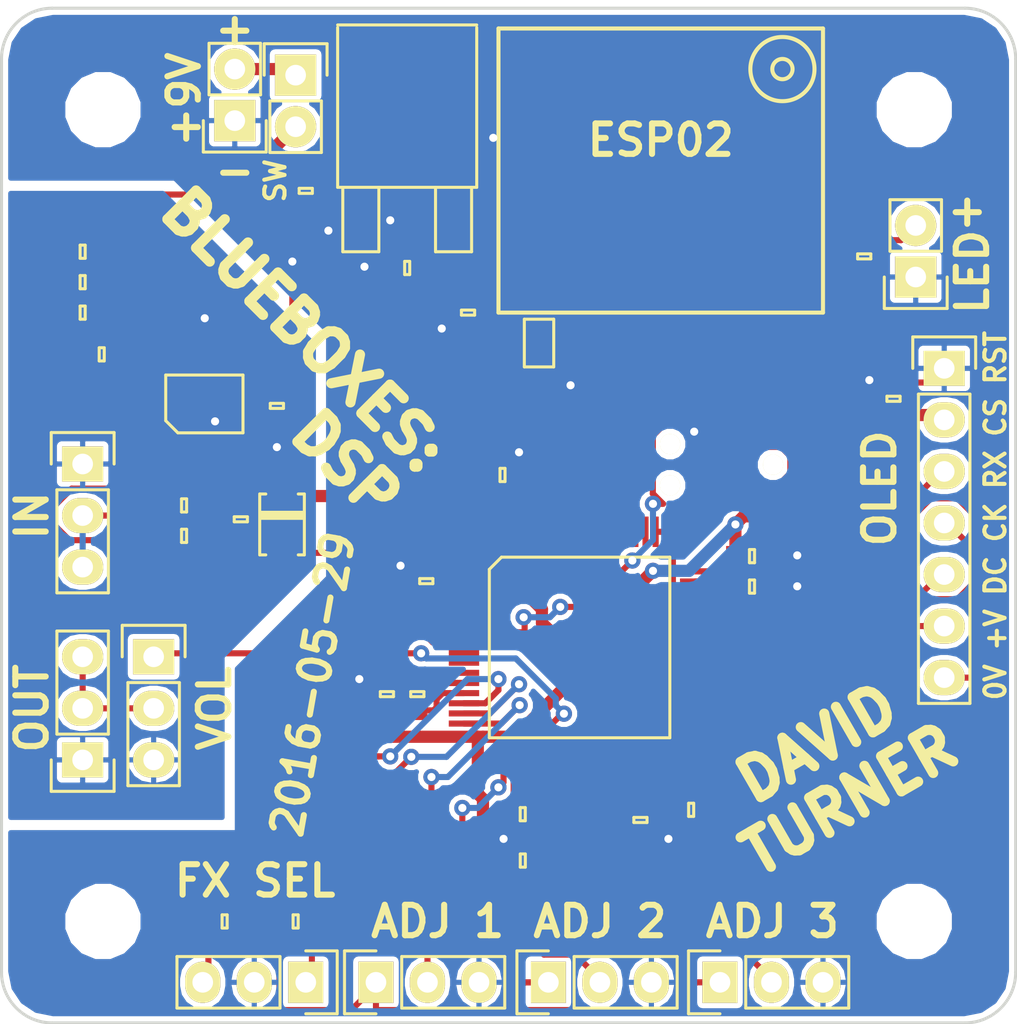
<source format=kicad_pcb>
(kicad_pcb (version 4) (host pcbnew "(2016-05-05 BZR 6775)-product")

  (general
    (links 108)
    (no_connects 0)
    (area 149.924999 47.2925 201.534334 101.677381)
    (thickness 1.6)
    (drawings 33)
    (tracks 406)
    (zones 0)
    (modules 47)
    (nets 70)
  )

  (page A4)
  (layers
    (0 F.Cu signal)
    (31 B.Cu signal)
    (32 B.Adhes user)
    (33 F.Adhes user)
    (34 B.Paste user)
    (35 F.Paste user)
    (36 B.SilkS user)
    (37 F.SilkS user)
    (38 B.Mask user)
    (39 F.Mask user)
    (40 Dwgs.User user)
    (41 Cmts.User user)
    (42 Eco1.User user)
    (43 Eco2.User user)
    (44 Edge.Cuts user)
    (45 Margin user)
    (46 B.CrtYd user)
    (47 F.CrtYd user)
    (48 B.Fab user)
    (49 F.Fab user hide)
  )

  (setup
    (last_trace_width 0.3)
    (user_trace_width 0.6)
    (user_trace_width 1)
    (trace_clearance 0.15)
    (zone_clearance 0.508)
    (zone_45_only no)
    (trace_min 0.3)
    (segment_width 0.2)
    (edge_width 0.15)
    (via_size 0.8)
    (via_drill 0.4)
    (via_min_size 0.8)
    (via_min_drill 0.4)
    (uvia_size 0.8)
    (uvia_drill 0.4)
    (uvias_allowed no)
    (uvia_min_size 0.8)
    (uvia_min_drill 0.4)
    (pcb_text_width 0.3)
    (pcb_text_size 1.5 1.5)
    (mod_edge_width 0.15)
    (mod_text_size 1 1)
    (mod_text_width 0.15)
    (pad_size 1.524 1.524)
    (pad_drill 0.762)
    (pad_to_mask_clearance 0)
    (aux_axis_origin 0 0)
    (visible_elements FFFFFF7F)
    (pcbplotparams
      (layerselection 0x00008_7ffffffe)
      (usegerberextensions false)
      (excludeedgelayer true)
      (linewidth 0.100000)
      (plotframeref false)
      (viasonmask false)
      (mode 1)
      (useauxorigin false)
      (hpglpennumber 1)
      (hpglpenspeed 20)
      (hpglpendiameter 15)
      (psnegative false)
      (psa4output false)
      (plotreference true)
      (plotvalue true)
      (plotinvisibletext false)
      (padsonsilk false)
      (subtractmaskfromsilk false)
      (outputformat 3)
      (mirror false)
      (drillshape 0)
      (scaleselection 1)
      (outputdirectory gerbers))
  )

  (net 0 "")
  (net 1 VDD)
  (net 2 VSS)
  (net 3 +3V3)
  (net 4 "Net-(C3-Pad1)")
  (net 5 /nRST)
  (net 6 "Net-(C12-Pad1)")
  (net 7 "Net-(C13-Pad1)")
  (net 8 /INST_IN)
  (net 9 "Net-(IC1-Pad2)")
  (net 10 "Net-(IC1-Pad3)")
  (net 11 "Net-(IC1-Pad4)")
  (net 12 "Net-(IC1-Pad5)")
  (net 13 "Net-(IC1-Pad6)")
  (net 14 "Net-(IC1-Pad9)")
  (net 15 "Net-(IC1-Pad10)")
  (net 16 "Net-(IC1-Pad11)")
  (net 17 "Net-(IC1-Pad22)")
  (net 18 "Net-(IC1-Pad23)")
  (net 19 "Net-(IC1-Pad24)")
  (net 20 "Net-(IC1-Pad25)")
  (net 21 "Net-(IC1-Pad26)")
  (net 22 "Net-(IC1-Pad27)")
  (net 23 "Net-(IC1-Pad28)")
  (net 24 "Net-(IC1-Pad29)")
  (net 25 "Net-(IC1-Pad30)")
  (net 26 "Net-(IC1-Pad35)")
  (net 27 "Net-(IC1-Pad39)")
  (net 28 "Net-(IC1-Pad40)")
  (net 29 "Net-(IC1-Pad41)")
  (net 30 "Net-(IC1-Pad42)")
  (net 31 "Net-(IC1-Pad43)")
  (net 32 "Net-(IC1-Pad44)")
  (net 33 "Net-(IC1-Pad45)")
  (net 34 /SWDIO)
  (net 35 /SWDCLK)
  (net 36 "Net-(IC1-Pad50)")
  (net 37 "Net-(IC1-Pad51)")
  (net 38 "Net-(IC1-Pad52)")
  (net 39 "Net-(IC1-Pad53)")
  (net 40 "Net-(IC1-Pad54)")
  (net 41 "Net-(IC1-Pad55)")
  (net 42 "Net-(IC1-Pad56)")
  (net 43 "Net-(IC1-Pad61)")
  (net 44 "Net-(IC1-Pad62)")
  (net 45 GND)
  (net 46 "Net-(P1-Pad2)")
  (net 47 "Net-(P2-Pad2)")
  (net 48 /FX_SEL_B)
  (net 49 /FX_SEL_A)
  (net 50 "Net-(P4-Pad6)")
  (net 51 "Net-(P5-Pad2)")
  (net 52 /LCD_DC)
  (net 53 /LCD_MOSI)
  (net 54 /LCD_CS)
  (net 55 /LCD_RESET)
  (net 56 "Net-(R1-Pad2)")
  (net 57 "Net-(R4-Pad1)")
  (net 58 /FX_1)
  (net 59 /FX_2)
  (net 60 /FX_3)
  (net 61 /INST_OUT)
  (net 62 /ESP_RX)
  (net 63 /ESP_TX)
  (net 64 "Net-(U3-Pad5)")
  (net 65 "Net-(U3-Pad6)")
  (net 66 "Net-(U3-Pad7)")
  (net 67 /ESP_RST)
  (net 68 /LCD_SCK)
  (net 69 "Net-(D2-Pad2)")

  (net_class Default "This is the default net class."
    (clearance 0.15)
    (trace_width 0.3)
    (via_dia 0.8)
    (via_drill 0.4)
    (uvia_dia 0.8)
    (uvia_drill 0.4)
    (add_net +3V3)
    (add_net /ESP_RST)
    (add_net /ESP_RX)
    (add_net /ESP_TX)
    (add_net /FX_1)
    (add_net /FX_2)
    (add_net /FX_3)
    (add_net /FX_SEL_A)
    (add_net /FX_SEL_B)
    (add_net /INST_IN)
    (add_net /INST_OUT)
    (add_net /LCD_CS)
    (add_net /LCD_DC)
    (add_net /LCD_MOSI)
    (add_net /LCD_RESET)
    (add_net /LCD_SCK)
    (add_net /SWDCLK)
    (add_net /SWDIO)
    (add_net /nRST)
    (add_net GND)
    (add_net "Net-(C12-Pad1)")
    (add_net "Net-(C13-Pad1)")
    (add_net "Net-(C3-Pad1)")
    (add_net "Net-(D2-Pad2)")
    (add_net "Net-(IC1-Pad10)")
    (add_net "Net-(IC1-Pad11)")
    (add_net "Net-(IC1-Pad2)")
    (add_net "Net-(IC1-Pad22)")
    (add_net "Net-(IC1-Pad23)")
    (add_net "Net-(IC1-Pad24)")
    (add_net "Net-(IC1-Pad25)")
    (add_net "Net-(IC1-Pad26)")
    (add_net "Net-(IC1-Pad27)")
    (add_net "Net-(IC1-Pad28)")
    (add_net "Net-(IC1-Pad29)")
    (add_net "Net-(IC1-Pad3)")
    (add_net "Net-(IC1-Pad30)")
    (add_net "Net-(IC1-Pad35)")
    (add_net "Net-(IC1-Pad39)")
    (add_net "Net-(IC1-Pad4)")
    (add_net "Net-(IC1-Pad40)")
    (add_net "Net-(IC1-Pad41)")
    (add_net "Net-(IC1-Pad42)")
    (add_net "Net-(IC1-Pad43)")
    (add_net "Net-(IC1-Pad44)")
    (add_net "Net-(IC1-Pad45)")
    (add_net "Net-(IC1-Pad5)")
    (add_net "Net-(IC1-Pad50)")
    (add_net "Net-(IC1-Pad51)")
    (add_net "Net-(IC1-Pad52)")
    (add_net "Net-(IC1-Pad53)")
    (add_net "Net-(IC1-Pad54)")
    (add_net "Net-(IC1-Pad55)")
    (add_net "Net-(IC1-Pad56)")
    (add_net "Net-(IC1-Pad6)")
    (add_net "Net-(IC1-Pad61)")
    (add_net "Net-(IC1-Pad62)")
    (add_net "Net-(IC1-Pad9)")
    (add_net "Net-(P1-Pad2)")
    (add_net "Net-(P2-Pad2)")
    (add_net "Net-(P4-Pad6)")
    (add_net "Net-(P5-Pad2)")
    (add_net "Net-(R1-Pad2)")
    (add_net "Net-(R4-Pad1)")
    (add_net "Net-(U3-Pad5)")
    (add_net "Net-(U3-Pad6)")
    (add_net "Net-(U3-Pad7)")
    (add_net VDD)
    (add_net VSS)
  )

  (module dsp:esp02 (layer F.Cu) (tedit 5759D1A0) (tstamp 574B861E)
    (at 182.5 53.92)
    (path /574D6194)
    (fp_text reference U3 (at 0 1.5) (layer F.SilkS) hide
      (effects (font (size 1 1) (thickness 0.15)))
    )
    (fp_text value ESP02 (at 0 -0.5) (layer F.Fab)
      (effects (font (size 1 1) (thickness 0.15)))
    )
    (fp_circle (center 6 -1) (end 6.5 -1) (layer F.Fab) (width 0.15))
    (fp_circle (center 6 -1) (end 7 -2) (layer F.Fab) (width 0.15))
    (fp_line (start -8 -3) (end -8 11) (layer F.Fab) (width 0.15))
    (fp_line (start 8 -3) (end -8 -3) (layer F.Fab) (width 0.15))
    (fp_line (start 8 11) (end 8 -3) (layer F.Fab) (width 0.15))
    (fp_line (start -8 11) (end 8 11) (layer F.Fab) (width 0.15))
    (pad 1 smd circle (at -7.1 2.54) (size 1.524 1.524) (layers F.Cu F.Mask)
      (net 2 VSS))
    (pad 2 smd circle (at -7.1 5.08) (size 1.524 1.524) (layers F.Cu F.Mask)
      (net 62 /ESP_RX))
    (pad 3 smd circle (at -7.1 7.62) (size 1.524 1.524) (layers F.Cu F.Mask)
      (net 63 /ESP_TX))
    (pad 4 smd circle (at -7.1 10.16) (size 1.524 1.524) (layers F.Cu F.Mask)
      (net 3 +3V3))
    (pad 5 smd circle (at 7.1 10.16) (size 1.524 1.524) (layers F.Cu F.Mask)
      (net 64 "Net-(U3-Pad5)"))
    (pad 6 smd circle (at 7.1 7.62) (size 1.524 1.524) (layers F.Cu F.Mask)
      (net 65 "Net-(U3-Pad6)"))
    (pad 7 smd circle (at 7.1 5.08) (size 1.524 1.524) (layers F.Cu F.Mask)
      (net 66 "Net-(U3-Pad7)"))
    (pad 8 smd circle (at 7.1 2.54) (size 1.524 1.524) (layers F.Cu F.Mask)
      (net 67 /ESP_RST))
  )

  (module agg:0603 (layer F.Cu) (tedit 56836635) (tstamp 574B8547)
    (at 161.798 75.184 90)
    (path /574BD776)
    (fp_text reference R5 (at -2.225 0 180) (layer F.Fab)
      (effects (font (size 1 1) (thickness 0.15)))
    )
    (fp_text value 1k (at 2.225 0 180) (layer F.Fab)
      (effects (font (size 1 1) (thickness 0.15)))
    )
    (fp_line (start -0.8 -0.4) (end 0.8 -0.4) (layer F.Fab) (width 0.01))
    (fp_line (start 0.8 -0.4) (end 0.8 0.4) (layer F.Fab) (width 0.01))
    (fp_line (start 0.8 0.4) (end -0.8 0.4) (layer F.Fab) (width 0.01))
    (fp_line (start -0.8 0.4) (end -0.8 -0.4) (layer F.Fab) (width 0.01))
    (fp_line (start -0.45 -0.4) (end -0.45 0.4) (layer F.Fab) (width 0.01))
    (fp_line (start 0.45 -0.4) (end 0.45 0.4) (layer F.Fab) (width 0.01))
    (fp_line (start -0.125 -0.325) (end 0.125 -0.325) (layer F.SilkS) (width 0.15))
    (fp_line (start 0.125 -0.325) (end 0.125 0.325) (layer F.SilkS) (width 0.15))
    (fp_line (start 0.125 0.325) (end -0.125 0.325) (layer F.SilkS) (width 0.15))
    (fp_line (start -0.125 0.325) (end -0.125 -0.325) (layer F.SilkS) (width 0.15))
    (fp_line (start -1.55 -0.75) (end 1.55 -0.75) (layer F.CrtYd) (width 0.01))
    (fp_line (start 1.55 -0.75) (end 1.55 0.75) (layer F.CrtYd) (width 0.01))
    (fp_line (start 1.55 0.75) (end -1.55 0.75) (layer F.CrtYd) (width 0.01))
    (fp_line (start -1.55 0.75) (end -1.55 -0.75) (layer F.CrtYd) (width 0.01))
    (pad 1 smd rect (at -0.8 0 90) (size 0.95 1) (layers F.Cu F.Paste F.Mask)
      (net 8 /INST_IN))
    (pad 2 smd rect (at 0.8 0 90) (size 0.95 1) (layers F.Cu F.Paste F.Mask)
      (net 57 "Net-(R4-Pad1)"))
  )

  (module agg:0603 (layer F.Cu) (tedit 56836635) (tstamp 574B8229)
    (at 170 62.8 180)
    (path /5743B7D5)
    (fp_text reference C1 (at -2.225 0 270) (layer F.Fab)
      (effects (font (size 1 1) (thickness 0.15)))
    )
    (fp_text value 10u (at 2.225 0 270) (layer F.Fab)
      (effects (font (size 1 1) (thickness 0.15)))
    )
    (fp_line (start -0.8 -0.4) (end 0.8 -0.4) (layer F.Fab) (width 0.01))
    (fp_line (start 0.8 -0.4) (end 0.8 0.4) (layer F.Fab) (width 0.01))
    (fp_line (start 0.8 0.4) (end -0.8 0.4) (layer F.Fab) (width 0.01))
    (fp_line (start -0.8 0.4) (end -0.8 -0.4) (layer F.Fab) (width 0.01))
    (fp_line (start -0.45 -0.4) (end -0.45 0.4) (layer F.Fab) (width 0.01))
    (fp_line (start 0.45 -0.4) (end 0.45 0.4) (layer F.Fab) (width 0.01))
    (fp_line (start -0.125 -0.325) (end 0.125 -0.325) (layer F.SilkS) (width 0.15))
    (fp_line (start 0.125 -0.325) (end 0.125 0.325) (layer F.SilkS) (width 0.15))
    (fp_line (start 0.125 0.325) (end -0.125 0.325) (layer F.SilkS) (width 0.15))
    (fp_line (start -0.125 0.325) (end -0.125 -0.325) (layer F.SilkS) (width 0.15))
    (fp_line (start -1.55 -0.75) (end 1.55 -0.75) (layer F.CrtYd) (width 0.01))
    (fp_line (start 1.55 -0.75) (end 1.55 0.75) (layer F.CrtYd) (width 0.01))
    (fp_line (start 1.55 0.75) (end -1.55 0.75) (layer F.CrtYd) (width 0.01))
    (fp_line (start -1.55 0.75) (end -1.55 -0.75) (layer F.CrtYd) (width 0.01))
    (pad 1 smd rect (at -0.8 0 180) (size 0.95 1) (layers F.Cu F.Paste F.Mask)
      (net 1 VDD))
    (pad 2 smd rect (at 0.8 0 180) (size 0.95 1) (layers F.Cu F.Paste F.Mask)
      (net 2 VSS))
  )

  (module agg:0603 (layer F.Cu) (tedit 56836635) (tstamp 574B823D)
    (at 165 59 270)
    (path /5743B8FD)
    (fp_text reference C2 (at -2.225 0) (layer F.Fab)
      (effects (font (size 1 1) (thickness 0.15)))
    )
    (fp_text value 10u (at 2.225 0) (layer F.Fab)
      (effects (font (size 1 1) (thickness 0.15)))
    )
    (fp_line (start -0.8 -0.4) (end 0.8 -0.4) (layer F.Fab) (width 0.01))
    (fp_line (start 0.8 -0.4) (end 0.8 0.4) (layer F.Fab) (width 0.01))
    (fp_line (start 0.8 0.4) (end -0.8 0.4) (layer F.Fab) (width 0.01))
    (fp_line (start -0.8 0.4) (end -0.8 -0.4) (layer F.Fab) (width 0.01))
    (fp_line (start -0.45 -0.4) (end -0.45 0.4) (layer F.Fab) (width 0.01))
    (fp_line (start 0.45 -0.4) (end 0.45 0.4) (layer F.Fab) (width 0.01))
    (fp_line (start -0.125 -0.325) (end 0.125 -0.325) (layer F.SilkS) (width 0.15))
    (fp_line (start 0.125 -0.325) (end 0.125 0.325) (layer F.SilkS) (width 0.15))
    (fp_line (start 0.125 0.325) (end -0.125 0.325) (layer F.SilkS) (width 0.15))
    (fp_line (start -0.125 0.325) (end -0.125 -0.325) (layer F.SilkS) (width 0.15))
    (fp_line (start -1.55 -0.75) (end 1.55 -0.75) (layer F.CrtYd) (width 0.01))
    (fp_line (start 1.55 -0.75) (end 1.55 0.75) (layer F.CrtYd) (width 0.01))
    (fp_line (start 1.55 0.75) (end -1.55 0.75) (layer F.CrtYd) (width 0.01))
    (fp_line (start -1.55 0.75) (end -1.55 -0.75) (layer F.CrtYd) (width 0.01))
    (pad 1 smd rect (at -0.8 0 270) (size 0.95 1) (layers F.Cu F.Paste F.Mask)
      (net 3 +3V3))
    (pad 2 smd rect (at 0.8 0 270) (size 0.95 1) (layers F.Cu F.Paste F.Mask)
      (net 2 VSS))
  )

  (module agg:0603 (layer F.Cu) (tedit 56836635) (tstamp 574B8251)
    (at 154 65 180)
    (path /574593F7)
    (fp_text reference C3 (at -2.225 0 270) (layer F.Fab)
      (effects (font (size 1 1) (thickness 0.15)))
    )
    (fp_text value 100n (at 2.225 0 270) (layer F.Fab)
      (effects (font (size 1 1) (thickness 0.15)))
    )
    (fp_line (start -0.8 -0.4) (end 0.8 -0.4) (layer F.Fab) (width 0.01))
    (fp_line (start 0.8 -0.4) (end 0.8 0.4) (layer F.Fab) (width 0.01))
    (fp_line (start 0.8 0.4) (end -0.8 0.4) (layer F.Fab) (width 0.01))
    (fp_line (start -0.8 0.4) (end -0.8 -0.4) (layer F.Fab) (width 0.01))
    (fp_line (start -0.45 -0.4) (end -0.45 0.4) (layer F.Fab) (width 0.01))
    (fp_line (start 0.45 -0.4) (end 0.45 0.4) (layer F.Fab) (width 0.01))
    (fp_line (start -0.125 -0.325) (end 0.125 -0.325) (layer F.SilkS) (width 0.15))
    (fp_line (start 0.125 -0.325) (end 0.125 0.325) (layer F.SilkS) (width 0.15))
    (fp_line (start 0.125 0.325) (end -0.125 0.325) (layer F.SilkS) (width 0.15))
    (fp_line (start -0.125 0.325) (end -0.125 -0.325) (layer F.SilkS) (width 0.15))
    (fp_line (start -1.55 -0.75) (end 1.55 -0.75) (layer F.CrtYd) (width 0.01))
    (fp_line (start 1.55 -0.75) (end 1.55 0.75) (layer F.CrtYd) (width 0.01))
    (fp_line (start 1.55 0.75) (end -1.55 0.75) (layer F.CrtYd) (width 0.01))
    (fp_line (start -1.55 0.75) (end -1.55 -0.75) (layer F.CrtYd) (width 0.01))
    (pad 1 smd rect (at -0.8 0 180) (size 0.95 1) (layers F.Cu F.Paste F.Mask)
      (net 4 "Net-(C3-Pad1)"))
    (pad 2 smd rect (at 0.8 0 180) (size 0.95 1) (layers F.Cu F.Paste F.Mask)
      (net 2 VSS))
  )

  (module agg:0603 (layer F.Cu) (tedit 56836635) (tstamp 574B8265)
    (at 170.942 78.232 90)
    (path /5743C429)
    (fp_text reference C4 (at -2.225 0 180) (layer F.Fab)
      (effects (font (size 1 1) (thickness 0.15)))
    )
    (fp_text value 100n (at 2.225 0 180) (layer F.Fab)
      (effects (font (size 1 1) (thickness 0.15)))
    )
    (fp_line (start -0.8 -0.4) (end 0.8 -0.4) (layer F.Fab) (width 0.01))
    (fp_line (start 0.8 -0.4) (end 0.8 0.4) (layer F.Fab) (width 0.01))
    (fp_line (start 0.8 0.4) (end -0.8 0.4) (layer F.Fab) (width 0.01))
    (fp_line (start -0.8 0.4) (end -0.8 -0.4) (layer F.Fab) (width 0.01))
    (fp_line (start -0.45 -0.4) (end -0.45 0.4) (layer F.Fab) (width 0.01))
    (fp_line (start 0.45 -0.4) (end 0.45 0.4) (layer F.Fab) (width 0.01))
    (fp_line (start -0.125 -0.325) (end 0.125 -0.325) (layer F.SilkS) (width 0.15))
    (fp_line (start 0.125 -0.325) (end 0.125 0.325) (layer F.SilkS) (width 0.15))
    (fp_line (start 0.125 0.325) (end -0.125 0.325) (layer F.SilkS) (width 0.15))
    (fp_line (start -0.125 0.325) (end -0.125 -0.325) (layer F.SilkS) (width 0.15))
    (fp_line (start -1.55 -0.75) (end 1.55 -0.75) (layer F.CrtYd) (width 0.01))
    (fp_line (start 1.55 -0.75) (end 1.55 0.75) (layer F.CrtYd) (width 0.01))
    (fp_line (start 1.55 0.75) (end -1.55 0.75) (layer F.CrtYd) (width 0.01))
    (fp_line (start -1.55 0.75) (end -1.55 -0.75) (layer F.CrtYd) (width 0.01))
    (pad 1 smd rect (at -0.8 0 90) (size 0.95 1) (layers F.Cu F.Paste F.Mask)
      (net 5 /nRST))
    (pad 2 smd rect (at 0.8 0 90) (size 0.95 1) (layers F.Cu F.Paste F.Mask)
      (net 2 VSS))
  )

  (module agg:0603 (layer F.Cu) (tedit 56836635) (tstamp 574B8279)
    (at 175.7 92 180)
    (path /574CAAE2)
    (fp_text reference C5 (at -2.225 0 270) (layer F.Fab)
      (effects (font (size 1 1) (thickness 0.15)))
    )
    (fp_text value 4u7 (at 2.225 0 270) (layer F.Fab)
      (effects (font (size 1 1) (thickness 0.15)))
    )
    (fp_line (start -0.8 -0.4) (end 0.8 -0.4) (layer F.Fab) (width 0.01))
    (fp_line (start 0.8 -0.4) (end 0.8 0.4) (layer F.Fab) (width 0.01))
    (fp_line (start 0.8 0.4) (end -0.8 0.4) (layer F.Fab) (width 0.01))
    (fp_line (start -0.8 0.4) (end -0.8 -0.4) (layer F.Fab) (width 0.01))
    (fp_line (start -0.45 -0.4) (end -0.45 0.4) (layer F.Fab) (width 0.01))
    (fp_line (start 0.45 -0.4) (end 0.45 0.4) (layer F.Fab) (width 0.01))
    (fp_line (start -0.125 -0.325) (end 0.125 -0.325) (layer F.SilkS) (width 0.15))
    (fp_line (start 0.125 -0.325) (end 0.125 0.325) (layer F.SilkS) (width 0.15))
    (fp_line (start 0.125 0.325) (end -0.125 0.325) (layer F.SilkS) (width 0.15))
    (fp_line (start -0.125 0.325) (end -0.125 -0.325) (layer F.SilkS) (width 0.15))
    (fp_line (start -1.55 -0.75) (end 1.55 -0.75) (layer F.CrtYd) (width 0.01))
    (fp_line (start 1.55 -0.75) (end 1.55 0.75) (layer F.CrtYd) (width 0.01))
    (fp_line (start 1.55 0.75) (end -1.55 0.75) (layer F.CrtYd) (width 0.01))
    (fp_line (start -1.55 0.75) (end -1.55 -0.75) (layer F.CrtYd) (width 0.01))
    (pad 1 smd rect (at -0.8 0 180) (size 0.95 1) (layers F.Cu F.Paste F.Mask)
      (net 3 +3V3))
    (pad 2 smd rect (at 0.8 0 180) (size 0.95 1) (layers F.Cu F.Paste F.Mask)
      (net 2 VSS))
  )

  (module agg:0603 (layer F.Cu) (tedit 56836635) (tstamp 574B828D)
    (at 169 83.8 90)
    (path /574CAEFE)
    (fp_text reference C6 (at -2.225 0 180) (layer F.Fab)
      (effects (font (size 1 1) (thickness 0.15)))
    )
    (fp_text value 1u (at 2.225 0 180) (layer F.Fab)
      (effects (font (size 1 1) (thickness 0.15)))
    )
    (fp_line (start -0.8 -0.4) (end 0.8 -0.4) (layer F.Fab) (width 0.01))
    (fp_line (start 0.8 -0.4) (end 0.8 0.4) (layer F.Fab) (width 0.01))
    (fp_line (start 0.8 0.4) (end -0.8 0.4) (layer F.Fab) (width 0.01))
    (fp_line (start -0.8 0.4) (end -0.8 -0.4) (layer F.Fab) (width 0.01))
    (fp_line (start -0.45 -0.4) (end -0.45 0.4) (layer F.Fab) (width 0.01))
    (fp_line (start 0.45 -0.4) (end 0.45 0.4) (layer F.Fab) (width 0.01))
    (fp_line (start -0.125 -0.325) (end 0.125 -0.325) (layer F.SilkS) (width 0.15))
    (fp_line (start 0.125 -0.325) (end 0.125 0.325) (layer F.SilkS) (width 0.15))
    (fp_line (start 0.125 0.325) (end -0.125 0.325) (layer F.SilkS) (width 0.15))
    (fp_line (start -0.125 0.325) (end -0.125 -0.325) (layer F.SilkS) (width 0.15))
    (fp_line (start -1.55 -0.75) (end 1.55 -0.75) (layer F.CrtYd) (width 0.01))
    (fp_line (start 1.55 -0.75) (end 1.55 0.75) (layer F.CrtYd) (width 0.01))
    (fp_line (start 1.55 0.75) (end -1.55 0.75) (layer F.CrtYd) (width 0.01))
    (fp_line (start -1.55 0.75) (end -1.55 -0.75) (layer F.CrtYd) (width 0.01))
    (pad 1 smd rect (at -0.8 0 90) (size 0.95 1) (layers F.Cu F.Paste F.Mask)
      (net 3 +3V3))
    (pad 2 smd rect (at 0.8 0 90) (size 0.95 1) (layers F.Cu F.Paste F.Mask)
      (net 2 VSS))
  )

  (module agg:0603 (layer F.Cu) (tedit 56836635) (tstamp 574B82A1)
    (at 184 89.5)
    (path /574CB2BA)
    (fp_text reference C7 (at -2.225 0 90) (layer F.Fab)
      (effects (font (size 1 1) (thickness 0.15)))
    )
    (fp_text value 100n (at 2.225 0 90) (layer F.Fab)
      (effects (font (size 1 1) (thickness 0.15)))
    )
    (fp_line (start -0.8 -0.4) (end 0.8 -0.4) (layer F.Fab) (width 0.01))
    (fp_line (start 0.8 -0.4) (end 0.8 0.4) (layer F.Fab) (width 0.01))
    (fp_line (start 0.8 0.4) (end -0.8 0.4) (layer F.Fab) (width 0.01))
    (fp_line (start -0.8 0.4) (end -0.8 -0.4) (layer F.Fab) (width 0.01))
    (fp_line (start -0.45 -0.4) (end -0.45 0.4) (layer F.Fab) (width 0.01))
    (fp_line (start 0.45 -0.4) (end 0.45 0.4) (layer F.Fab) (width 0.01))
    (fp_line (start -0.125 -0.325) (end 0.125 -0.325) (layer F.SilkS) (width 0.15))
    (fp_line (start 0.125 -0.325) (end 0.125 0.325) (layer F.SilkS) (width 0.15))
    (fp_line (start 0.125 0.325) (end -0.125 0.325) (layer F.SilkS) (width 0.15))
    (fp_line (start -0.125 0.325) (end -0.125 -0.325) (layer F.SilkS) (width 0.15))
    (fp_line (start -1.55 -0.75) (end 1.55 -0.75) (layer F.CrtYd) (width 0.01))
    (fp_line (start 1.55 -0.75) (end 1.55 0.75) (layer F.CrtYd) (width 0.01))
    (fp_line (start 1.55 0.75) (end -1.55 0.75) (layer F.CrtYd) (width 0.01))
    (fp_line (start -1.55 0.75) (end -1.55 -0.75) (layer F.CrtYd) (width 0.01))
    (pad 1 smd rect (at -0.8 0) (size 0.95 1) (layers F.Cu F.Paste F.Mask)
      (net 3 +3V3))
    (pad 2 smd rect (at 0.8 0) (size 0.95 1) (layers F.Cu F.Paste F.Mask)
      (net 2 VSS))
  )

  (module agg:0603 (layer F.Cu) (tedit 56836635) (tstamp 574B82B5)
    (at 174.7 73)
    (path /574CB151)
    (fp_text reference C8 (at -2.225 0 90) (layer F.Fab)
      (effects (font (size 1 1) (thickness 0.15)))
    )
    (fp_text value 100n (at 2.225 0 90) (layer F.Fab)
      (effects (font (size 1 1) (thickness 0.15)))
    )
    (fp_line (start -0.8 -0.4) (end 0.8 -0.4) (layer F.Fab) (width 0.01))
    (fp_line (start 0.8 -0.4) (end 0.8 0.4) (layer F.Fab) (width 0.01))
    (fp_line (start 0.8 0.4) (end -0.8 0.4) (layer F.Fab) (width 0.01))
    (fp_line (start -0.8 0.4) (end -0.8 -0.4) (layer F.Fab) (width 0.01))
    (fp_line (start -0.45 -0.4) (end -0.45 0.4) (layer F.Fab) (width 0.01))
    (fp_line (start 0.45 -0.4) (end 0.45 0.4) (layer F.Fab) (width 0.01))
    (fp_line (start -0.125 -0.325) (end 0.125 -0.325) (layer F.SilkS) (width 0.15))
    (fp_line (start 0.125 -0.325) (end 0.125 0.325) (layer F.SilkS) (width 0.15))
    (fp_line (start 0.125 0.325) (end -0.125 0.325) (layer F.SilkS) (width 0.15))
    (fp_line (start -0.125 0.325) (end -0.125 -0.325) (layer F.SilkS) (width 0.15))
    (fp_line (start -1.55 -0.75) (end 1.55 -0.75) (layer F.CrtYd) (width 0.01))
    (fp_line (start 1.55 -0.75) (end 1.55 0.75) (layer F.CrtYd) (width 0.01))
    (fp_line (start 1.55 0.75) (end -1.55 0.75) (layer F.CrtYd) (width 0.01))
    (fp_line (start -1.55 0.75) (end -1.55 -0.75) (layer F.CrtYd) (width 0.01))
    (pad 1 smd rect (at -0.8 0) (size 0.95 1) (layers F.Cu F.Paste F.Mask)
      (net 3 +3V3))
    (pad 2 smd rect (at 0.8 0) (size 0.95 1) (layers F.Cu F.Paste F.Mask)
      (net 2 VSS))
  )

  (module agg:0603 (layer F.Cu) (tedit 56836635) (tstamp 574B82C9)
    (at 175.697335 89.715372 180)
    (path /574CAA41)
    (fp_text reference C9 (at -2.225 0 270) (layer F.Fab)
      (effects (font (size 1 1) (thickness 0.15)))
    )
    (fp_text value 100n (at 2.225 0 270) (layer F.Fab)
      (effects (font (size 1 1) (thickness 0.15)))
    )
    (fp_line (start -0.8 -0.4) (end 0.8 -0.4) (layer F.Fab) (width 0.01))
    (fp_line (start 0.8 -0.4) (end 0.8 0.4) (layer F.Fab) (width 0.01))
    (fp_line (start 0.8 0.4) (end -0.8 0.4) (layer F.Fab) (width 0.01))
    (fp_line (start -0.8 0.4) (end -0.8 -0.4) (layer F.Fab) (width 0.01))
    (fp_line (start -0.45 -0.4) (end -0.45 0.4) (layer F.Fab) (width 0.01))
    (fp_line (start 0.45 -0.4) (end 0.45 0.4) (layer F.Fab) (width 0.01))
    (fp_line (start -0.125 -0.325) (end 0.125 -0.325) (layer F.SilkS) (width 0.15))
    (fp_line (start 0.125 -0.325) (end 0.125 0.325) (layer F.SilkS) (width 0.15))
    (fp_line (start 0.125 0.325) (end -0.125 0.325) (layer F.SilkS) (width 0.15))
    (fp_line (start -0.125 0.325) (end -0.125 -0.325) (layer F.SilkS) (width 0.15))
    (fp_line (start -1.55 -0.75) (end 1.55 -0.75) (layer F.CrtYd) (width 0.01))
    (fp_line (start 1.55 -0.75) (end 1.55 0.75) (layer F.CrtYd) (width 0.01))
    (fp_line (start 1.55 0.75) (end -1.55 0.75) (layer F.CrtYd) (width 0.01))
    (fp_line (start -1.55 0.75) (end -1.55 -0.75) (layer F.CrtYd) (width 0.01))
    (pad 1 smd rect (at -0.8 0 180) (size 0.95 1) (layers F.Cu F.Paste F.Mask)
      (net 3 +3V3))
    (pad 2 smd rect (at 0.8 0 180) (size 0.95 1) (layers F.Cu F.Paste F.Mask)
      (net 2 VSS))
  )

  (module agg:0603 (layer F.Cu) (tedit 56836635) (tstamp 574B82DD)
    (at 187 77)
    (path /574CB207)
    (fp_text reference C10 (at -2.225 0 90) (layer F.Fab)
      (effects (font (size 1 1) (thickness 0.15)))
    )
    (fp_text value 100n (at 2.225 0 90) (layer F.Fab)
      (effects (font (size 1 1) (thickness 0.15)))
    )
    (fp_line (start -0.8 -0.4) (end 0.8 -0.4) (layer F.Fab) (width 0.01))
    (fp_line (start 0.8 -0.4) (end 0.8 0.4) (layer F.Fab) (width 0.01))
    (fp_line (start 0.8 0.4) (end -0.8 0.4) (layer F.Fab) (width 0.01))
    (fp_line (start -0.8 0.4) (end -0.8 -0.4) (layer F.Fab) (width 0.01))
    (fp_line (start -0.45 -0.4) (end -0.45 0.4) (layer F.Fab) (width 0.01))
    (fp_line (start 0.45 -0.4) (end 0.45 0.4) (layer F.Fab) (width 0.01))
    (fp_line (start -0.125 -0.325) (end 0.125 -0.325) (layer F.SilkS) (width 0.15))
    (fp_line (start 0.125 -0.325) (end 0.125 0.325) (layer F.SilkS) (width 0.15))
    (fp_line (start 0.125 0.325) (end -0.125 0.325) (layer F.SilkS) (width 0.15))
    (fp_line (start -0.125 0.325) (end -0.125 -0.325) (layer F.SilkS) (width 0.15))
    (fp_line (start -1.55 -0.75) (end 1.55 -0.75) (layer F.CrtYd) (width 0.01))
    (fp_line (start 1.55 -0.75) (end 1.55 0.75) (layer F.CrtYd) (width 0.01))
    (fp_line (start 1.55 0.75) (end -1.55 0.75) (layer F.CrtYd) (width 0.01))
    (fp_line (start -1.55 0.75) (end -1.55 -0.75) (layer F.CrtYd) (width 0.01))
    (pad 1 smd rect (at -0.8 0) (size 0.95 1) (layers F.Cu F.Paste F.Mask)
      (net 3 +3V3))
    (pad 2 smd rect (at 0.8 0) (size 0.95 1) (layers F.Cu F.Paste F.Mask)
      (net 2 VSS))
  )

  (module agg:0603 (layer F.Cu) (tedit 56836635) (tstamp 574B82F1)
    (at 170.5 83.8 90)
    (path /574CAE59)
    (fp_text reference C11 (at -2.225 0 180) (layer F.Fab)
      (effects (font (size 1 1) (thickness 0.15)))
    )
    (fp_text value 100n (at 2.225 0 180) (layer F.Fab)
      (effects (font (size 1 1) (thickness 0.15)))
    )
    (fp_line (start -0.8 -0.4) (end 0.8 -0.4) (layer F.Fab) (width 0.01))
    (fp_line (start 0.8 -0.4) (end 0.8 0.4) (layer F.Fab) (width 0.01))
    (fp_line (start 0.8 0.4) (end -0.8 0.4) (layer F.Fab) (width 0.01))
    (fp_line (start -0.8 0.4) (end -0.8 -0.4) (layer F.Fab) (width 0.01))
    (fp_line (start -0.45 -0.4) (end -0.45 0.4) (layer F.Fab) (width 0.01))
    (fp_line (start 0.45 -0.4) (end 0.45 0.4) (layer F.Fab) (width 0.01))
    (fp_line (start -0.125 -0.325) (end 0.125 -0.325) (layer F.SilkS) (width 0.15))
    (fp_line (start 0.125 -0.325) (end 0.125 0.325) (layer F.SilkS) (width 0.15))
    (fp_line (start 0.125 0.325) (end -0.125 0.325) (layer F.SilkS) (width 0.15))
    (fp_line (start -0.125 0.325) (end -0.125 -0.325) (layer F.SilkS) (width 0.15))
    (fp_line (start -1.55 -0.75) (end 1.55 -0.75) (layer F.CrtYd) (width 0.01))
    (fp_line (start 1.55 -0.75) (end 1.55 0.75) (layer F.CrtYd) (width 0.01))
    (fp_line (start 1.55 0.75) (end -1.55 0.75) (layer F.CrtYd) (width 0.01))
    (fp_line (start -1.55 0.75) (end -1.55 -0.75) (layer F.CrtYd) (width 0.01))
    (pad 1 smd rect (at -0.8 0 90) (size 0.95 1) (layers F.Cu F.Paste F.Mask)
      (net 3 +3V3))
    (pad 2 smd rect (at 0.8 0 90) (size 0.95 1) (layers F.Cu F.Paste F.Mask)
      (net 2 VSS))
  )

  (module agg:0603 (layer F.Cu) (tedit 56836635) (tstamp 574B8305)
    (at 181.5 90 270)
    (path /574D2FA2)
    (fp_text reference C12 (at -2.225 0) (layer F.Fab)
      (effects (font (size 1 1) (thickness 0.15)))
    )
    (fp_text value 2u2 (at 2.225 0) (layer F.Fab)
      (effects (font (size 1 1) (thickness 0.15)))
    )
    (fp_line (start -0.8 -0.4) (end 0.8 -0.4) (layer F.Fab) (width 0.01))
    (fp_line (start 0.8 -0.4) (end 0.8 0.4) (layer F.Fab) (width 0.01))
    (fp_line (start 0.8 0.4) (end -0.8 0.4) (layer F.Fab) (width 0.01))
    (fp_line (start -0.8 0.4) (end -0.8 -0.4) (layer F.Fab) (width 0.01))
    (fp_line (start -0.45 -0.4) (end -0.45 0.4) (layer F.Fab) (width 0.01))
    (fp_line (start 0.45 -0.4) (end 0.45 0.4) (layer F.Fab) (width 0.01))
    (fp_line (start -0.125 -0.325) (end 0.125 -0.325) (layer F.SilkS) (width 0.15))
    (fp_line (start 0.125 -0.325) (end 0.125 0.325) (layer F.SilkS) (width 0.15))
    (fp_line (start 0.125 0.325) (end -0.125 0.325) (layer F.SilkS) (width 0.15))
    (fp_line (start -0.125 0.325) (end -0.125 -0.325) (layer F.SilkS) (width 0.15))
    (fp_line (start -1.55 -0.75) (end 1.55 -0.75) (layer F.CrtYd) (width 0.01))
    (fp_line (start 1.55 -0.75) (end 1.55 0.75) (layer F.CrtYd) (width 0.01))
    (fp_line (start 1.55 0.75) (end -1.55 0.75) (layer F.CrtYd) (width 0.01))
    (fp_line (start -1.55 0.75) (end -1.55 -0.75) (layer F.CrtYd) (width 0.01))
    (pad 1 smd rect (at -0.8 0 270) (size 0.95 1) (layers F.Cu F.Paste F.Mask)
      (net 6 "Net-(C12-Pad1)"))
    (pad 2 smd rect (at 0.8 0 270) (size 0.95 1) (layers F.Cu F.Paste F.Mask)
      (net 2 VSS))
  )

  (module agg:0603 (layer F.Cu) (tedit 56836635) (tstamp 574B8319)
    (at 187 78.5)
    (path /574D305E)
    (fp_text reference C13 (at -2.225 0 90) (layer F.Fab)
      (effects (font (size 1 1) (thickness 0.15)))
    )
    (fp_text value 2u2 (at 2.225 0 90) (layer F.Fab)
      (effects (font (size 1 1) (thickness 0.15)))
    )
    (fp_line (start -0.8 -0.4) (end 0.8 -0.4) (layer F.Fab) (width 0.01))
    (fp_line (start 0.8 -0.4) (end 0.8 0.4) (layer F.Fab) (width 0.01))
    (fp_line (start 0.8 0.4) (end -0.8 0.4) (layer F.Fab) (width 0.01))
    (fp_line (start -0.8 0.4) (end -0.8 -0.4) (layer F.Fab) (width 0.01))
    (fp_line (start -0.45 -0.4) (end -0.45 0.4) (layer F.Fab) (width 0.01))
    (fp_line (start 0.45 -0.4) (end 0.45 0.4) (layer F.Fab) (width 0.01))
    (fp_line (start -0.125 -0.325) (end 0.125 -0.325) (layer F.SilkS) (width 0.15))
    (fp_line (start 0.125 -0.325) (end 0.125 0.325) (layer F.SilkS) (width 0.15))
    (fp_line (start 0.125 0.325) (end -0.125 0.325) (layer F.SilkS) (width 0.15))
    (fp_line (start -0.125 0.325) (end -0.125 -0.325) (layer F.SilkS) (width 0.15))
    (fp_line (start -1.55 -0.75) (end 1.55 -0.75) (layer F.CrtYd) (width 0.01))
    (fp_line (start 1.55 -0.75) (end 1.55 0.75) (layer F.CrtYd) (width 0.01))
    (fp_line (start 1.55 0.75) (end -1.55 0.75) (layer F.CrtYd) (width 0.01))
    (fp_line (start -1.55 0.75) (end -1.55 -0.75) (layer F.CrtYd) (width 0.01))
    (pad 1 smd rect (at -0.8 0) (size 0.95 1) (layers F.Cu F.Paste F.Mask)
      (net 7 "Net-(C13-Pad1)"))
    (pad 2 smd rect (at 0.8 0) (size 0.95 1) (layers F.Cu F.Paste F.Mask)
      (net 2 VSS))
  )

  (module agg:0603 (layer F.Cu) (tedit 56836635) (tstamp 574B832D)
    (at 173 65 270)
    (path /574D7078)
    (fp_text reference C14 (at -2.225 0) (layer F.Fab)
      (effects (font (size 1 1) (thickness 0.15)))
    )
    (fp_text value C_Small (at 2.225 0) (layer F.Fab)
      (effects (font (size 1 1) (thickness 0.15)))
    )
    (fp_line (start -0.8 -0.4) (end 0.8 -0.4) (layer F.Fab) (width 0.01))
    (fp_line (start 0.8 -0.4) (end 0.8 0.4) (layer F.Fab) (width 0.01))
    (fp_line (start 0.8 0.4) (end -0.8 0.4) (layer F.Fab) (width 0.01))
    (fp_line (start -0.8 0.4) (end -0.8 -0.4) (layer F.Fab) (width 0.01))
    (fp_line (start -0.45 -0.4) (end -0.45 0.4) (layer F.Fab) (width 0.01))
    (fp_line (start 0.45 -0.4) (end 0.45 0.4) (layer F.Fab) (width 0.01))
    (fp_line (start -0.125 -0.325) (end 0.125 -0.325) (layer F.SilkS) (width 0.15))
    (fp_line (start 0.125 -0.325) (end 0.125 0.325) (layer F.SilkS) (width 0.15))
    (fp_line (start 0.125 0.325) (end -0.125 0.325) (layer F.SilkS) (width 0.15))
    (fp_line (start -0.125 0.325) (end -0.125 -0.325) (layer F.SilkS) (width 0.15))
    (fp_line (start -1.55 -0.75) (end 1.55 -0.75) (layer F.CrtYd) (width 0.01))
    (fp_line (start 1.55 -0.75) (end 1.55 0.75) (layer F.CrtYd) (width 0.01))
    (fp_line (start 1.55 0.75) (end -1.55 0.75) (layer F.CrtYd) (width 0.01))
    (fp_line (start -1.55 0.75) (end -1.55 -0.75) (layer F.CrtYd) (width 0.01))
    (pad 1 smd rect (at -0.8 0 270) (size 0.95 1) (layers F.Cu F.Paste F.Mask)
      (net 3 +3V3))
    (pad 2 smd rect (at 0.8 0 270) (size 0.95 1) (layers F.Cu F.Paste F.Mask)
      (net 2 VSS))
  )

  (module agg:1210 (layer F.Cu) (tedit 56E0A4B3) (tstamp 574B8345)
    (at 176.5 66.5)
    (path /574D6FEA)
    (fp_text reference C15 (at -3.025 0 90) (layer F.Fab)
      (effects (font (size 1 1) (thickness 0.15)))
    )
    (fp_text value C_Small (at 3.025 0 90) (layer F.Fab)
      (effects (font (size 1 1) (thickness 0.15)))
    )
    (fp_line (start -1.6 -1.25) (end 1.6 -1.25) (layer F.Fab) (width 0.01))
    (fp_line (start 1.6 -1.25) (end 1.6 1.25) (layer F.Fab) (width 0.01))
    (fp_line (start 1.6 1.25) (end -1.6 1.25) (layer F.Fab) (width 0.01))
    (fp_line (start -1.6 1.25) (end -1.6 -1.25) (layer F.Fab) (width 0.01))
    (fp_line (start -1 -1.15) (end -1 1.15) (layer F.Fab) (width 0.01))
    (fp_line (start -1 -1.15) (end -1.6 -1.15) (layer F.Fab) (width 0.01))
    (fp_line (start -1 1.15) (end -1.6 1.15) (layer F.Fab) (width 0.01))
    (fp_line (start 1 -1.15) (end 1 1.15) (layer F.Fab) (width 0.01))
    (fp_line (start 1 -1.15) (end 1.6 -1.15) (layer F.Fab) (width 0.01))
    (fp_line (start 1 1.15) (end 1.6 1.15) (layer F.Fab) (width 0.01))
    (fp_line (start -0.725 -1.175) (end 0.725 -1.175) (layer F.SilkS) (width 0.15))
    (fp_line (start 0.725 -1.175) (end 0.725 1.175) (layer F.SilkS) (width 0.15))
    (fp_line (start 0.725 1.175) (end -0.725 1.175) (layer F.SilkS) (width 0.15))
    (fp_line (start -0.725 1.175) (end -0.725 -1.175) (layer F.SilkS) (width 0.15))
    (fp_line (start -2.35 -1.6) (end 2.35 -1.6) (layer F.CrtYd) (width 0.01))
    (fp_line (start 2.35 -1.6) (end 2.35 1.6) (layer F.CrtYd) (width 0.01))
    (fp_line (start 2.35 1.6) (end -2.35 1.6) (layer F.CrtYd) (width 0.01))
    (fp_line (start -2.35 1.6) (end -2.35 -1.6) (layer F.CrtYd) (width 0.01))
    (pad 1 smd rect (at -1.5 0) (size 1.15 2.7) (layers F.Cu F.Paste F.Mask)
      (net 3 +3V3))
    (pad 2 smd rect (at 1.5 0) (size 1.15 2.7) (layers F.Cu F.Paste F.Mask)
      (net 2 VSS))
  )

  (module dsp:SOD-123F (layer F.Cu) (tedit 574B9656) (tstamp 574B8356)
    (at 163.83 75.438 90)
    (path /574BD853)
    (fp_text reference D1 (at 0.1 2.7 90) (layer F.SilkS) hide
      (effects (font (size 1.5 1.5) (thickness 0.15)))
    )
    (fp_text value PMEG2005EH (at 0.5 -2.4 90) (layer F.Fab)
      (effects (font (size 1.5 1.5) (thickness 0.15)))
    )
    (fp_line (start 0.3 1.1) (end 0.3 -1.1) (layer F.SilkS) (width 0.15))
    (fp_line (start 0.4 -1.1) (end 0.4 1.1) (layer F.SilkS) (width 0.15))
    (fp_line (start 0.5 1.1) (end 0.5 -1.1) (layer F.SilkS) (width 0.15))
    (fp_line (start 0.6 -1.1) (end 0.6 1.1) (layer F.SilkS) (width 0.15))
    (fp_line (start 0 -1.1) (end 1.5 -1.1) (layer F.SilkS) (width 0.15))
    (fp_line (start 1.5 -1.1) (end 1.5 -0.8) (layer F.SilkS) (width 0.15))
    (fp_line (start 1.5 0.8) (end 1.5 1.1) (layer F.SilkS) (width 0.15))
    (fp_line (start 1.5 1.1) (end -1.5 1.1) (layer F.SilkS) (width 0.15))
    (fp_line (start -1.5 1.1) (end -1.5 0.8) (layer F.SilkS) (width 0.15))
    (fp_line (start -1.5 -0.8) (end -1.5 -1.1) (layer F.SilkS) (width 0.15))
    (fp_line (start -1.5 -1.1) (end 0 -1.1) (layer F.SilkS) (width 0.15))
    (pad 1 smd rect (at 1.4 0 90) (size 1.2 1.2) (layers F.Cu F.Paste F.Mask)
      (net 3 +3V3))
    (pad 2 smd rect (at -1.4 0 90) (size 1.2 1.2) (layers F.Cu F.Paste F.Mask)
      (net 8 /INST_IN))
  )

  (module agg:LQFP-64 (layer F.Cu) (tedit 5680BCD7) (tstamp 574B8468)
    (at 178.5 81.5)
    (path /5743A40C)
    (fp_text reference IC1 (at 0 -7.4) (layer F.Fab)
      (effects (font (size 1 1) (thickness 0.15)))
    )
    (fp_text value STM32F405RxTx (at 0 7.4) (layer F.Fab)
      (effects (font (size 1 1) (thickness 0.15)))
    )
    (fp_line (start -5.1 -5.1) (end 5.1 -5.1) (layer F.Fab) (width 0.01))
    (fp_line (start 5.1 -5.1) (end 5.1 5.1) (layer F.Fab) (width 0.01))
    (fp_line (start 5.1 5.1) (end -5.1 5.1) (layer F.Fab) (width 0.01))
    (fp_line (start -5.1 5.1) (end -5.1 -5.1) (layer F.Fab) (width 0.01))
    (fp_circle (center -4.3 -4.3) (end -4.3 -3.9) (layer F.Fab) (width 0.01))
    (fp_line (start -6.1 -3.885) (end -5.1 -3.885) (layer F.Fab) (width 0.01))
    (fp_line (start -5.1 -3.615) (end -6.1 -3.615) (layer F.Fab) (width 0.01))
    (fp_line (start -6.1 -3.615) (end -6.1 -3.885) (layer F.Fab) (width 0.01))
    (fp_line (start -6.1 -3.385) (end -5.1 -3.385) (layer F.Fab) (width 0.01))
    (fp_line (start -5.1 -3.115) (end -6.1 -3.115) (layer F.Fab) (width 0.01))
    (fp_line (start -6.1 -3.115) (end -6.1 -3.385) (layer F.Fab) (width 0.01))
    (fp_line (start -6.1 -2.885) (end -5.1 -2.885) (layer F.Fab) (width 0.01))
    (fp_line (start -5.1 -2.615) (end -6.1 -2.615) (layer F.Fab) (width 0.01))
    (fp_line (start -6.1 -2.615) (end -6.1 -2.885) (layer F.Fab) (width 0.01))
    (fp_line (start -6.1 -2.385) (end -5.1 -2.385) (layer F.Fab) (width 0.01))
    (fp_line (start -5.1 -2.115) (end -6.1 -2.115) (layer F.Fab) (width 0.01))
    (fp_line (start -6.1 -2.115) (end -6.1 -2.385) (layer F.Fab) (width 0.01))
    (fp_line (start -6.1 -1.885) (end -5.1 -1.885) (layer F.Fab) (width 0.01))
    (fp_line (start -5.1 -1.615) (end -6.1 -1.615) (layer F.Fab) (width 0.01))
    (fp_line (start -6.1 -1.615) (end -6.1 -1.885) (layer F.Fab) (width 0.01))
    (fp_line (start -6.1 -1.385) (end -5.1 -1.385) (layer F.Fab) (width 0.01))
    (fp_line (start -5.1 -1.115) (end -6.1 -1.115) (layer F.Fab) (width 0.01))
    (fp_line (start -6.1 -1.115) (end -6.1 -1.385) (layer F.Fab) (width 0.01))
    (fp_line (start -6.1 -0.885) (end -5.1 -0.885) (layer F.Fab) (width 0.01))
    (fp_line (start -5.1 -0.615) (end -6.1 -0.615) (layer F.Fab) (width 0.01))
    (fp_line (start -6.1 -0.615) (end -6.1 -0.885) (layer F.Fab) (width 0.01))
    (fp_line (start -6.1 -0.385) (end -5.1 -0.385) (layer F.Fab) (width 0.01))
    (fp_line (start -5.1 -0.115) (end -6.1 -0.115) (layer F.Fab) (width 0.01))
    (fp_line (start -6.1 -0.115) (end -6.1 -0.385) (layer F.Fab) (width 0.01))
    (fp_line (start -6.1 0.115) (end -5.1 0.115) (layer F.Fab) (width 0.01))
    (fp_line (start -5.1 0.385) (end -6.1 0.385) (layer F.Fab) (width 0.01))
    (fp_line (start -6.1 0.385) (end -6.1 0.115) (layer F.Fab) (width 0.01))
    (fp_line (start -6.1 0.615) (end -5.1 0.615) (layer F.Fab) (width 0.01))
    (fp_line (start -5.1 0.885) (end -6.1 0.885) (layer F.Fab) (width 0.01))
    (fp_line (start -6.1 0.885) (end -6.1 0.615) (layer F.Fab) (width 0.01))
    (fp_line (start -6.1 1.115) (end -5.1 1.115) (layer F.Fab) (width 0.01))
    (fp_line (start -5.1 1.385) (end -6.1 1.385) (layer F.Fab) (width 0.01))
    (fp_line (start -6.1 1.385) (end -6.1 1.115) (layer F.Fab) (width 0.01))
    (fp_line (start -6.1 1.615) (end -5.1 1.615) (layer F.Fab) (width 0.01))
    (fp_line (start -5.1 1.885) (end -6.1 1.885) (layer F.Fab) (width 0.01))
    (fp_line (start -6.1 1.885) (end -6.1 1.615) (layer F.Fab) (width 0.01))
    (fp_line (start -6.1 2.115) (end -5.1 2.115) (layer F.Fab) (width 0.01))
    (fp_line (start -5.1 2.385) (end -6.1 2.385) (layer F.Fab) (width 0.01))
    (fp_line (start -6.1 2.385) (end -6.1 2.115) (layer F.Fab) (width 0.01))
    (fp_line (start -6.1 2.615) (end -5.1 2.615) (layer F.Fab) (width 0.01))
    (fp_line (start -5.1 2.885) (end -6.1 2.885) (layer F.Fab) (width 0.01))
    (fp_line (start -6.1 2.885) (end -6.1 2.615) (layer F.Fab) (width 0.01))
    (fp_line (start -6.1 3.115) (end -5.1 3.115) (layer F.Fab) (width 0.01))
    (fp_line (start -5.1 3.385) (end -6.1 3.385) (layer F.Fab) (width 0.01))
    (fp_line (start -6.1 3.385) (end -6.1 3.115) (layer F.Fab) (width 0.01))
    (fp_line (start -6.1 3.615) (end -5.1 3.615) (layer F.Fab) (width 0.01))
    (fp_line (start -5.1 3.885) (end -6.1 3.885) (layer F.Fab) (width 0.01))
    (fp_line (start -6.1 3.885) (end -6.1 3.615) (layer F.Fab) (width 0.01))
    (fp_line (start 5.1 3.615) (end 6.1 3.615) (layer F.Fab) (width 0.01))
    (fp_line (start 6.1 3.615) (end 6.1 3.885) (layer F.Fab) (width 0.01))
    (fp_line (start 6.1 3.885) (end 5.1 3.885) (layer F.Fab) (width 0.01))
    (fp_line (start 5.1 3.115) (end 6.1 3.115) (layer F.Fab) (width 0.01))
    (fp_line (start 6.1 3.115) (end 6.1 3.385) (layer F.Fab) (width 0.01))
    (fp_line (start 6.1 3.385) (end 5.1 3.385) (layer F.Fab) (width 0.01))
    (fp_line (start 5.1 2.615) (end 6.1 2.615) (layer F.Fab) (width 0.01))
    (fp_line (start 6.1 2.615) (end 6.1 2.885) (layer F.Fab) (width 0.01))
    (fp_line (start 6.1 2.885) (end 5.1 2.885) (layer F.Fab) (width 0.01))
    (fp_line (start 5.1 2.115) (end 6.1 2.115) (layer F.Fab) (width 0.01))
    (fp_line (start 6.1 2.115) (end 6.1 2.385) (layer F.Fab) (width 0.01))
    (fp_line (start 6.1 2.385) (end 5.1 2.385) (layer F.Fab) (width 0.01))
    (fp_line (start 5.1 1.615) (end 6.1 1.615) (layer F.Fab) (width 0.01))
    (fp_line (start 6.1 1.615) (end 6.1 1.885) (layer F.Fab) (width 0.01))
    (fp_line (start 6.1 1.885) (end 5.1 1.885) (layer F.Fab) (width 0.01))
    (fp_line (start 5.1 1.115) (end 6.1 1.115) (layer F.Fab) (width 0.01))
    (fp_line (start 6.1 1.115) (end 6.1 1.385) (layer F.Fab) (width 0.01))
    (fp_line (start 6.1 1.385) (end 5.1 1.385) (layer F.Fab) (width 0.01))
    (fp_line (start 5.1 0.615) (end 6.1 0.615) (layer F.Fab) (width 0.01))
    (fp_line (start 6.1 0.615) (end 6.1 0.885) (layer F.Fab) (width 0.01))
    (fp_line (start 6.1 0.885) (end 5.1 0.885) (layer F.Fab) (width 0.01))
    (fp_line (start 5.1 0.115) (end 6.1 0.115) (layer F.Fab) (width 0.01))
    (fp_line (start 6.1 0.115) (end 6.1 0.385) (layer F.Fab) (width 0.01))
    (fp_line (start 6.1 0.385) (end 5.1 0.385) (layer F.Fab) (width 0.01))
    (fp_line (start 5.1 -0.385) (end 6.1 -0.385) (layer F.Fab) (width 0.01))
    (fp_line (start 6.1 -0.385) (end 6.1 -0.115) (layer F.Fab) (width 0.01))
    (fp_line (start 6.1 -0.115) (end 5.1 -0.115) (layer F.Fab) (width 0.01))
    (fp_line (start 5.1 -0.885) (end 6.1 -0.885) (layer F.Fab) (width 0.01))
    (fp_line (start 6.1 -0.885) (end 6.1 -0.615) (layer F.Fab) (width 0.01))
    (fp_line (start 6.1 -0.615) (end 5.1 -0.615) (layer F.Fab) (width 0.01))
    (fp_line (start 5.1 -1.385) (end 6.1 -1.385) (layer F.Fab) (width 0.01))
    (fp_line (start 6.1 -1.385) (end 6.1 -1.115) (layer F.Fab) (width 0.01))
    (fp_line (start 6.1 -1.115) (end 5.1 -1.115) (layer F.Fab) (width 0.01))
    (fp_line (start 5.1 -1.885) (end 6.1 -1.885) (layer F.Fab) (width 0.01))
    (fp_line (start 6.1 -1.885) (end 6.1 -1.615) (layer F.Fab) (width 0.01))
    (fp_line (start 6.1 -1.615) (end 5.1 -1.615) (layer F.Fab) (width 0.01))
    (fp_line (start 5.1 -2.385) (end 6.1 -2.385) (layer F.Fab) (width 0.01))
    (fp_line (start 6.1 -2.385) (end 6.1 -2.115) (layer F.Fab) (width 0.01))
    (fp_line (start 6.1 -2.115) (end 5.1 -2.115) (layer F.Fab) (width 0.01))
    (fp_line (start 5.1 -2.885) (end 6.1 -2.885) (layer F.Fab) (width 0.01))
    (fp_line (start 6.1 -2.885) (end 6.1 -2.615) (layer F.Fab) (width 0.01))
    (fp_line (start 6.1 -2.615) (end 5.1 -2.615) (layer F.Fab) (width 0.01))
    (fp_line (start 5.1 -3.385) (end 6.1 -3.385) (layer F.Fab) (width 0.01))
    (fp_line (start 6.1 -3.385) (end 6.1 -3.115) (layer F.Fab) (width 0.01))
    (fp_line (start 6.1 -3.115) (end 5.1 -3.115) (layer F.Fab) (width 0.01))
    (fp_line (start 5.1 -3.885) (end 6.1 -3.885) (layer F.Fab) (width 0.01))
    (fp_line (start 6.1 -3.885) (end 6.1 -3.615) (layer F.Fab) (width 0.01))
    (fp_line (start 6.1 -3.615) (end 5.1 -3.615) (layer F.Fab) (width 0.01))
    (fp_line (start 3.615 -6.1) (end 3.885 -6.1) (layer F.Fab) (width 0.01))
    (fp_line (start 3.885 -6.1) (end 3.885 -5.1) (layer F.Fab) (width 0.01))
    (fp_line (start 3.615 -5.1) (end 3.615 -6.1) (layer F.Fab) (width 0.01))
    (fp_line (start 3.115 -6.1) (end 3.385 -6.1) (layer F.Fab) (width 0.01))
    (fp_line (start 3.385 -6.1) (end 3.385 -5.1) (layer F.Fab) (width 0.01))
    (fp_line (start 3.115 -5.1) (end 3.115 -6.1) (layer F.Fab) (width 0.01))
    (fp_line (start 2.615 -6.1) (end 2.885 -6.1) (layer F.Fab) (width 0.01))
    (fp_line (start 2.885 -6.1) (end 2.885 -5.1) (layer F.Fab) (width 0.01))
    (fp_line (start 2.615 -5.1) (end 2.615 -6.1) (layer F.Fab) (width 0.01))
    (fp_line (start 2.115 -6.1) (end 2.385 -6.1) (layer F.Fab) (width 0.01))
    (fp_line (start 2.385 -6.1) (end 2.385 -5.1) (layer F.Fab) (width 0.01))
    (fp_line (start 2.115 -5.1) (end 2.115 -6.1) (layer F.Fab) (width 0.01))
    (fp_line (start 1.615 -6.1) (end 1.885 -6.1) (layer F.Fab) (width 0.01))
    (fp_line (start 1.885 -6.1) (end 1.885 -5.1) (layer F.Fab) (width 0.01))
    (fp_line (start 1.615 -5.1) (end 1.615 -6.1) (layer F.Fab) (width 0.01))
    (fp_line (start 1.115 -6.1) (end 1.385 -6.1) (layer F.Fab) (width 0.01))
    (fp_line (start 1.385 -6.1) (end 1.385 -5.1) (layer F.Fab) (width 0.01))
    (fp_line (start 1.115 -5.1) (end 1.115 -6.1) (layer F.Fab) (width 0.01))
    (fp_line (start 0.615 -6.1) (end 0.885 -6.1) (layer F.Fab) (width 0.01))
    (fp_line (start 0.885 -6.1) (end 0.885 -5.1) (layer F.Fab) (width 0.01))
    (fp_line (start 0.615 -5.1) (end 0.615 -6.1) (layer F.Fab) (width 0.01))
    (fp_line (start 0.115 -6.1) (end 0.385 -6.1) (layer F.Fab) (width 0.01))
    (fp_line (start 0.385 -6.1) (end 0.385 -5.1) (layer F.Fab) (width 0.01))
    (fp_line (start 0.115 -5.1) (end 0.115 -6.1) (layer F.Fab) (width 0.01))
    (fp_line (start -0.385 -6.1) (end -0.115 -6.1) (layer F.Fab) (width 0.01))
    (fp_line (start -0.115 -6.1) (end -0.115 -5.1) (layer F.Fab) (width 0.01))
    (fp_line (start -0.385 -5.1) (end -0.385 -6.1) (layer F.Fab) (width 0.01))
    (fp_line (start -0.885 -6.1) (end -0.615 -6.1) (layer F.Fab) (width 0.01))
    (fp_line (start -0.615 -6.1) (end -0.615 -5.1) (layer F.Fab) (width 0.01))
    (fp_line (start -0.885 -5.1) (end -0.885 -6.1) (layer F.Fab) (width 0.01))
    (fp_line (start -1.385 -6.1) (end -1.115 -6.1) (layer F.Fab) (width 0.01))
    (fp_line (start -1.115 -6.1) (end -1.115 -5.1) (layer F.Fab) (width 0.01))
    (fp_line (start -1.385 -5.1) (end -1.385 -6.1) (layer F.Fab) (width 0.01))
    (fp_line (start -1.885 -6.1) (end -1.615 -6.1) (layer F.Fab) (width 0.01))
    (fp_line (start -1.615 -6.1) (end -1.615 -5.1) (layer F.Fab) (width 0.01))
    (fp_line (start -1.885 -5.1) (end -1.885 -6.1) (layer F.Fab) (width 0.01))
    (fp_line (start -2.385 -6.1) (end -2.115 -6.1) (layer F.Fab) (width 0.01))
    (fp_line (start -2.115 -6.1) (end -2.115 -5.1) (layer F.Fab) (width 0.01))
    (fp_line (start -2.385 -5.1) (end -2.385 -6.1) (layer F.Fab) (width 0.01))
    (fp_line (start -2.885 -6.1) (end -2.615 -6.1) (layer F.Fab) (width 0.01))
    (fp_line (start -2.615 -6.1) (end -2.615 -5.1) (layer F.Fab) (width 0.01))
    (fp_line (start -2.885 -5.1) (end -2.885 -6.1) (layer F.Fab) (width 0.01))
    (fp_line (start -3.385 -6.1) (end -3.115 -6.1) (layer F.Fab) (width 0.01))
    (fp_line (start -3.115 -6.1) (end -3.115 -5.1) (layer F.Fab) (width 0.01))
    (fp_line (start -3.385 -5.1) (end -3.385 -6.1) (layer F.Fab) (width 0.01))
    (fp_line (start -3.885 -6.1) (end -3.615 -6.1) (layer F.Fab) (width 0.01))
    (fp_line (start -3.615 -6.1) (end -3.615 -5.1) (layer F.Fab) (width 0.01))
    (fp_line (start -3.885 -5.1) (end -3.885 -6.1) (layer F.Fab) (width 0.01))
    (fp_line (start -3.615 5.1) (end -3.615 6.1) (layer F.Fab) (width 0.01))
    (fp_line (start -3.615 6.1) (end -3.885 6.1) (layer F.Fab) (width 0.01))
    (fp_line (start -3.885 6.1) (end -3.885 5.1) (layer F.Fab) (width 0.01))
    (fp_line (start -3.115 5.1) (end -3.115 6.1) (layer F.Fab) (width 0.01))
    (fp_line (start -3.115 6.1) (end -3.385 6.1) (layer F.Fab) (width 0.01))
    (fp_line (start -3.385 6.1) (end -3.385 5.1) (layer F.Fab) (width 0.01))
    (fp_line (start -2.615 5.1) (end -2.615 6.1) (layer F.Fab) (width 0.01))
    (fp_line (start -2.615 6.1) (end -2.885 6.1) (layer F.Fab) (width 0.01))
    (fp_line (start -2.885 6.1) (end -2.885 5.1) (layer F.Fab) (width 0.01))
    (fp_line (start -2.115 5.1) (end -2.115 6.1) (layer F.Fab) (width 0.01))
    (fp_line (start -2.115 6.1) (end -2.385 6.1) (layer F.Fab) (width 0.01))
    (fp_line (start -2.385 6.1) (end -2.385 5.1) (layer F.Fab) (width 0.01))
    (fp_line (start -1.615 5.1) (end -1.615 6.1) (layer F.Fab) (width 0.01))
    (fp_line (start -1.615 6.1) (end -1.885 6.1) (layer F.Fab) (width 0.01))
    (fp_line (start -1.885 6.1) (end -1.885 5.1) (layer F.Fab) (width 0.01))
    (fp_line (start -1.115 5.1) (end -1.115 6.1) (layer F.Fab) (width 0.01))
    (fp_line (start -1.115 6.1) (end -1.385 6.1) (layer F.Fab) (width 0.01))
    (fp_line (start -1.385 6.1) (end -1.385 5.1) (layer F.Fab) (width 0.01))
    (fp_line (start -0.615 5.1) (end -0.615 6.1) (layer F.Fab) (width 0.01))
    (fp_line (start -0.615 6.1) (end -0.885 6.1) (layer F.Fab) (width 0.01))
    (fp_line (start -0.885 6.1) (end -0.885 5.1) (layer F.Fab) (width 0.01))
    (fp_line (start -0.115 5.1) (end -0.115 6.1) (layer F.Fab) (width 0.01))
    (fp_line (start -0.115 6.1) (end -0.385 6.1) (layer F.Fab) (width 0.01))
    (fp_line (start -0.385 6.1) (end -0.385 5.1) (layer F.Fab) (width 0.01))
    (fp_line (start 0.385 5.1) (end 0.385 6.1) (layer F.Fab) (width 0.01))
    (fp_line (start 0.385 6.1) (end 0.115 6.1) (layer F.Fab) (width 0.01))
    (fp_line (start 0.115 6.1) (end 0.115 5.1) (layer F.Fab) (width 0.01))
    (fp_line (start 0.885 5.1) (end 0.885 6.1) (layer F.Fab) (width 0.01))
    (fp_line (start 0.885 6.1) (end 0.615 6.1) (layer F.Fab) (width 0.01))
    (fp_line (start 0.615 6.1) (end 0.615 5.1) (layer F.Fab) (width 0.01))
    (fp_line (start 1.385 5.1) (end 1.385 6.1) (layer F.Fab) (width 0.01))
    (fp_line (start 1.385 6.1) (end 1.115 6.1) (layer F.Fab) (width 0.01))
    (fp_line (start 1.115 6.1) (end 1.115 5.1) (layer F.Fab) (width 0.01))
    (fp_line (start 1.885 5.1) (end 1.885 6.1) (layer F.Fab) (width 0.01))
    (fp_line (start 1.885 6.1) (end 1.615 6.1) (layer F.Fab) (width 0.01))
    (fp_line (start 1.615 6.1) (end 1.615 5.1) (layer F.Fab) (width 0.01))
    (fp_line (start 2.385 5.1) (end 2.385 6.1) (layer F.Fab) (width 0.01))
    (fp_line (start 2.385 6.1) (end 2.115 6.1) (layer F.Fab) (width 0.01))
    (fp_line (start 2.115 6.1) (end 2.115 5.1) (layer F.Fab) (width 0.01))
    (fp_line (start 2.885 5.1) (end 2.885 6.1) (layer F.Fab) (width 0.01))
    (fp_line (start 2.885 6.1) (end 2.615 6.1) (layer F.Fab) (width 0.01))
    (fp_line (start 2.615 6.1) (end 2.615 5.1) (layer F.Fab) (width 0.01))
    (fp_line (start 3.385 5.1) (end 3.385 6.1) (layer F.Fab) (width 0.01))
    (fp_line (start 3.385 6.1) (end 3.115 6.1) (layer F.Fab) (width 0.01))
    (fp_line (start 3.115 6.1) (end 3.115 5.1) (layer F.Fab) (width 0.01))
    (fp_line (start 3.885 5.1) (end 3.885 6.1) (layer F.Fab) (width 0.01))
    (fp_line (start 3.885 6.1) (end 3.615 6.1) (layer F.Fab) (width 0.01))
    (fp_line (start 3.615 6.1) (end 3.615 5.1) (layer F.Fab) (width 0.01))
    (fp_line (start -3.85 -4.45) (end 4.45 -4.45) (layer F.SilkS) (width 0.15))
    (fp_line (start 4.45 -4.45) (end 4.45 4.45) (layer F.SilkS) (width 0.15))
    (fp_line (start 4.45 4.45) (end -4.45 4.45) (layer F.SilkS) (width 0.15))
    (fp_line (start -4.45 4.45) (end -4.45 -3.85) (layer F.SilkS) (width 0.15))
    (fp_line (start -4.45 -3.85) (end -3.85 -4.45) (layer F.SilkS) (width 0.15))
    (fp_line (start -6.7 -6.7) (end 6.7 -6.7) (layer F.CrtYd) (width 0.01))
    (fp_line (start 6.7 -6.7) (end 6.7 6.7) (layer F.CrtYd) (width 0.01))
    (fp_line (start 6.7 6.7) (end -6.7 6.7) (layer F.CrtYd) (width 0.01))
    (fp_line (start -6.7 6.7) (end -6.7 -6.7) (layer F.CrtYd) (width 0.01))
    (pad 1 smd rect (at -5.7 -3.75) (size 1.5 0.3) (layers F.Cu F.Paste F.Mask)
      (net 3 +3V3))
    (pad 2 smd rect (at -5.7 -3.25) (size 1.5 0.3) (layers F.Cu F.Paste F.Mask)
      (net 9 "Net-(IC1-Pad2)"))
    (pad 3 smd rect (at -5.7 -2.75) (size 1.5 0.3) (layers F.Cu F.Paste F.Mask)
      (net 10 "Net-(IC1-Pad3)"))
    (pad 4 smd rect (at -5.7 -2.25) (size 1.5 0.3) (layers F.Cu F.Paste F.Mask)
      (net 11 "Net-(IC1-Pad4)"))
    (pad 5 smd rect (at -5.7 -1.75) (size 1.5 0.3) (layers F.Cu F.Paste F.Mask)
      (net 12 "Net-(IC1-Pad5)"))
    (pad 6 smd rect (at -5.7 -1.25) (size 1.5 0.3) (layers F.Cu F.Paste F.Mask)
      (net 13 "Net-(IC1-Pad6)"))
    (pad 7 smd rect (at -5.7 -0.75) (size 1.5 0.3) (layers F.Cu F.Paste F.Mask)
      (net 5 /nRST))
    (pad 8 smd rect (at -5.7 -0.25) (size 1.5 0.3) (layers F.Cu F.Paste F.Mask)
      (net 8 /INST_IN))
    (pad 9 smd rect (at -5.7 0.25) (size 1.5 0.3) (layers F.Cu F.Paste F.Mask)
      (net 14 "Net-(IC1-Pad9)"))
    (pad 10 smd rect (at -5.7 0.75) (size 1.5 0.3) (layers F.Cu F.Paste F.Mask)
      (net 15 "Net-(IC1-Pad10)"))
    (pad 11 smd rect (at -5.7 1.25) (size 1.5 0.3) (layers F.Cu F.Paste F.Mask)
      (net 16 "Net-(IC1-Pad11)"))
    (pad 12 smd rect (at -5.7 1.75) (size 1.5 0.3) (layers F.Cu F.Paste F.Mask)
      (net 2 VSS))
    (pad 13 smd rect (at -5.7 2.25) (size 1.5 0.3) (layers F.Cu F.Paste F.Mask)
      (net 3 +3V3))
    (pad 14 smd rect (at -5.7 2.75) (size 1.5 0.3) (layers F.Cu F.Paste F.Mask)
      (net 49 /FX_SEL_A))
    (pad 15 smd rect (at -5.7 3.25) (size 1.5 0.3) (layers F.Cu F.Paste F.Mask)
      (net 48 /FX_SEL_B))
    (pad 16 smd rect (at -5.7 3.75) (size 1.5 0.3) (layers F.Cu F.Paste F.Mask)
      (net 58 /FX_1))
    (pad 17 smd rect (at -3.75 5.7) (size 0.3 1.5) (layers F.Cu F.Paste F.Mask)
      (net 60 /FX_3))
    (pad 18 smd rect (at -3.25 5.7) (size 0.3 1.5) (layers F.Cu F.Paste F.Mask)
      (net 2 VSS))
    (pad 19 smd rect (at -2.75 5.7) (size 0.3 1.5) (layers F.Cu F.Paste F.Mask)
      (net 3 +3V3))
    (pad 20 smd rect (at -2.25 5.7) (size 0.3 1.5) (layers F.Cu F.Paste F.Mask)
      (net 61 /INST_OUT))
    (pad 21 smd rect (at -1.75 5.7) (size 0.3 1.5) (layers F.Cu F.Paste F.Mask)
      (net 59 /FX_2))
    (pad 22 smd rect (at -1.25 5.7) (size 0.3 1.5) (layers F.Cu F.Paste F.Mask)
      (net 17 "Net-(IC1-Pad22)"))
    (pad 23 smd rect (at -0.75 5.7) (size 0.3 1.5) (layers F.Cu F.Paste F.Mask)
      (net 18 "Net-(IC1-Pad23)"))
    (pad 24 smd rect (at -0.25 5.7) (size 0.3 1.5) (layers F.Cu F.Paste F.Mask)
      (net 19 "Net-(IC1-Pad24)"))
    (pad 25 smd rect (at 0.25 5.7) (size 0.3 1.5) (layers F.Cu F.Paste F.Mask)
      (net 20 "Net-(IC1-Pad25)"))
    (pad 26 smd rect (at 0.75 5.7) (size 0.3 1.5) (layers F.Cu F.Paste F.Mask)
      (net 21 "Net-(IC1-Pad26)"))
    (pad 27 smd rect (at 1.25 5.7) (size 0.3 1.5) (layers F.Cu F.Paste F.Mask)
      (net 22 "Net-(IC1-Pad27)"))
    (pad 28 smd rect (at 1.75 5.7) (size 0.3 1.5) (layers F.Cu F.Paste F.Mask)
      (net 23 "Net-(IC1-Pad28)"))
    (pad 29 smd rect (at 2.25 5.7) (size 0.3 1.5) (layers F.Cu F.Paste F.Mask)
      (net 24 "Net-(IC1-Pad29)"))
    (pad 30 smd rect (at 2.75 5.7) (size 0.3 1.5) (layers F.Cu F.Paste F.Mask)
      (net 25 "Net-(IC1-Pad30)"))
    (pad 31 smd rect (at 3.25 5.7) (size 0.3 1.5) (layers F.Cu F.Paste F.Mask)
      (net 6 "Net-(C12-Pad1)"))
    (pad 32 smd rect (at 3.75 5.7) (size 0.3 1.5) (layers F.Cu F.Paste F.Mask)
      (net 3 +3V3))
    (pad 33 smd rect (at 5.7 3.75) (size 1.5 0.3) (layers F.Cu F.Paste F.Mask)
      (net 54 /LCD_CS))
    (pad 34 smd rect (at 5.7 3.25) (size 1.5 0.3) (layers F.Cu F.Paste F.Mask)
      (net 68 /LCD_SCK))
    (pad 35 smd rect (at 5.7 2.75) (size 1.5 0.3) (layers F.Cu F.Paste F.Mask)
      (net 26 "Net-(IC1-Pad35)"))
    (pad 36 smd rect (at 5.7 2.25) (size 1.5 0.3) (layers F.Cu F.Paste F.Mask)
      (net 53 /LCD_MOSI))
    (pad 37 smd rect (at 5.7 1.75) (size 1.5 0.3) (layers F.Cu F.Paste F.Mask)
      (net 55 /LCD_RESET))
    (pad 38 smd rect (at 5.7 1.25) (size 1.5 0.3) (layers F.Cu F.Paste F.Mask)
      (net 52 /LCD_DC))
    (pad 39 smd rect (at 5.7 0.75) (size 1.5 0.3) (layers F.Cu F.Paste F.Mask)
      (net 27 "Net-(IC1-Pad39)"))
    (pad 40 smd rect (at 5.7 0.25) (size 1.5 0.3) (layers F.Cu F.Paste F.Mask)
      (net 28 "Net-(IC1-Pad40)"))
    (pad 41 smd rect (at 5.7 -0.25) (size 1.5 0.3) (layers F.Cu F.Paste F.Mask)
      (net 29 "Net-(IC1-Pad41)"))
    (pad 42 smd rect (at 5.7 -0.75) (size 1.5 0.3) (layers F.Cu F.Paste F.Mask)
      (net 30 "Net-(IC1-Pad42)"))
    (pad 43 smd rect (at 5.7 -1.25) (size 1.5 0.3) (layers F.Cu F.Paste F.Mask)
      (net 31 "Net-(IC1-Pad43)"))
    (pad 44 smd rect (at 5.7 -1.75) (size 1.5 0.3) (layers F.Cu F.Paste F.Mask)
      (net 32 "Net-(IC1-Pad44)"))
    (pad 45 smd rect (at 5.7 -2.25) (size 1.5 0.3) (layers F.Cu F.Paste F.Mask)
      (net 33 "Net-(IC1-Pad45)"))
    (pad 46 smd rect (at 5.7 -2.75) (size 1.5 0.3) (layers F.Cu F.Paste F.Mask)
      (net 34 /SWDIO))
    (pad 47 smd rect (at 5.7 -3.25) (size 1.5 0.3) (layers F.Cu F.Paste F.Mask)
      (net 7 "Net-(C13-Pad1)"))
    (pad 48 smd rect (at 5.7 -3.75) (size 1.5 0.3) (layers F.Cu F.Paste F.Mask)
      (net 3 +3V3))
    (pad 49 smd rect (at 3.75 -5.7) (size 0.3 1.5) (layers F.Cu F.Paste F.Mask)
      (net 35 /SWDCLK))
    (pad 50 smd rect (at 3.25 -5.7) (size 0.3 1.5) (layers F.Cu F.Paste F.Mask)
      (net 36 "Net-(IC1-Pad50)"))
    (pad 51 smd rect (at 2.75 -5.7) (size 0.3 1.5) (layers F.Cu F.Paste F.Mask)
      (net 37 "Net-(IC1-Pad51)"))
    (pad 52 smd rect (at 2.25 -5.7) (size 0.3 1.5) (layers F.Cu F.Paste F.Mask)
      (net 38 "Net-(IC1-Pad52)"))
    (pad 53 smd rect (at 1.75 -5.7) (size 0.3 1.5) (layers F.Cu F.Paste F.Mask)
      (net 39 "Net-(IC1-Pad53)"))
    (pad 54 smd rect (at 1.25 -5.7) (size 0.3 1.5) (layers F.Cu F.Paste F.Mask)
      (net 40 "Net-(IC1-Pad54)"))
    (pad 55 smd rect (at 0.75 -5.7) (size 0.3 1.5) (layers F.Cu F.Paste F.Mask)
      (net 41 "Net-(IC1-Pad55)"))
    (pad 56 smd rect (at 0.25 -5.7) (size 0.3 1.5) (layers F.Cu F.Paste F.Mask)
      (net 42 "Net-(IC1-Pad56)"))
    (pad 57 smd rect (at -0.25 -5.7) (size 0.3 1.5) (layers F.Cu F.Paste F.Mask)
      (net 67 /ESP_RST))
    (pad 58 smd rect (at -0.75 -5.7) (size 0.3 1.5) (layers F.Cu F.Paste F.Mask)
      (net 62 /ESP_RX))
    (pad 59 smd rect (at -1.25 -5.7) (size 0.3 1.5) (layers F.Cu F.Paste F.Mask)
      (net 63 /ESP_TX))
    (pad 60 smd rect (at -1.75 -5.7) (size 0.3 1.5) (layers F.Cu F.Paste F.Mask)
      (net 2 VSS))
    (pad 61 smd rect (at -2.25 -5.7) (size 0.3 1.5) (layers F.Cu F.Paste F.Mask)
      (net 43 "Net-(IC1-Pad61)"))
    (pad 62 smd rect (at -2.75 -5.7) (size 0.3 1.5) (layers F.Cu F.Paste F.Mask)
      (net 44 "Net-(IC1-Pad62)"))
    (pad 63 smd rect (at -3.25 -5.7) (size 0.3 1.5) (layers F.Cu F.Paste F.Mask)
      (net 2 VSS))
    (pad 64 smd rect (at -3.75 -5.7) (size 0.3 1.5) (layers F.Cu F.Paste F.Mask)
      (net 3 +3V3))
  )

  (module Pin_Headers:Pin_Header_Straight_1x03 (layer F.Cu) (tedit 574B8C08) (tstamp 574B847A)
    (at 154 72.46)
    (descr "Through hole pin header")
    (tags "pin header")
    (path /574D1566)
    (fp_text reference P1 (at 0 -5.1) (layer F.SilkS) hide
      (effects (font (size 1 1) (thickness 0.15)))
    )
    (fp_text value IN (at 0 -3.1) (layer F.Fab)
      (effects (font (size 1 1) (thickness 0.15)))
    )
    (fp_line (start -1.75 -1.75) (end -1.75 6.85) (layer F.CrtYd) (width 0.05))
    (fp_line (start 1.75 -1.75) (end 1.75 6.85) (layer F.CrtYd) (width 0.05))
    (fp_line (start -1.75 -1.75) (end 1.75 -1.75) (layer F.CrtYd) (width 0.05))
    (fp_line (start -1.75 6.85) (end 1.75 6.85) (layer F.CrtYd) (width 0.05))
    (fp_line (start -1.27 1.27) (end -1.27 6.35) (layer F.SilkS) (width 0.15))
    (fp_line (start -1.27 6.35) (end 1.27 6.35) (layer F.SilkS) (width 0.15))
    (fp_line (start 1.27 6.35) (end 1.27 1.27) (layer F.SilkS) (width 0.15))
    (fp_line (start 1.55 -1.55) (end 1.55 0) (layer F.SilkS) (width 0.15))
    (fp_line (start 1.27 1.27) (end -1.27 1.27) (layer F.SilkS) (width 0.15))
    (fp_line (start -1.55 0) (end -1.55 -1.55) (layer F.SilkS) (width 0.15))
    (fp_line (start -1.55 -1.55) (end 1.55 -1.55) (layer F.SilkS) (width 0.15))
    (pad 1 thru_hole rect (at 0 0) (size 2.032 1.7272) (drill 1.016) (layers *.Cu *.Mask F.SilkS)
      (net 45 GND))
    (pad 2 thru_hole oval (at 0 2.54) (size 2.032 1.7272) (drill 1.016) (layers *.Cu *.Mask F.SilkS)
      (net 46 "Net-(P1-Pad2)"))
    (pad 3 thru_hole oval (at 0 5.08) (size 2.032 1.7272) (drill 1.016) (layers *.Cu *.Mask F.SilkS)
      (net 46 "Net-(P1-Pad2)"))
    (model Pin_Headers.3dshapes/Pin_Header_Straight_1x03.wrl
      (at (xyz 0 -0.1 0))
      (scale (xyz 1 1 1))
      (rotate (xyz 0 0 90))
    )
  )

  (module Pin_Headers:Pin_Header_Straight_1x02 (layer F.Cu) (tedit 574B8C10) (tstamp 574B848B)
    (at 161.5 55.54 180)
    (descr "Through hole pin header")
    (tags "pin header")
    (path /5743B496)
    (fp_text reference P2 (at 0 -5.1 180) (layer F.SilkS) hide
      (effects (font (size 1 1) (thickness 0.15)))
    )
    (fp_text value BATT_IN (at 0 -3.1 180) (layer F.Fab)
      (effects (font (size 1 1) (thickness 0.15)))
    )
    (fp_line (start 1.27 1.27) (end 1.27 3.81) (layer F.SilkS) (width 0.15))
    (fp_line (start 1.55 -1.55) (end 1.55 0) (layer F.SilkS) (width 0.15))
    (fp_line (start -1.75 -1.75) (end -1.75 4.3) (layer F.CrtYd) (width 0.05))
    (fp_line (start 1.75 -1.75) (end 1.75 4.3) (layer F.CrtYd) (width 0.05))
    (fp_line (start -1.75 -1.75) (end 1.75 -1.75) (layer F.CrtYd) (width 0.05))
    (fp_line (start -1.75 4.3) (end 1.75 4.3) (layer F.CrtYd) (width 0.05))
    (fp_line (start 1.27 1.27) (end -1.27 1.27) (layer F.SilkS) (width 0.15))
    (fp_line (start -1.55 0) (end -1.55 -1.55) (layer F.SilkS) (width 0.15))
    (fp_line (start -1.55 -1.55) (end 1.55 -1.55) (layer F.SilkS) (width 0.15))
    (fp_line (start -1.27 1.27) (end -1.27 3.81) (layer F.SilkS) (width 0.15))
    (fp_line (start -1.27 3.81) (end 1.27 3.81) (layer F.SilkS) (width 0.15))
    (pad 1 thru_hole rect (at 0 0 180) (size 2.032 2.032) (drill 1.016) (layers *.Cu *.Mask F.SilkS)
      (net 2 VSS))
    (pad 2 thru_hole oval (at 0 2.54 180) (size 2.032 2.032) (drill 1.016) (layers *.Cu *.Mask F.SilkS)
      (net 47 "Net-(P2-Pad2)"))
    (model Pin_Headers.3dshapes/Pin_Header_Straight_1x02.wrl
      (at (xyz 0 -0.05 0))
      (scale (xyz 1 1 1))
      (rotate (xyz 0 0 90))
    )
  )

  (module Pin_Headers:Pin_Header_Straight_1x03 (layer F.Cu) (tedit 574B8C21) (tstamp 574B849D)
    (at 165 98 270)
    (descr "Through hole pin header")
    (tags "pin header")
    (path /5743F9E1)
    (fp_text reference P3 (at 0 -5.1 270) (layer F.SilkS) hide
      (effects (font (size 1 1) (thickness 0.15)))
    )
    (fp_text value ENCODER (at 0 -3.1 270) (layer F.Fab)
      (effects (font (size 1 1) (thickness 0.15)))
    )
    (fp_line (start -1.75 -1.75) (end -1.75 6.85) (layer F.CrtYd) (width 0.05))
    (fp_line (start 1.75 -1.75) (end 1.75 6.85) (layer F.CrtYd) (width 0.05))
    (fp_line (start -1.75 -1.75) (end 1.75 -1.75) (layer F.CrtYd) (width 0.05))
    (fp_line (start -1.75 6.85) (end 1.75 6.85) (layer F.CrtYd) (width 0.05))
    (fp_line (start -1.27 1.27) (end -1.27 6.35) (layer F.SilkS) (width 0.15))
    (fp_line (start -1.27 6.35) (end 1.27 6.35) (layer F.SilkS) (width 0.15))
    (fp_line (start 1.27 6.35) (end 1.27 1.27) (layer F.SilkS) (width 0.15))
    (fp_line (start 1.55 -1.55) (end 1.55 0) (layer F.SilkS) (width 0.15))
    (fp_line (start 1.27 1.27) (end -1.27 1.27) (layer F.SilkS) (width 0.15))
    (fp_line (start -1.55 0) (end -1.55 -1.55) (layer F.SilkS) (width 0.15))
    (fp_line (start -1.55 -1.55) (end 1.55 -1.55) (layer F.SilkS) (width 0.15))
    (pad 1 thru_hole rect (at 0 0 270) (size 2.032 1.7272) (drill 1.016) (layers *.Cu *.Mask F.SilkS)
      (net 48 /FX_SEL_B))
    (pad 2 thru_hole oval (at 0 2.54 270) (size 2.032 1.7272) (drill 1.016) (layers *.Cu *.Mask F.SilkS)
      (net 2 VSS))
    (pad 3 thru_hole oval (at 0 5.08 270) (size 2.032 1.7272) (drill 1.016) (layers *.Cu *.Mask F.SilkS)
      (net 49 /FX_SEL_A))
    (model Pin_Headers.3dshapes/Pin_Header_Straight_1x03.wrl
      (at (xyz 0 -0.1 0))
      (scale (xyz 1 1 1))
      (rotate (xyz 0 0 90))
    )
  )

  (module agg:TC2030-NL (layer F.Cu) (tedit 56848096) (tstamp 574B84AE)
    (at 185.5 72.5 180)
    (path /574C76AC)
    (fp_text reference P4 (at 0 -2.6 180) (layer F.Fab)
      (effects (font (size 1 1) (thickness 0.15)))
    )
    (fp_text value SWD_TC (at 0 2.75 180) (layer F.Fab)
      (effects (font (size 1 1) (thickness 0.15)))
    )
    (fp_line (start -3.5 -2) (end 3.5 -2) (layer F.CrtYd) (width 0.01))
    (fp_line (start -3.5 2) (end -3.5 -2) (layer F.CrtYd) (width 0.01))
    (fp_line (start 3.5 2) (end -3.5 2) (layer F.CrtYd) (width 0.01))
    (fp_line (start 3.5 -2) (end 3.5 2) (layer F.CrtYd) (width 0.01))
    (pad 1 smd circle (at -1.27 0.64 180) (size 0.787 0.787) (layers F.Cu F.Mask)
      (net 3 +3V3))
    (pad 2 smd circle (at -1.27 -0.63 180) (size 0.787 0.787) (layers F.Cu F.Mask)
      (net 34 /SWDIO))
    (pad 3 smd circle (at 0 0.64 180) (size 0.787 0.787) (layers F.Cu F.Mask)
      (net 5 /nRST))
    (pad 4 smd circle (at 0 -0.63 180) (size 0.787 0.787) (layers F.Cu F.Mask)
      (net 35 /SWDCLK))
    (pad 5 smd circle (at 1.27 0.64 180) (size 0.787 0.787) (layers F.Cu F.Mask)
      (net 2 VSS))
    (pad 6 smd circle (at 1.27 -0.63 180) (size 0.787 0.787) (layers F.Cu F.Mask)
      (net 50 "Net-(P4-Pad6)"))
    (pad "" np_thru_hole circle (at -2.54 0.005 180) (size 1 1) (drill 1) (layers *.Cu *.Mask F.SilkS))
    (pad "" np_thru_hole circle (at 2.54 1.021 180) (size 1 1) (drill 1) (layers *.Cu *.Mask F.SilkS))
    (pad "" np_thru_hole circle (at 2.54 -1.011 180) (size 1 1) (drill 1) (layers *.Cu *.Mask F.SilkS))
  )

  (module Pin_Headers:Pin_Header_Straight_1x03 (layer F.Cu) (tedit 574B8C00) (tstamp 574B84C0)
    (at 154 87.04 180)
    (descr "Through hole pin header")
    (tags "pin header")
    (path /574D1E04)
    (fp_text reference P5 (at 0 -5.1 180) (layer F.SilkS) hide
      (effects (font (size 1 1) (thickness 0.15)))
    )
    (fp_text value OUT (at 0 -3.1 180) (layer F.Fab)
      (effects (font (size 1 1) (thickness 0.15)))
    )
    (fp_line (start -1.75 -1.75) (end -1.75 6.85) (layer F.CrtYd) (width 0.05))
    (fp_line (start 1.75 -1.75) (end 1.75 6.85) (layer F.CrtYd) (width 0.05))
    (fp_line (start -1.75 -1.75) (end 1.75 -1.75) (layer F.CrtYd) (width 0.05))
    (fp_line (start -1.75 6.85) (end 1.75 6.85) (layer F.CrtYd) (width 0.05))
    (fp_line (start -1.27 1.27) (end -1.27 6.35) (layer F.SilkS) (width 0.15))
    (fp_line (start -1.27 6.35) (end 1.27 6.35) (layer F.SilkS) (width 0.15))
    (fp_line (start 1.27 6.35) (end 1.27 1.27) (layer F.SilkS) (width 0.15))
    (fp_line (start 1.55 -1.55) (end 1.55 0) (layer F.SilkS) (width 0.15))
    (fp_line (start 1.27 1.27) (end -1.27 1.27) (layer F.SilkS) (width 0.15))
    (fp_line (start -1.55 0) (end -1.55 -1.55) (layer F.SilkS) (width 0.15))
    (fp_line (start -1.55 -1.55) (end 1.55 -1.55) (layer F.SilkS) (width 0.15))
    (pad 1 thru_hole rect (at 0 0 180) (size 2.032 1.7272) (drill 1.016) (layers *.Cu *.Mask F.SilkS)
      (net 45 GND))
    (pad 2 thru_hole oval (at 0 2.54 180) (size 2.032 1.7272) (drill 1.016) (layers *.Cu *.Mask F.SilkS)
      (net 51 "Net-(P5-Pad2)"))
    (pad 3 thru_hole oval (at 0 5.08 180) (size 2.032 1.7272) (drill 1.016) (layers *.Cu *.Mask F.SilkS)
      (net 51 "Net-(P5-Pad2)"))
    (model Pin_Headers.3dshapes/Pin_Header_Straight_1x03.wrl
      (at (xyz 0 -0.1 0))
      (scale (xyz 1 1 1))
      (rotate (xyz 0 0 90))
    )
  )

  (module agg:0603 (layer F.Cu) (tedit 56836635) (tstamp 574B84F7)
    (at 159 76)
    (path /5743A9AD)
    (fp_text reference R1 (at -2.225 0 90) (layer F.Fab)
      (effects (font (size 1 1) (thickness 0.15)))
    )
    (fp_text value 1M (at 2.225 0 90) (layer F.Fab)
      (effects (font (size 1 1) (thickness 0.15)))
    )
    (fp_line (start -0.8 -0.4) (end 0.8 -0.4) (layer F.Fab) (width 0.01))
    (fp_line (start 0.8 -0.4) (end 0.8 0.4) (layer F.Fab) (width 0.01))
    (fp_line (start 0.8 0.4) (end -0.8 0.4) (layer F.Fab) (width 0.01))
    (fp_line (start -0.8 0.4) (end -0.8 -0.4) (layer F.Fab) (width 0.01))
    (fp_line (start -0.45 -0.4) (end -0.45 0.4) (layer F.Fab) (width 0.01))
    (fp_line (start 0.45 -0.4) (end 0.45 0.4) (layer F.Fab) (width 0.01))
    (fp_line (start -0.125 -0.325) (end 0.125 -0.325) (layer F.SilkS) (width 0.15))
    (fp_line (start 0.125 -0.325) (end 0.125 0.325) (layer F.SilkS) (width 0.15))
    (fp_line (start 0.125 0.325) (end -0.125 0.325) (layer F.SilkS) (width 0.15))
    (fp_line (start -0.125 0.325) (end -0.125 -0.325) (layer F.SilkS) (width 0.15))
    (fp_line (start -1.55 -0.75) (end 1.55 -0.75) (layer F.CrtYd) (width 0.01))
    (fp_line (start 1.55 -0.75) (end 1.55 0.75) (layer F.CrtYd) (width 0.01))
    (fp_line (start 1.55 0.75) (end -1.55 0.75) (layer F.CrtYd) (width 0.01))
    (fp_line (start -1.55 0.75) (end -1.55 -0.75) (layer F.CrtYd) (width 0.01))
    (pad 1 smd rect (at -0.8 0) (size 0.95 1) (layers F.Cu F.Paste F.Mask)
      (net 46 "Net-(P1-Pad2)"))
    (pad 2 smd rect (at 0.8 0) (size 0.95 1) (layers F.Cu F.Paste F.Mask)
      (net 56 "Net-(R1-Pad2)"))
  )

  (module agg:0603 (layer F.Cu) (tedit 56836635) (tstamp 574B850B)
    (at 154 62)
    (path /5743AC86)
    (fp_text reference R2 (at -2.225 0 90) (layer F.Fab)
      (effects (font (size 1 1) (thickness 0.15)))
    )
    (fp_text value 82k5 (at 2.225 0 90) (layer F.Fab)
      (effects (font (size 1 1) (thickness 0.15)))
    )
    (fp_line (start -0.8 -0.4) (end 0.8 -0.4) (layer F.Fab) (width 0.01))
    (fp_line (start 0.8 -0.4) (end 0.8 0.4) (layer F.Fab) (width 0.01))
    (fp_line (start 0.8 0.4) (end -0.8 0.4) (layer F.Fab) (width 0.01))
    (fp_line (start -0.8 0.4) (end -0.8 -0.4) (layer F.Fab) (width 0.01))
    (fp_line (start -0.45 -0.4) (end -0.45 0.4) (layer F.Fab) (width 0.01))
    (fp_line (start 0.45 -0.4) (end 0.45 0.4) (layer F.Fab) (width 0.01))
    (fp_line (start -0.125 -0.325) (end 0.125 -0.325) (layer F.SilkS) (width 0.15))
    (fp_line (start 0.125 -0.325) (end 0.125 0.325) (layer F.SilkS) (width 0.15))
    (fp_line (start 0.125 0.325) (end -0.125 0.325) (layer F.SilkS) (width 0.15))
    (fp_line (start -0.125 0.325) (end -0.125 -0.325) (layer F.SilkS) (width 0.15))
    (fp_line (start -1.55 -0.75) (end 1.55 -0.75) (layer F.CrtYd) (width 0.01))
    (fp_line (start 1.55 -0.75) (end 1.55 0.75) (layer F.CrtYd) (width 0.01))
    (fp_line (start 1.55 0.75) (end -1.55 0.75) (layer F.CrtYd) (width 0.01))
    (fp_line (start -1.55 0.75) (end -1.55 -0.75) (layer F.CrtYd) (width 0.01))
    (pad 1 smd rect (at -0.8 0) (size 0.95 1) (layers F.Cu F.Paste F.Mask)
      (net 1 VDD))
    (pad 2 smd rect (at 0.8 0) (size 0.95 1) (layers F.Cu F.Paste F.Mask)
      (net 4 "Net-(C3-Pad1)"))
  )

  (module agg:0603 (layer F.Cu) (tedit 56836635) (tstamp 574B851F)
    (at 154 63.5 180)
    (path /5743AD70)
    (fp_text reference R3 (at -2.225 0 270) (layer F.Fab)
      (effects (font (size 1 1) (thickness 0.15)))
    )
    (fp_text value 18k7 (at 2.225 0 270) (layer F.Fab)
      (effects (font (size 1 1) (thickness 0.15)))
    )
    (fp_line (start -0.8 -0.4) (end 0.8 -0.4) (layer F.Fab) (width 0.01))
    (fp_line (start 0.8 -0.4) (end 0.8 0.4) (layer F.Fab) (width 0.01))
    (fp_line (start 0.8 0.4) (end -0.8 0.4) (layer F.Fab) (width 0.01))
    (fp_line (start -0.8 0.4) (end -0.8 -0.4) (layer F.Fab) (width 0.01))
    (fp_line (start -0.45 -0.4) (end -0.45 0.4) (layer F.Fab) (width 0.01))
    (fp_line (start 0.45 -0.4) (end 0.45 0.4) (layer F.Fab) (width 0.01))
    (fp_line (start -0.125 -0.325) (end 0.125 -0.325) (layer F.SilkS) (width 0.15))
    (fp_line (start 0.125 -0.325) (end 0.125 0.325) (layer F.SilkS) (width 0.15))
    (fp_line (start 0.125 0.325) (end -0.125 0.325) (layer F.SilkS) (width 0.15))
    (fp_line (start -0.125 0.325) (end -0.125 -0.325) (layer F.SilkS) (width 0.15))
    (fp_line (start -1.55 -0.75) (end 1.55 -0.75) (layer F.CrtYd) (width 0.01))
    (fp_line (start 1.55 -0.75) (end 1.55 0.75) (layer F.CrtYd) (width 0.01))
    (fp_line (start 1.55 0.75) (end -1.55 0.75) (layer F.CrtYd) (width 0.01))
    (fp_line (start -1.55 0.75) (end -1.55 -0.75) (layer F.CrtYd) (width 0.01))
    (pad 1 smd rect (at -0.8 0 180) (size 0.95 1) (layers F.Cu F.Paste F.Mask)
      (net 4 "Net-(C3-Pad1)"))
    (pad 2 smd rect (at 0.8 0 180) (size 0.95 1) (layers F.Cu F.Paste F.Mask)
      (net 2 VSS))
  )

  (module agg:0603 (layer F.Cu) (tedit 56836635) (tstamp 574B8533)
    (at 159 74.5)
    (path /5743AA46)
    (fp_text reference R4 (at -2.225 0 90) (layer F.Fab)
      (effects (font (size 1 1) (thickness 0.15)))
    )
    (fp_text value 1M (at 2.225 0 90) (layer F.Fab)
      (effects (font (size 1 1) (thickness 0.15)))
    )
    (fp_line (start -0.8 -0.4) (end 0.8 -0.4) (layer F.Fab) (width 0.01))
    (fp_line (start 0.8 -0.4) (end 0.8 0.4) (layer F.Fab) (width 0.01))
    (fp_line (start 0.8 0.4) (end -0.8 0.4) (layer F.Fab) (width 0.01))
    (fp_line (start -0.8 0.4) (end -0.8 -0.4) (layer F.Fab) (width 0.01))
    (fp_line (start -0.45 -0.4) (end -0.45 0.4) (layer F.Fab) (width 0.01))
    (fp_line (start 0.45 -0.4) (end 0.45 0.4) (layer F.Fab) (width 0.01))
    (fp_line (start -0.125 -0.325) (end 0.125 -0.325) (layer F.SilkS) (width 0.15))
    (fp_line (start 0.125 -0.325) (end 0.125 0.325) (layer F.SilkS) (width 0.15))
    (fp_line (start 0.125 0.325) (end -0.125 0.325) (layer F.SilkS) (width 0.15))
    (fp_line (start -0.125 0.325) (end -0.125 -0.325) (layer F.SilkS) (width 0.15))
    (fp_line (start -1.55 -0.75) (end 1.55 -0.75) (layer F.CrtYd) (width 0.01))
    (fp_line (start 1.55 -0.75) (end 1.55 0.75) (layer F.CrtYd) (width 0.01))
    (fp_line (start 1.55 0.75) (end -1.55 0.75) (layer F.CrtYd) (width 0.01))
    (fp_line (start -1.55 0.75) (end -1.55 -0.75) (layer F.CrtYd) (width 0.01))
    (pad 1 smd rect (at -0.8 0) (size 0.95 1) (layers F.Cu F.Paste F.Mask)
      (net 57 "Net-(R4-Pad1)"))
    (pad 2 smd rect (at 0.8 0) (size 0.95 1) (layers F.Cu F.Paste F.Mask)
      (net 56 "Net-(R1-Pad2)"))
  )

  (module agg:0603 (layer F.Cu) (tedit 56836635) (tstamp 574B855B)
    (at 161 95 180)
    (path /5743FD0F)
    (fp_text reference R6 (at -2.225 0 270) (layer F.Fab)
      (effects (font (size 1 1) (thickness 0.15)))
    )
    (fp_text value 100k (at 2.225 0 270) (layer F.Fab)
      (effects (font (size 1 1) (thickness 0.15)))
    )
    (fp_line (start -0.8 -0.4) (end 0.8 -0.4) (layer F.Fab) (width 0.01))
    (fp_line (start 0.8 -0.4) (end 0.8 0.4) (layer F.Fab) (width 0.01))
    (fp_line (start 0.8 0.4) (end -0.8 0.4) (layer F.Fab) (width 0.01))
    (fp_line (start -0.8 0.4) (end -0.8 -0.4) (layer F.Fab) (width 0.01))
    (fp_line (start -0.45 -0.4) (end -0.45 0.4) (layer F.Fab) (width 0.01))
    (fp_line (start 0.45 -0.4) (end 0.45 0.4) (layer F.Fab) (width 0.01))
    (fp_line (start -0.125 -0.325) (end 0.125 -0.325) (layer F.SilkS) (width 0.15))
    (fp_line (start 0.125 -0.325) (end 0.125 0.325) (layer F.SilkS) (width 0.15))
    (fp_line (start 0.125 0.325) (end -0.125 0.325) (layer F.SilkS) (width 0.15))
    (fp_line (start -0.125 0.325) (end -0.125 -0.325) (layer F.SilkS) (width 0.15))
    (fp_line (start -1.55 -0.75) (end 1.55 -0.75) (layer F.CrtYd) (width 0.01))
    (fp_line (start 1.55 -0.75) (end 1.55 0.75) (layer F.CrtYd) (width 0.01))
    (fp_line (start 1.55 0.75) (end -1.55 0.75) (layer F.CrtYd) (width 0.01))
    (fp_line (start -1.55 0.75) (end -1.55 -0.75) (layer F.CrtYd) (width 0.01))
    (pad 1 smd rect (at -0.8 0 180) (size 0.95 1) (layers F.Cu F.Paste F.Mask)
      (net 3 +3V3))
    (pad 2 smd rect (at 0.8 0 180) (size 0.95 1) (layers F.Cu F.Paste F.Mask)
      (net 49 /FX_SEL_A))
  )

  (module agg:0603 (layer F.Cu) (tedit 56836635) (tstamp 574B856F)
    (at 164.5 95)
    (path /5743FD88)
    (fp_text reference R7 (at -2.225 0 90) (layer F.Fab)
      (effects (font (size 1 1) (thickness 0.15)))
    )
    (fp_text value 100k (at 2.225 0 90) (layer F.Fab)
      (effects (font (size 1 1) (thickness 0.15)))
    )
    (fp_line (start -0.8 -0.4) (end 0.8 -0.4) (layer F.Fab) (width 0.01))
    (fp_line (start 0.8 -0.4) (end 0.8 0.4) (layer F.Fab) (width 0.01))
    (fp_line (start 0.8 0.4) (end -0.8 0.4) (layer F.Fab) (width 0.01))
    (fp_line (start -0.8 0.4) (end -0.8 -0.4) (layer F.Fab) (width 0.01))
    (fp_line (start -0.45 -0.4) (end -0.45 0.4) (layer F.Fab) (width 0.01))
    (fp_line (start 0.45 -0.4) (end 0.45 0.4) (layer F.Fab) (width 0.01))
    (fp_line (start -0.125 -0.325) (end 0.125 -0.325) (layer F.SilkS) (width 0.15))
    (fp_line (start 0.125 -0.325) (end 0.125 0.325) (layer F.SilkS) (width 0.15))
    (fp_line (start 0.125 0.325) (end -0.125 0.325) (layer F.SilkS) (width 0.15))
    (fp_line (start -0.125 0.325) (end -0.125 -0.325) (layer F.SilkS) (width 0.15))
    (fp_line (start -1.55 -0.75) (end 1.55 -0.75) (layer F.CrtYd) (width 0.01))
    (fp_line (start 1.55 -0.75) (end 1.55 0.75) (layer F.CrtYd) (width 0.01))
    (fp_line (start 1.55 0.75) (end -1.55 0.75) (layer F.CrtYd) (width 0.01))
    (fp_line (start -1.55 0.75) (end -1.55 -0.75) (layer F.CrtYd) (width 0.01))
    (pad 1 smd rect (at -0.8 0) (size 0.95 1) (layers F.Cu F.Paste F.Mask)
      (net 3 +3V3))
    (pad 2 smd rect (at 0.8 0) (size 0.95 1) (layers F.Cu F.Paste F.Mask)
      (net 48 /FX_SEL_B))
  )

  (module Pin_Headers:Pin_Header_Straight_1x03 (layer F.Cu) (tedit 574B8C1E) (tstamp 574B8581)
    (at 168.46 98 90)
    (descr "Through hole pin header")
    (tags "pin header")
    (path /5743EDA7)
    (fp_text reference RV1 (at 0 -5.1 90) (layer F.SilkS) hide
      (effects (font (size 1 1) (thickness 0.15)))
    )
    (fp_text value "100k B" (at 0 -3.1 90) (layer F.Fab)
      (effects (font (size 1 1) (thickness 0.15)))
    )
    (fp_line (start -1.75 -1.75) (end -1.75 6.85) (layer F.CrtYd) (width 0.05))
    (fp_line (start 1.75 -1.75) (end 1.75 6.85) (layer F.CrtYd) (width 0.05))
    (fp_line (start -1.75 -1.75) (end 1.75 -1.75) (layer F.CrtYd) (width 0.05))
    (fp_line (start -1.75 6.85) (end 1.75 6.85) (layer F.CrtYd) (width 0.05))
    (fp_line (start -1.27 1.27) (end -1.27 6.35) (layer F.SilkS) (width 0.15))
    (fp_line (start -1.27 6.35) (end 1.27 6.35) (layer F.SilkS) (width 0.15))
    (fp_line (start 1.27 6.35) (end 1.27 1.27) (layer F.SilkS) (width 0.15))
    (fp_line (start 1.55 -1.55) (end 1.55 0) (layer F.SilkS) (width 0.15))
    (fp_line (start 1.27 1.27) (end -1.27 1.27) (layer F.SilkS) (width 0.15))
    (fp_line (start -1.55 0) (end -1.55 -1.55) (layer F.SilkS) (width 0.15))
    (fp_line (start -1.55 -1.55) (end 1.55 -1.55) (layer F.SilkS) (width 0.15))
    (pad 1 thru_hole rect (at 0 0 90) (size 2.032 1.7272) (drill 1.016) (layers *.Cu *.Mask F.SilkS)
      (net 3 +3V3))
    (pad 2 thru_hole oval (at 0 2.54 90) (size 2.032 1.7272) (drill 1.016) (layers *.Cu *.Mask F.SilkS)
      (net 58 /FX_1))
    (pad 3 thru_hole oval (at 0 5.08 90) (size 2.032 1.7272) (drill 1.016) (layers *.Cu *.Mask F.SilkS)
      (net 2 VSS))
    (model Pin_Headers.3dshapes/Pin_Header_Straight_1x03.wrl
      (at (xyz 0 -0.1 0))
      (scale (xyz 1 1 1))
      (rotate (xyz 0 0 90))
    )
  )

  (module Pin_Headers:Pin_Header_Straight_1x03 (layer F.Cu) (tedit 574B8C27) (tstamp 574B8593)
    (at 185.42 98 90)
    (descr "Through hole pin header")
    (tags "pin header")
    (path /5743F0D7)
    (fp_text reference RV2 (at 0 -5.1 90) (layer F.SilkS) hide
      (effects (font (size 1 1) (thickness 0.15)))
    )
    (fp_text value "100k B" (at 0 -3.1 90) (layer F.Fab)
      (effects (font (size 1 1) (thickness 0.15)))
    )
    (fp_line (start -1.75 -1.75) (end -1.75 6.85) (layer F.CrtYd) (width 0.05))
    (fp_line (start 1.75 -1.75) (end 1.75 6.85) (layer F.CrtYd) (width 0.05))
    (fp_line (start -1.75 -1.75) (end 1.75 -1.75) (layer F.CrtYd) (width 0.05))
    (fp_line (start -1.75 6.85) (end 1.75 6.85) (layer F.CrtYd) (width 0.05))
    (fp_line (start -1.27 1.27) (end -1.27 6.35) (layer F.SilkS) (width 0.15))
    (fp_line (start -1.27 6.35) (end 1.27 6.35) (layer F.SilkS) (width 0.15))
    (fp_line (start 1.27 6.35) (end 1.27 1.27) (layer F.SilkS) (width 0.15))
    (fp_line (start 1.55 -1.55) (end 1.55 0) (layer F.SilkS) (width 0.15))
    (fp_line (start 1.27 1.27) (end -1.27 1.27) (layer F.SilkS) (width 0.15))
    (fp_line (start -1.55 0) (end -1.55 -1.55) (layer F.SilkS) (width 0.15))
    (fp_line (start -1.55 -1.55) (end 1.55 -1.55) (layer F.SilkS) (width 0.15))
    (pad 1 thru_hole rect (at 0 0 90) (size 2.032 1.7272) (drill 1.016) (layers *.Cu *.Mask F.SilkS)
      (net 3 +3V3))
    (pad 2 thru_hole oval (at 0 2.54 90) (size 2.032 1.7272) (drill 1.016) (layers *.Cu *.Mask F.SilkS)
      (net 59 /FX_2))
    (pad 3 thru_hole oval (at 0 5.08 90) (size 2.032 1.7272) (drill 1.016) (layers *.Cu *.Mask F.SilkS)
      (net 2 VSS))
    (model Pin_Headers.3dshapes/Pin_Header_Straight_1x03.wrl
      (at (xyz 0 -0.1 0))
      (scale (xyz 1 1 1))
      (rotate (xyz 0 0 90))
    )
  )

  (module Pin_Headers:Pin_Header_Straight_1x03 (layer F.Cu) (tedit 574B8C24) (tstamp 574B85A5)
    (at 176.96 98 90)
    (descr "Through hole pin header")
    (tags "pin header")
    (path /5743F03F)
    (fp_text reference RV3 (at 0 -5.1 90) (layer F.SilkS) hide
      (effects (font (size 1 1) (thickness 0.15)))
    )
    (fp_text value "100k B" (at 0 -3.1 90) (layer F.Fab)
      (effects (font (size 1 1) (thickness 0.15)))
    )
    (fp_line (start -1.75 -1.75) (end -1.75 6.85) (layer F.CrtYd) (width 0.05))
    (fp_line (start 1.75 -1.75) (end 1.75 6.85) (layer F.CrtYd) (width 0.05))
    (fp_line (start -1.75 -1.75) (end 1.75 -1.75) (layer F.CrtYd) (width 0.05))
    (fp_line (start -1.75 6.85) (end 1.75 6.85) (layer F.CrtYd) (width 0.05))
    (fp_line (start -1.27 1.27) (end -1.27 6.35) (layer F.SilkS) (width 0.15))
    (fp_line (start -1.27 6.35) (end 1.27 6.35) (layer F.SilkS) (width 0.15))
    (fp_line (start 1.27 6.35) (end 1.27 1.27) (layer F.SilkS) (width 0.15))
    (fp_line (start 1.55 -1.55) (end 1.55 0) (layer F.SilkS) (width 0.15))
    (fp_line (start 1.27 1.27) (end -1.27 1.27) (layer F.SilkS) (width 0.15))
    (fp_line (start -1.55 0) (end -1.55 -1.55) (layer F.SilkS) (width 0.15))
    (fp_line (start -1.55 -1.55) (end 1.55 -1.55) (layer F.SilkS) (width 0.15))
    (pad 1 thru_hole rect (at 0 0 90) (size 2.032 1.7272) (drill 1.016) (layers *.Cu *.Mask F.SilkS)
      (net 3 +3V3))
    (pad 2 thru_hole oval (at 0 2.54 90) (size 2.032 1.7272) (drill 1.016) (layers *.Cu *.Mask F.SilkS)
      (net 60 /FX_3))
    (pad 3 thru_hole oval (at 0 5.08 90) (size 2.032 1.7272) (drill 1.016) (layers *.Cu *.Mask F.SilkS)
      (net 2 VSS))
    (model Pin_Headers.3dshapes/Pin_Header_Straight_1x03.wrl
      (at (xyz 0 -0.1 0))
      (scale (xyz 1 1 1))
      (rotate (xyz 0 0 90))
    )
  )

  (module Pin_Headers:Pin_Header_Straight_1x03 (layer F.Cu) (tedit 574B8C04) (tstamp 574B85B7)
    (at 157.5 81.96)
    (descr "Through hole pin header")
    (tags "pin header")
    (path /5743E430)
    (fp_text reference RV4 (at 0 -5.1) (layer F.SilkS) hide
      (effects (font (size 1 1) (thickness 0.15)))
    )
    (fp_text value "10k A" (at 0 -3.1) (layer F.Fab)
      (effects (font (size 1 1) (thickness 0.15)))
    )
    (fp_line (start -1.75 -1.75) (end -1.75 6.85) (layer F.CrtYd) (width 0.05))
    (fp_line (start 1.75 -1.75) (end 1.75 6.85) (layer F.CrtYd) (width 0.05))
    (fp_line (start -1.75 -1.75) (end 1.75 -1.75) (layer F.CrtYd) (width 0.05))
    (fp_line (start -1.75 6.85) (end 1.75 6.85) (layer F.CrtYd) (width 0.05))
    (fp_line (start -1.27 1.27) (end -1.27 6.35) (layer F.SilkS) (width 0.15))
    (fp_line (start -1.27 6.35) (end 1.27 6.35) (layer F.SilkS) (width 0.15))
    (fp_line (start 1.27 6.35) (end 1.27 1.27) (layer F.SilkS) (width 0.15))
    (fp_line (start 1.55 -1.55) (end 1.55 0) (layer F.SilkS) (width 0.15))
    (fp_line (start 1.27 1.27) (end -1.27 1.27) (layer F.SilkS) (width 0.15))
    (fp_line (start -1.55 0) (end -1.55 -1.55) (layer F.SilkS) (width 0.15))
    (fp_line (start -1.55 -1.55) (end 1.55 -1.55) (layer F.SilkS) (width 0.15))
    (pad 1 thru_hole rect (at 0 0) (size 2.032 1.7272) (drill 1.016) (layers *.Cu *.Mask F.SilkS)
      (net 61 /INST_OUT))
    (pad 2 thru_hole oval (at 0 2.54) (size 2.032 1.7272) (drill 1.016) (layers *.Cu *.Mask F.SilkS)
      (net 51 "Net-(P5-Pad2)"))
    (pad 3 thru_hole oval (at 0 5.08) (size 2.032 1.7272) (drill 1.016) (layers *.Cu *.Mask F.SilkS)
      (net 45 GND))
    (model Pin_Headers.3dshapes/Pin_Header_Straight_1x03.wrl
      (at (xyz 0 -0.1 0))
      (scale (xyz 1 1 1))
      (rotate (xyz 0 0 90))
    )
  )

  (module Pin_Headers:Pin_Header_Straight_1x02 (layer F.Cu) (tedit 574B8C0D) (tstamp 574B85C8)
    (at 164.5 53.3)
    (descr "Through hole pin header")
    (tags "pin header")
    (path /5743B57B)
    (fp_text reference SW1 (at 0 -5.1) (layer F.SilkS) hide
      (effects (font (size 1 1) (thickness 0.15)))
    )
    (fp_text value SPST (at 0 -3.1) (layer F.Fab)
      (effects (font (size 1 1) (thickness 0.15)))
    )
    (fp_line (start 1.27 1.27) (end 1.27 3.81) (layer F.SilkS) (width 0.15))
    (fp_line (start 1.55 -1.55) (end 1.55 0) (layer F.SilkS) (width 0.15))
    (fp_line (start -1.75 -1.75) (end -1.75 4.3) (layer F.CrtYd) (width 0.05))
    (fp_line (start 1.75 -1.75) (end 1.75 4.3) (layer F.CrtYd) (width 0.05))
    (fp_line (start -1.75 -1.75) (end 1.75 -1.75) (layer F.CrtYd) (width 0.05))
    (fp_line (start -1.75 4.3) (end 1.75 4.3) (layer F.CrtYd) (width 0.05))
    (fp_line (start 1.27 1.27) (end -1.27 1.27) (layer F.SilkS) (width 0.15))
    (fp_line (start -1.55 0) (end -1.55 -1.55) (layer F.SilkS) (width 0.15))
    (fp_line (start -1.55 -1.55) (end 1.55 -1.55) (layer F.SilkS) (width 0.15))
    (fp_line (start -1.27 1.27) (end -1.27 3.81) (layer F.SilkS) (width 0.15))
    (fp_line (start -1.27 3.81) (end 1.27 3.81) (layer F.SilkS) (width 0.15))
    (pad 1 thru_hole rect (at 0 0) (size 2.032 2.032) (drill 1.016) (layers *.Cu *.Mask F.SilkS)
      (net 47 "Net-(P2-Pad2)"))
    (pad 2 thru_hole oval (at 0 2.54) (size 2.032 2.032) (drill 1.016) (layers *.Cu *.Mask F.SilkS)
      (net 1 VDD))
    (model Pin_Headers.3dshapes/Pin_Header_Straight_1x02.wrl
      (at (xyz 0 -0.05 0))
      (scale (xyz 1 1 1))
      (rotate (xyz 0 0 90))
    )
  )

  (module TO_SOT_Packages_SMD:TO-252-2Lead (layer F.Cu) (tedit 574B8C14) (tstamp 574B85DA)
    (at 170 60.35)
    (descr "DPAK / TO-252 2-lead smd package")
    (tags "dpak TO-252")
    (path /574D4108)
    (attr smd)
    (fp_text reference U1 (at 0 -10.414) (layer F.SilkS) hide
      (effects (font (size 1 1) (thickness 0.15)))
    )
    (fp_text value NCP1117 (at 0 -2.413) (layer F.Fab)
      (effects (font (size 1 1) (thickness 0.15)))
    )
    (fp_line (start 1.397 -1.524) (end 1.397 1.651) (layer F.SilkS) (width 0.15))
    (fp_line (start 1.397 1.651) (end 3.175 1.651) (layer F.SilkS) (width 0.15))
    (fp_line (start 3.175 1.651) (end 3.175 -1.524) (layer F.SilkS) (width 0.15))
    (fp_line (start -3.175 -1.524) (end -3.175 1.651) (layer F.SilkS) (width 0.15))
    (fp_line (start -3.175 1.651) (end -1.397 1.651) (layer F.SilkS) (width 0.15))
    (fp_line (start -1.397 1.651) (end -1.397 -1.524) (layer F.SilkS) (width 0.15))
    (fp_line (start 3.429 -7.62) (end 3.429 -1.524) (layer F.SilkS) (width 0.15))
    (fp_line (start 3.429 -1.524) (end -3.429 -1.524) (layer F.SilkS) (width 0.15))
    (fp_line (start -3.429 -1.524) (end -3.429 -9.398) (layer F.SilkS) (width 0.15))
    (fp_line (start -3.429 -9.525) (end 3.429 -9.525) (layer F.SilkS) (width 0.15))
    (fp_line (start 3.429 -9.398) (end 3.429 -7.62) (layer F.SilkS) (width 0.15))
    (pad 1 smd rect (at -2.286 0) (size 1.651 3.048) (layers F.Cu F.Paste F.Mask)
      (net 2 VSS))
    (pad 2 smd rect (at 0 -6.35) (size 6.096 6.096) (layers F.Cu F.Paste F.Mask)
      (net 3 +3V3))
    (pad 3 smd rect (at 2.286 0) (size 1.651 3.048) (layers F.Cu F.Paste F.Mask)
      (net 1 VDD))
    (model TO_SOT_Packages_SMD.3dshapes/TO-252-2Lead.wrl
      (at (xyz 0 0 0))
      (scale (xyz 1 1 1))
      (rotate (xyz 0 0 0))
    )
  )

  (module agg:SOIC-8 (layer F.Cu) (tedit 5680BCD7) (tstamp 574B860C)
    (at 160 69.5 90)
    (path /574B7BD6)
    (fp_text reference U2 (at 0 -3.45 90) (layer F.Fab)
      (effects (font (size 1 1) (thickness 0.15)))
    )
    (fp_text value LM358N (at 0 3.45 90) (layer F.Fab)
      (effects (font (size 1 1) (thickness 0.15)))
    )
    (fp_line (start -2 -2.5) (end 2 -2.5) (layer F.Fab) (width 0.01))
    (fp_line (start 2 -2.5) (end 2 2.5) (layer F.Fab) (width 0.01))
    (fp_line (start 2 2.5) (end -2 2.5) (layer F.Fab) (width 0.01))
    (fp_line (start -2 2.5) (end -2 -2.5) (layer F.Fab) (width 0.01))
    (fp_circle (center -1.2 -1.7) (end -1.2 -1.3) (layer F.Fab) (width 0.01))
    (fp_line (start -3.1 -2.155) (end -2 -2.155) (layer F.Fab) (width 0.01))
    (fp_line (start -2 -1.655) (end -3.1 -1.655) (layer F.Fab) (width 0.01))
    (fp_line (start -3.1 -1.655) (end -3.1 -2.155) (layer F.Fab) (width 0.01))
    (fp_line (start -3.1 -0.885) (end -2 -0.885) (layer F.Fab) (width 0.01))
    (fp_line (start -2 -0.385) (end -3.1 -0.385) (layer F.Fab) (width 0.01))
    (fp_line (start -3.1 -0.385) (end -3.1 -0.885) (layer F.Fab) (width 0.01))
    (fp_line (start -3.1 0.385) (end -2 0.385) (layer F.Fab) (width 0.01))
    (fp_line (start -2 0.885) (end -3.1 0.885) (layer F.Fab) (width 0.01))
    (fp_line (start -3.1 0.885) (end -3.1 0.385) (layer F.Fab) (width 0.01))
    (fp_line (start -3.1 1.655) (end -2 1.655) (layer F.Fab) (width 0.01))
    (fp_line (start -2 2.155) (end -3.1 2.155) (layer F.Fab) (width 0.01))
    (fp_line (start -3.1 2.155) (end -3.1 1.655) (layer F.Fab) (width 0.01))
    (fp_line (start 2 1.655) (end 3.1 1.655) (layer F.Fab) (width 0.01))
    (fp_line (start 3.1 1.655) (end 3.1 2.155) (layer F.Fab) (width 0.01))
    (fp_line (start 3.1 2.155) (end 2 2.155) (layer F.Fab) (width 0.01))
    (fp_line (start 2 0.385) (end 3.1 0.385) (layer F.Fab) (width 0.01))
    (fp_line (start 3.1 0.385) (end 3.1 0.885) (layer F.Fab) (width 0.01))
    (fp_line (start 3.1 0.885) (end 2 0.885) (layer F.Fab) (width 0.01))
    (fp_line (start 2 -0.885) (end 3.1 -0.885) (layer F.Fab) (width 0.01))
    (fp_line (start 3.1 -0.885) (end 3.1 -0.385) (layer F.Fab) (width 0.01))
    (fp_line (start 3.1 -0.385) (end 2 -0.385) (layer F.Fab) (width 0.01))
    (fp_line (start 2 -2.155) (end 3.1 -2.155) (layer F.Fab) (width 0.01))
    (fp_line (start 3.1 -2.155) (end 3.1 -1.655) (layer F.Fab) (width 0.01))
    (fp_line (start 3.1 -1.655) (end 2 -1.655) (layer F.Fab) (width 0.01))
    (fp_line (start -0.825 -1.905) (end 1.425 -1.905) (layer F.SilkS) (width 0.15))
    (fp_line (start 1.425 -1.905) (end 1.425 1.905) (layer F.SilkS) (width 0.15))
    (fp_line (start 1.425 1.905) (end -1.425 1.905) (layer F.SilkS) (width 0.15))
    (fp_line (start -1.425 1.905) (end -1.425 -1.305) (layer F.SilkS) (width 0.15))
    (fp_line (start -1.425 -1.305) (end -0.825 -1.905) (layer F.SilkS) (width 0.15))
    (fp_line (start -3.75 -2.75) (end 3.75 -2.75) (layer F.CrtYd) (width 0.01))
    (fp_line (start 3.75 -2.75) (end 3.75 2.75) (layer F.CrtYd) (width 0.01))
    (fp_line (start 3.75 2.75) (end -3.75 2.75) (layer F.CrtYd) (width 0.01))
    (fp_line (start -3.75 2.75) (end -3.75 -2.75) (layer F.CrtYd) (width 0.01))
    (pad 1 smd rect (at -2.7 -1.905 90) (size 1.55 0.6) (layers F.Cu F.Paste F.Mask)
      (net 57 "Net-(R4-Pad1)"))
    (pad 2 smd rect (at -2.7 -0.635 90) (size 1.55 0.6) (layers F.Cu F.Paste F.Mask)
      (net 56 "Net-(R1-Pad2)"))
    (pad 3 smd rect (at -2.7 0.635 90) (size 1.55 0.6) (layers F.Cu F.Paste F.Mask)
      (net 45 GND))
    (pad 4 smd rect (at -2.7 1.905 90) (size 1.55 0.6) (layers F.Cu F.Paste F.Mask)
      (net 2 VSS))
    (pad 5 smd rect (at 2.7 1.905 90) (size 1.55 0.6) (layers F.Cu F.Paste F.Mask)
      (net 4 "Net-(C3-Pad1)"))
    (pad 6 smd rect (at 2.7 0.635 90) (size 1.55 0.6) (layers F.Cu F.Paste F.Mask)
      (net 45 GND))
    (pad 7 smd rect (at 2.7 -0.635 90) (size 1.55 0.6) (layers F.Cu F.Paste F.Mask)
      (net 45 GND))
    (pad 8 smd rect (at 2.7 -1.905 90) (size 1.55 0.6) (layers F.Cu F.Paste F.Mask)
      (net 1 VDD))
  )

  (module Pin_Headers:Pin_Header_Straight_1x07 (layer F.Cu) (tedit 574B8C17) (tstamp 574BEB83)
    (at 196.476 67.746)
    (descr "Through hole pin header")
    (tags "pin header")
    (path /574B9170)
    (fp_text reference P7 (at 0 -5.1) (layer F.SilkS) hide
      (effects (font (size 1 1) (thickness 0.15)))
    )
    (fp_text value CONN_01X07 (at 0 -3.1) (layer F.Fab)
      (effects (font (size 1 1) (thickness 0.15)))
    )
    (fp_line (start -1.75 -1.75) (end -1.75 17) (layer F.CrtYd) (width 0.05))
    (fp_line (start 1.75 -1.75) (end 1.75 17) (layer F.CrtYd) (width 0.05))
    (fp_line (start -1.75 -1.75) (end 1.75 -1.75) (layer F.CrtYd) (width 0.05))
    (fp_line (start -1.75 17) (end 1.75 17) (layer F.CrtYd) (width 0.05))
    (fp_line (start 1.27 1.27) (end 1.27 16.51) (layer F.SilkS) (width 0.15))
    (fp_line (start 1.27 16.51) (end -1.27 16.51) (layer F.SilkS) (width 0.15))
    (fp_line (start -1.27 16.51) (end -1.27 1.27) (layer F.SilkS) (width 0.15))
    (fp_line (start 1.55 -1.55) (end 1.55 0) (layer F.SilkS) (width 0.15))
    (fp_line (start 1.27 1.27) (end -1.27 1.27) (layer F.SilkS) (width 0.15))
    (fp_line (start -1.55 0) (end -1.55 -1.55) (layer F.SilkS) (width 0.15))
    (fp_line (start -1.55 -1.55) (end 1.55 -1.55) (layer F.SilkS) (width 0.15))
    (pad 1 thru_hole rect (at 0 0) (size 2.032 1.7272) (drill 1.016) (layers *.Cu *.Mask F.SilkS)
      (net 2 VSS))
    (pad 2 thru_hole oval (at 0 2.54) (size 2.032 1.7272) (drill 1.016) (layers *.Cu *.Mask F.SilkS)
      (net 3 +3V3))
    (pad 3 thru_hole oval (at 0 5.08) (size 2.032 1.7272) (drill 1.016) (layers *.Cu *.Mask F.SilkS)
      (net 52 /LCD_DC))
    (pad 4 thru_hole oval (at 0 7.62) (size 2.032 1.7272) (drill 1.016) (layers *.Cu *.Mask F.SilkS)
      (net 68 /LCD_SCK))
    (pad 5 thru_hole oval (at 0 10.16) (size 2.032 1.7272) (drill 1.016) (layers *.Cu *.Mask F.SilkS)
      (net 53 /LCD_MOSI))
    (pad 6 thru_hole oval (at 0 12.7) (size 2.032 1.7272) (drill 1.016) (layers *.Cu *.Mask F.SilkS)
      (net 54 /LCD_CS))
    (pad 7 thru_hole oval (at 0 15.24) (size 2.032 1.7272) (drill 1.016) (layers *.Cu *.Mask F.SilkS)
      (net 55 /LCD_RESET))
    (model Pin_Headers.3dshapes/Pin_Header_Straight_1x07.wrl
      (at (xyz 0 -0.3 0))
      (scale (xyz 1 1 1))
      (rotate (xyz 0 0 90))
    )
  )

  (module agg:M3_HOLE (layer F.Cu) (tedit 5681D11A) (tstamp 574DB835)
    (at 195 55)
    (fp_text reference REF** (at 0 -2.5) (layer F.Fab) hide
      (effects (font (size 1 1) (thickness 0.15)))
    )
    (fp_text value M3_HOLE (at 0 2.5) (layer F.Fab) hide
      (effects (font (size 1 1) (thickness 0.15)))
    )
    (fp_line (start -1.8 1.8) (end -1.8 -1.8) (layer F.CrtYd) (width 0.01))
    (fp_line (start 1.8 1.8) (end -1.8 1.8) (layer F.CrtYd) (width 0.01))
    (fp_line (start 1.8 -1.8) (end 1.8 1.8) (layer F.CrtYd) (width 0.01))
    (fp_line (start -1.8 -1.8) (end 1.8 -1.8) (layer F.CrtYd) (width 0.01))
    (pad "" np_thru_hole circle (at 0 0) (size 3.2 3.2) (drill 3.2) (layers *.Cu F.Mask))
  )

  (module agg:M3_HOLE (layer F.Cu) (tedit 5681D11A) (tstamp 574DB848)
    (at 155 55)
    (fp_text reference REF** (at 0 -2.5) (layer F.Fab) hide
      (effects (font (size 1 1) (thickness 0.15)))
    )
    (fp_text value M3_HOLE (at 0 2.5) (layer F.Fab) hide
      (effects (font (size 1 1) (thickness 0.15)))
    )
    (fp_line (start -1.8 1.8) (end -1.8 -1.8) (layer F.CrtYd) (width 0.01))
    (fp_line (start 1.8 1.8) (end -1.8 1.8) (layer F.CrtYd) (width 0.01))
    (fp_line (start 1.8 -1.8) (end 1.8 1.8) (layer F.CrtYd) (width 0.01))
    (fp_line (start -1.8 -1.8) (end 1.8 -1.8) (layer F.CrtYd) (width 0.01))
    (pad "" np_thru_hole circle (at 0 0) (size 3.2 3.2) (drill 3.2) (layers *.Cu F.Mask))
  )

  (module agg:M3_HOLE (layer F.Cu) (tedit 5681D11A) (tstamp 574DB851)
    (at 155 95)
    (fp_text reference REF** (at 0 -2.5) (layer F.Fab) hide
      (effects (font (size 1 1) (thickness 0.15)))
    )
    (fp_text value M3_HOLE (at 0 2.5) (layer F.Fab) hide
      (effects (font (size 1 1) (thickness 0.15)))
    )
    (fp_line (start -1.8 1.8) (end -1.8 -1.8) (layer F.CrtYd) (width 0.01))
    (fp_line (start 1.8 1.8) (end -1.8 1.8) (layer F.CrtYd) (width 0.01))
    (fp_line (start 1.8 -1.8) (end 1.8 1.8) (layer F.CrtYd) (width 0.01))
    (fp_line (start -1.8 -1.8) (end 1.8 -1.8) (layer F.CrtYd) (width 0.01))
    (pad "" np_thru_hole circle (at 0 0) (size 3.2 3.2) (drill 3.2) (layers *.Cu F.Mask))
  )

  (module agg:M3_HOLE (layer F.Cu) (tedit 5681D11A) (tstamp 574DB864)
    (at 195 95)
    (fp_text reference REF** (at 0 -2.5) (layer F.Fab) hide
      (effects (font (size 1 1) (thickness 0.15)))
    )
    (fp_text value M3_HOLE (at 0 2.5) (layer F.Fab) hide
      (effects (font (size 1 1) (thickness 0.15)))
    )
    (fp_line (start -1.8 1.8) (end -1.8 -1.8) (layer F.CrtYd) (width 0.01))
    (fp_line (start 1.8 1.8) (end -1.8 1.8) (layer F.CrtYd) (width 0.01))
    (fp_line (start 1.8 -1.8) (end 1.8 1.8) (layer F.CrtYd) (width 0.01))
    (fp_line (start -1.8 -1.8) (end 1.8 -1.8) (layer F.CrtYd) (width 0.01))
    (pad "" np_thru_hole circle (at 0 0) (size 3.2 3.2) (drill 3.2) (layers *.Cu F.Mask))
  )

  (module agg:0603 (layer F.Cu) (tedit 56836635) (tstamp 574DC0B0)
    (at 193.976 69.246 90)
    (path /574BD193)
    (fp_text reference C16 (at -2.225 0 180) (layer F.Fab)
      (effects (font (size 1 1) (thickness 0.15)))
    )
    (fp_text value 100n (at 2.225 0 180) (layer F.Fab)
      (effects (font (size 1 1) (thickness 0.15)))
    )
    (fp_line (start -0.8 -0.4) (end 0.8 -0.4) (layer F.Fab) (width 0.01))
    (fp_line (start 0.8 -0.4) (end 0.8 0.4) (layer F.Fab) (width 0.01))
    (fp_line (start 0.8 0.4) (end -0.8 0.4) (layer F.Fab) (width 0.01))
    (fp_line (start -0.8 0.4) (end -0.8 -0.4) (layer F.Fab) (width 0.01))
    (fp_line (start -0.45 -0.4) (end -0.45 0.4) (layer F.Fab) (width 0.01))
    (fp_line (start 0.45 -0.4) (end 0.45 0.4) (layer F.Fab) (width 0.01))
    (fp_line (start -0.125 -0.325) (end 0.125 -0.325) (layer F.SilkS) (width 0.15))
    (fp_line (start 0.125 -0.325) (end 0.125 0.325) (layer F.SilkS) (width 0.15))
    (fp_line (start 0.125 0.325) (end -0.125 0.325) (layer F.SilkS) (width 0.15))
    (fp_line (start -0.125 0.325) (end -0.125 -0.325) (layer F.SilkS) (width 0.15))
    (fp_line (start -1.55 -0.75) (end 1.55 -0.75) (layer F.CrtYd) (width 0.01))
    (fp_line (start 1.55 -0.75) (end 1.55 0.75) (layer F.CrtYd) (width 0.01))
    (fp_line (start 1.55 0.75) (end -1.55 0.75) (layer F.CrtYd) (width 0.01))
    (fp_line (start -1.55 0.75) (end -1.55 -0.75) (layer F.CrtYd) (width 0.01))
    (pad 1 smd rect (at -0.8 0 90) (size 0.95 1) (layers F.Cu F.Paste F.Mask)
      (net 3 +3V3))
    (pad 2 smd rect (at 0.8 0 90) (size 0.95 1) (layers F.Cu F.Paste F.Mask)
      (net 2 VSS))
  )

  (module agg:0603 (layer F.Cu) (tedit 56836635) (tstamp 574B9CC5)
    (at 154.94 67.056 180)
    (path /574BD64E)
    (fp_text reference C17 (at -2.225 0 270) (layer F.Fab)
      (effects (font (size 1 1) (thickness 0.15)))
    )
    (fp_text value 100n (at 2.225 0 270) (layer F.Fab)
      (effects (font (size 1 1) (thickness 0.15)))
    )
    (fp_line (start -0.8 -0.4) (end 0.8 -0.4) (layer F.Fab) (width 0.01))
    (fp_line (start 0.8 -0.4) (end 0.8 0.4) (layer F.Fab) (width 0.01))
    (fp_line (start 0.8 0.4) (end -0.8 0.4) (layer F.Fab) (width 0.01))
    (fp_line (start -0.8 0.4) (end -0.8 -0.4) (layer F.Fab) (width 0.01))
    (fp_line (start -0.45 -0.4) (end -0.45 0.4) (layer F.Fab) (width 0.01))
    (fp_line (start 0.45 -0.4) (end 0.45 0.4) (layer F.Fab) (width 0.01))
    (fp_line (start -0.125 -0.325) (end 0.125 -0.325) (layer F.SilkS) (width 0.15))
    (fp_line (start 0.125 -0.325) (end 0.125 0.325) (layer F.SilkS) (width 0.15))
    (fp_line (start 0.125 0.325) (end -0.125 0.325) (layer F.SilkS) (width 0.15))
    (fp_line (start -0.125 0.325) (end -0.125 -0.325) (layer F.SilkS) (width 0.15))
    (fp_line (start -1.55 -0.75) (end 1.55 -0.75) (layer F.CrtYd) (width 0.01))
    (fp_line (start 1.55 -0.75) (end 1.55 0.75) (layer F.CrtYd) (width 0.01))
    (fp_line (start 1.55 0.75) (end -1.55 0.75) (layer F.CrtYd) (width 0.01))
    (fp_line (start -1.55 0.75) (end -1.55 -0.75) (layer F.CrtYd) (width 0.01))
    (pad 1 smd rect (at -0.8 0 180) (size 0.95 1) (layers F.Cu F.Paste F.Mask)
      (net 1 VDD))
    (pad 2 smd rect (at 0.8 0 180) (size 0.95 1) (layers F.Cu F.Paste F.Mask)
      (net 2 VSS))
  )

  (module agg:0603 (layer F.Cu) (tedit 56836635) (tstamp 574B9CD9)
    (at 163.576 69.596 90)
    (path /574BD8B3)
    (fp_text reference C18 (at -2.225 0 180) (layer F.Fab)
      (effects (font (size 1 1) (thickness 0.15)))
    )
    (fp_text value 100n (at 2.225 0 180) (layer F.Fab)
      (effects (font (size 1 1) (thickness 0.15)))
    )
    (fp_line (start -0.8 -0.4) (end 0.8 -0.4) (layer F.Fab) (width 0.01))
    (fp_line (start 0.8 -0.4) (end 0.8 0.4) (layer F.Fab) (width 0.01))
    (fp_line (start 0.8 0.4) (end -0.8 0.4) (layer F.Fab) (width 0.01))
    (fp_line (start -0.8 0.4) (end -0.8 -0.4) (layer F.Fab) (width 0.01))
    (fp_line (start -0.45 -0.4) (end -0.45 0.4) (layer F.Fab) (width 0.01))
    (fp_line (start 0.45 -0.4) (end 0.45 0.4) (layer F.Fab) (width 0.01))
    (fp_line (start -0.125 -0.325) (end 0.125 -0.325) (layer F.SilkS) (width 0.15))
    (fp_line (start 0.125 -0.325) (end 0.125 0.325) (layer F.SilkS) (width 0.15))
    (fp_line (start 0.125 0.325) (end -0.125 0.325) (layer F.SilkS) (width 0.15))
    (fp_line (start -0.125 0.325) (end -0.125 -0.325) (layer F.SilkS) (width 0.15))
    (fp_line (start -1.55 -0.75) (end 1.55 -0.75) (layer F.CrtYd) (width 0.01))
    (fp_line (start 1.55 -0.75) (end 1.55 0.75) (layer F.CrtYd) (width 0.01))
    (fp_line (start 1.55 0.75) (end -1.55 0.75) (layer F.CrtYd) (width 0.01))
    (fp_line (start -1.55 0.75) (end -1.55 -0.75) (layer F.CrtYd) (width 0.01))
    (pad 1 smd rect (at -0.8 0 90) (size 0.95 1) (layers F.Cu F.Paste F.Mask)
      (net 45 GND))
    (pad 2 smd rect (at 0.8 0 90) (size 0.95 1) (layers F.Cu F.Paste F.Mask)
      (net 2 VSS))
  )

  (module Pin_Headers:Pin_Header_Straight_1x02 (layer F.Cu) (tedit 574B9D2A) (tstamp 574BFB33)
    (at 195.072 63.246 180)
    (descr "Through hole pin header")
    (tags "pin header")
    (path /574BA2F6)
    (fp_text reference D2 (at 0 -5.1 180) (layer F.SilkS) hide
      (effects (font (size 1 1) (thickness 0.15)))
    )
    (fp_text value LED (at 0 -3.1 180) (layer F.Fab)
      (effects (font (size 1 1) (thickness 0.15)))
    )
    (fp_line (start 1.27 1.27) (end 1.27 3.81) (layer F.SilkS) (width 0.15))
    (fp_line (start 1.55 -1.55) (end 1.55 0) (layer F.SilkS) (width 0.15))
    (fp_line (start -1.75 -1.75) (end -1.75 4.3) (layer F.CrtYd) (width 0.05))
    (fp_line (start 1.75 -1.75) (end 1.75 4.3) (layer F.CrtYd) (width 0.05))
    (fp_line (start -1.75 -1.75) (end 1.75 -1.75) (layer F.CrtYd) (width 0.05))
    (fp_line (start -1.75 4.3) (end 1.75 4.3) (layer F.CrtYd) (width 0.05))
    (fp_line (start 1.27 1.27) (end -1.27 1.27) (layer F.SilkS) (width 0.15))
    (fp_line (start -1.55 0) (end -1.55 -1.55) (layer F.SilkS) (width 0.15))
    (fp_line (start -1.55 -1.55) (end 1.55 -1.55) (layer F.SilkS) (width 0.15))
    (fp_line (start -1.27 1.27) (end -1.27 3.81) (layer F.SilkS) (width 0.15))
    (fp_line (start -1.27 3.81) (end 1.27 3.81) (layer F.SilkS) (width 0.15))
    (pad 1 thru_hole rect (at 0 0 180) (size 2.032 2.032) (drill 1.016) (layers *.Cu *.Mask F.SilkS)
      (net 2 VSS))
    (pad 2 thru_hole oval (at 0 2.54 180) (size 2.032 2.032) (drill 1.016) (layers *.Cu *.Mask F.SilkS)
      (net 69 "Net-(D2-Pad2)"))
    (model Pin_Headers.3dshapes/Pin_Header_Straight_1x02.wrl
      (at (xyz 0 -0.05 0))
      (scale (xyz 1 1 1))
      (rotate (xyz 0 0 90))
    )
  )

  (module agg:0603 (layer F.Cu) (tedit 56836635) (tstamp 574BFB47)
    (at 192.532 62.23 90)
    (path /574BA24C)
    (fp_text reference R8 (at -2.225 0 180) (layer F.Fab)
      (effects (font (size 1 1) (thickness 0.15)))
    )
    (fp_text value R (at 2.225 0 180) (layer F.Fab)
      (effects (font (size 1 1) (thickness 0.15)))
    )
    (fp_line (start -0.8 -0.4) (end 0.8 -0.4) (layer F.Fab) (width 0.01))
    (fp_line (start 0.8 -0.4) (end 0.8 0.4) (layer F.Fab) (width 0.01))
    (fp_line (start 0.8 0.4) (end -0.8 0.4) (layer F.Fab) (width 0.01))
    (fp_line (start -0.8 0.4) (end -0.8 -0.4) (layer F.Fab) (width 0.01))
    (fp_line (start -0.45 -0.4) (end -0.45 0.4) (layer F.Fab) (width 0.01))
    (fp_line (start 0.45 -0.4) (end 0.45 0.4) (layer F.Fab) (width 0.01))
    (fp_line (start -0.125 -0.325) (end 0.125 -0.325) (layer F.SilkS) (width 0.15))
    (fp_line (start 0.125 -0.325) (end 0.125 0.325) (layer F.SilkS) (width 0.15))
    (fp_line (start 0.125 0.325) (end -0.125 0.325) (layer F.SilkS) (width 0.15))
    (fp_line (start -0.125 0.325) (end -0.125 -0.325) (layer F.SilkS) (width 0.15))
    (fp_line (start -1.55 -0.75) (end 1.55 -0.75) (layer F.CrtYd) (width 0.01))
    (fp_line (start 1.55 -0.75) (end 1.55 0.75) (layer F.CrtYd) (width 0.01))
    (fp_line (start 1.55 0.75) (end -1.55 0.75) (layer F.CrtYd) (width 0.01))
    (fp_line (start -1.55 0.75) (end -1.55 -0.75) (layer F.CrtYd) (width 0.01))
    (pad 1 smd rect (at -0.8 0 90) (size 0.95 1) (layers F.Cu F.Paste F.Mask)
      (net 3 +3V3))
    (pad 2 smd rect (at 0.8 0 90) (size 0.95 1) (layers F.Cu F.Paste F.Mask)
      (net 69 "Net-(D2-Pad2)"))
  )

  (gr_text + (at 197.612 59.944) (layer F.SilkS)
    (effects (font (size 1.5 1.5) (thickness 0.3)))
  )
  (gr_text LED (at 197.866 62.992 90) (layer F.SilkS)
    (effects (font (size 1.5 1.5) (thickness 0.3)))
  )
  (gr_text 2016-05-29 (at 165.354 83.312 80) (layer F.SilkS)
    (effects (font (size 1.5 1.5) (thickness 0.3)))
  )
  (gr_text "DAVID\nTURNER" (at 191.008 87.63 30) (layer F.SilkS)
    (effects (font (size 2 2) (thickness 0.5)))
  )
  (gr_text "BLUEBOXES:\nDSP" (at 170.434 73.66 315) (layer F.SilkS)
    (effects (font (size 2 2) (thickness 0.5)) (justify right))
  )
  (gr_text ESP02 (at 182.5 56.5) (layer F.SilkS)
    (effects (font (size 1.5 1.5) (thickness 0.3)))
  )
  (gr_circle (center 188.5 53) (end 189 53) (layer F.SilkS) (width 0.2))
  (gr_circle (center 188.5 53) (end 190 52.5) (layer F.SilkS) (width 0.2))
  (gr_line (start 190.5 51) (end 174.5 51) (layer F.SilkS) (width 0.2))
  (gr_line (start 190.5 65) (end 190.5 51) (layer F.SilkS) (width 0.2))
  (gr_line (start 174.5 65) (end 190.5 65) (layer F.SilkS) (width 0.2))
  (gr_line (start 174.5 51) (end 174.5 65) (layer F.SilkS) (width 0.2))
  (gr_text SW (at 163.5 58.5 90) (layer F.SilkS)
    (effects (font (size 1 1) (thickness 0.2)))
  )
  (gr_text + (at 161.5 51) (layer F.SilkS)
    (effects (font (size 1.5 1.5) (thickness 0.3)))
  )
  (gr_text - (at 161.5 58) (layer F.SilkS)
    (effects (font (size 1.5 1.5) (thickness 0.3)))
  )
  (gr_text +9V (at 159 54.5 90) (layer F.SilkS)
    (effects (font (size 1.5 1.5) (thickness 0.3)))
  )
  (gr_text "0V +V DC CK RX CS RST" (at 199 75 90) (layer F.SilkS)
    (effects (font (size 1 0.95) (thickness 0.2)))
  )
  (gr_text OLED (at 193.294 73.66 90) (layer F.SilkS)
    (effects (font (size 1.5 1.5) (thickness 0.3)))
  )
  (gr_text "ADJ 3" (at 188 95) (layer F.SilkS)
    (effects (font (size 1.5 1.5) (thickness 0.3)))
  )
  (gr_text "ADJ 2" (at 179.5 95) (layer F.SilkS)
    (effects (font (size 1.5 1.5) (thickness 0.3)))
  )
  (gr_text "ADJ 1" (at 171.5 95) (layer F.SilkS)
    (effects (font (size 1.5 1.5) (thickness 0.3)))
  )
  (gr_text "FX SEL" (at 162.5 93) (layer F.SilkS)
    (effects (font (size 1.5 1.5) (thickness 0.3)))
  )
  (gr_text VOL (at 160.5 84.5 90) (layer F.SilkS)
    (effects (font (size 1.5 1.5) (thickness 0.3)))
  )
  (gr_text OUT (at 151.5 84.5 90) (layer F.SilkS)
    (effects (font (size 1.5 1.5) (thickness 0.3)))
  )
  (gr_text IN (at 151.5 75 90) (layer F.SilkS)
    (effects (font (size 1.5 1.5) (thickness 0.3)))
  )
  (gr_line (start 197.5 100) (end 152.5 100) (layer Edge.Cuts) (width 0.15))
  (gr_line (start 200 52.5) (end 200 97.5) (layer Edge.Cuts) (width 0.15))
  (gr_line (start 152.5 50) (end 197.5 50) (layer Edge.Cuts) (width 0.15))
  (gr_line (start 150 52.5) (end 150 97.5) (layer Edge.Cuts) (width 0.15))
  (gr_arc (start 197.5 97.5) (end 200 97.5) (angle 90) (layer Edge.Cuts) (width 0.15))
  (gr_arc (start 152.5 97.5) (end 152.5 100) (angle 90) (layer Edge.Cuts) (width 0.15))
  (gr_arc (start 197.5 52.5) (end 197.5 50) (angle 90) (layer Edge.Cuts) (width 0.15))
  (gr_arc (start 152.5 52.5) (end 150 52.5) (angle 90) (layer Edge.Cuts) (width 0.15))

  (segment (start 155.74 67.056) (end 157.839 67.056) (width 0.3) (layer F.Cu) (net 1))
  (segment (start 157.839 67.056) (end 158.095 66.8) (width 0.3) (layer F.Cu) (net 1))
  (segment (start 163.484001 59.182) (end 157.988 59.182) (width 0.3) (layer F.Cu) (net 1))
  (segment (start 157.988 59.182) (end 155.194 59.182) (width 0.3) (layer F.Cu) (net 1))
  (segment (start 158.095 66.8) (end 158.095 59.289) (width 0.3) (layer F.Cu) (net 1))
  (segment (start 158.095 59.289) (end 157.988 59.182) (width 0.3) (layer F.Cu) (net 1))
  (segment (start 155.194 59.182) (end 153.2 61.176) (width 0.3) (layer F.Cu) (net 1))
  (segment (start 153.2 61.176) (end 153.2 62) (width 0.3) (layer F.Cu) (net 1))
  (segment (start 163.484001 59.182) (end 163.484001 60.106001) (width 0.6) (layer F.Cu) (net 1))
  (segment (start 163.484001 56.855999) (end 163.484001 59.182) (width 0.6) (layer F.Cu) (net 1))
  (segment (start 170.8 62.8) (end 170.8 61.836) (width 0.6) (layer F.Cu) (net 1))
  (segment (start 170.8 61.836) (end 172.286 60.35) (width 0.6) (layer F.Cu) (net 1))
  (segment (start 163.484001 60.106001) (end 167.178001 63.800001) (width 0.6) (layer F.Cu) (net 1))
  (segment (start 170.8 63.075002) (end 170.8 62.8) (width 0.6) (layer F.Cu) (net 1))
  (segment (start 167.178001 63.800001) (end 170.075001 63.800001) (width 0.6) (layer F.Cu) (net 1))
  (segment (start 170.075001 63.800001) (end 170.8 63.075002) (width 0.6) (layer F.Cu) (net 1))
  (segment (start 164.5 55.84) (end 163.484001 56.855999) (width 0.6) (layer F.Cu) (net 1))
  (segment (start 184.23 71.86) (end 184.23 70.946) (width 0.3) (layer F.Cu) (net 2))
  (segment (start 184.23 70.946) (end 184.15 70.866) (width 0.3) (layer F.Cu) (net 2))
  (via (at 184.15 70.866) (size 0.8) (drill 0.4) (layers F.Cu B.Cu) (net 2))
  (segment (start 154.14 67.056) (end 154.14 67.856) (width 0.3) (layer F.Cu) (net 2))
  (segment (start 154.14 67.856) (end 155.118 68.834) (width 0.3) (layer F.Cu) (net 2))
  (segment (start 155.118 68.834) (end 155.893 68.834) (width 0.3) (layer F.Cu) (net 2))
  (segment (start 160.274 68.834) (end 155.893 68.834) (width 0.3) (layer F.Cu) (net 2))
  (segment (start 154.14 67.081) (end 154.14 67.056) (width 0.3) (layer F.Cu) (net 2))
  (segment (start 153.2 65) (end 153.2 66.091) (width 0.3) (layer F.Cu) (net 2))
  (segment (start 153.2 66.091) (end 154.14 67.031) (width 0.3) (layer F.Cu) (net 2))
  (segment (start 154.14 67.031) (end 154.14 67.056) (width 0.3) (layer F.Cu) (net 2))
  (segment (start 161.576002 68.834) (end 162.846002 67.564) (width 0.3) (layer F.Cu) (net 2))
  (segment (start 162.846002 67.564) (end 164.338 66.072002) (width 0.3) (layer F.Cu) (net 2))
  (segment (start 163.576 68.796) (end 163.576 68.021) (width 0.3) (layer F.Cu) (net 2))
  (segment (start 163.576 68.021) (end 163.119 67.564) (width 0.3) (layer F.Cu) (net 2))
  (segment (start 163.119 67.564) (end 162.846002 67.564) (width 0.3) (layer F.Cu) (net 2))
  (segment (start 169.2 62.8) (end 167.956 62.8) (width 0.3) (layer F.Cu) (net 2))
  (segment (start 167.956 62.8) (end 167.894 62.738) (width 0.3) (layer F.Cu) (net 2))
  (via (at 167.894 62.738) (size 0.8) (drill 0.4) (layers F.Cu B.Cu) (net 2))
  (segment (start 170.942 77.432) (end 169.71 77.432) (width 0.3) (layer F.Cu) (net 2))
  (segment (start 169.71 77.432) (end 169.672 77.47) (width 0.3) (layer F.Cu) (net 2))
  (via (at 169.672 77.47) (size 0.8) (drill 0.4) (layers F.Cu B.Cu) (net 2))
  (segment (start 169 83) (end 167.698 83) (width 0.3) (layer F.Cu) (net 2))
  (segment (start 167.698 83) (end 167.64 83.058) (width 0.3) (layer F.Cu) (net 2))
  (via (at 167.64 83.058) (size 0.8) (drill 0.4) (layers F.Cu B.Cu) (net 2))
  (segment (start 193.976 68.446) (end 195.776 68.446) (width 0.3) (layer F.Cu) (net 2))
  (segment (start 195.776 68.446) (end 196.476 67.746) (width 0.3) (layer F.Cu) (net 2))
  (segment (start 193.976 68.446) (end 192.906 68.446) (width 0.3) (layer F.Cu) (net 2))
  (segment (start 192.906 68.446) (end 192.786 68.326) (width 0.3) (layer F.Cu) (net 2))
  (via (at 192.786 68.326) (size 0.8) (drill 0.4) (layers F.Cu B.Cu) (net 2))
  (segment (start 184.23 71.86) (end 184.185748 71.86) (width 0.3) (layer F.Cu) (net 2))
  (segment (start 187.8 77) (end 189.192 77) (width 0.3) (layer F.Cu) (net 2))
  (segment (start 189.192 77) (end 189.23 76.962) (width 0.3) (layer F.Cu) (net 2))
  (via (at 189.23 76.962) (size 0.8) (drill 0.4) (layers F.Cu B.Cu) (net 2))
  (segment (start 175.5 73) (end 175.5 71.896) (width 0.3) (layer F.Cu) (net 2))
  (via (at 175.514 71.882) (size 0.8) (drill 0.4) (layers F.Cu B.Cu) (net 2))
  (segment (start 175.5 71.896) (end 175.514 71.882) (width 0.3) (layer F.Cu) (net 2))
  (segment (start 172.8 83.25) (end 170.75 83.25) (width 0.3) (layer F.Cu) (net 2))
  (segment (start 170.75 83.25) (end 170.5 83) (width 0.3) (layer F.Cu) (net 2))
  (segment (start 169 83) (end 170.5 83) (width 0.3) (layer F.Cu) (net 2))
  (segment (start 176.75 75.8) (end 176.75 73.475) (width 0.3) (layer F.Cu) (net 2))
  (segment (start 176.75 73.475) (end 176.275 73) (width 0.3) (layer F.Cu) (net 2))
  (segment (start 176.275 73) (end 175.5 73) (width 0.3) (layer F.Cu) (net 2))
  (segment (start 175.25 75.8) (end 175.25 73.25) (width 0.3) (layer F.Cu) (net 2))
  (segment (start 175.25 73.25) (end 175.5 73) (width 0.3) (layer F.Cu) (net 2))
  (segment (start 184.23 71.86) (end 184.042345 71.86) (width 0.3) (layer F.Cu) (net 2))
  (segment (start 184.8 89.5) (end 183.368 90.932) (width 0.3) (layer F.Cu) (net 2))
  (segment (start 183.368 90.932) (end 182.88 90.932) (width 0.3) (layer F.Cu) (net 2))
  (segment (start 181.5 90.8) (end 182.748 90.8) (width 0.3) (layer F.Cu) (net 2))
  (via (at 182.88 90.932) (size 0.8) (drill 0.4) (layers F.Cu B.Cu) (net 2))
  (segment (start 182.748 90.8) (end 182.88 90.932) (width 0.3) (layer F.Cu) (net 2))
  (segment (start 175.25 87.2) (end 175.25 89.362707) (width 0.3) (layer F.Cu) (net 2))
  (segment (start 175.25 89.362707) (end 174.897335 89.715372) (width 0.3) (layer F.Cu) (net 2))
  (segment (start 174.9 92) (end 174.9 91.08) (width 0.3) (layer F.Cu) (net 2))
  (segment (start 174.9 91.08) (end 174.752 90.932) (width 0.3) (layer F.Cu) (net 2))
  (segment (start 174.897335 89.715372) (end 174.897335 90.786665) (width 0.3) (layer F.Cu) (net 2))
  (segment (start 174.897335 90.786665) (end 174.752 90.932) (width 0.3) (layer F.Cu) (net 2))
  (via (at 174.752 90.932) (size 0.8) (drill 0.4) (layers F.Cu B.Cu) (net 2))
  (segment (start 187.8 78.5) (end 189.216 78.5) (width 0.3) (layer F.Cu) (net 2))
  (segment (start 189.216 78.5) (end 189.23 78.486) (width 0.3) (layer F.Cu) (net 2))
  (via (at 189.23 78.486) (size 0.8) (drill 0.4) (layers F.Cu B.Cu) (net 2))
  (segment (start 160.274 68.834) (end 161.576002 68.834) (width 0.3) (layer F.Cu) (net 2))
  (segment (start 164.338 66.072002) (end 164.338 62.484) (width 0.3) (layer F.Cu) (net 2))
  (via (at 164.338 62.484) (size 0.8) (drill 0.4) (layers F.Cu B.Cu) (net 2))
  (segment (start 160.274 68.834) (end 161.905 70.465) (width 0.3) (layer F.Cu) (net 2))
  (segment (start 161.905 70.465) (end 161.905 72.2) (width 0.3) (layer F.Cu) (net 2))
  (segment (start 153.2 63.5) (end 153.2 65) (width 0.3) (layer F.Cu) (net 2))
  (segment (start 178 66.5) (end 178 68.526) (width 0.6) (layer F.Cu) (net 2))
  (segment (start 178 68.526) (end 178.054 68.58) (width 0.6) (layer F.Cu) (net 2))
  (via (at 178.054 68.58) (size 0.8) (drill 0.4) (layers F.Cu B.Cu) (net 2))
  (segment (start 173 65.8) (end 171.718 65.8) (width 0.6) (layer F.Cu) (net 2))
  (segment (start 171.718 65.8) (end 171.704 65.786) (width 0.6) (layer F.Cu) (net 2))
  (via (at 171.704 65.786) (size 0.8) (drill 0.4) (layers F.Cu B.Cu) (net 2))
  (segment (start 175.4 56.46) (end 174.316 56.46) (width 0.6) (layer F.Cu) (net 2))
  (segment (start 174.316 56.46) (end 174.244 56.388) (width 0.6) (layer F.Cu) (net 2))
  (via (at 174.244 56.388) (size 0.8) (drill 0.4) (layers F.Cu B.Cu) (net 2))
  (segment (start 166.116 60.35) (end 165.55 60.35) (width 0.6) (layer F.Cu) (net 2))
  (segment (start 167.714 60.35) (end 166.116 60.35) (width 0.6) (layer F.Cu) (net 2))
  (segment (start 166.116 60.35) (end 166.116 60.96) (width 0.6) (layer F.Cu) (net 2))
  (via (at 166.116 60.96) (size 0.8) (drill 0.4) (layers F.Cu B.Cu) (net 2))
  (segment (start 165.55 60.35) (end 165 59.8) (width 0.6) (layer F.Cu) (net 2))
  (segment (start 167.714 60.35) (end 169.062 60.35) (width 0.6) (layer F.Cu) (net 2))
  (segment (start 169.062 60.35) (end 169.164 60.452) (width 0.6) (layer F.Cu) (net 2))
  (via (at 169.164 60.452) (size 0.8) (drill 0.4) (layers F.Cu B.Cu) (net 2))
  (segment (start 191.009 70.046) (end 192.024 70.046) (width 0.6) (layer F.Cu) (net 3))
  (segment (start 192.024 70.046) (end 193.976 70.046) (width 0.6) (layer F.Cu) (net 3))
  (segment (start 192.532 63.03) (end 192.532 63.805) (width 0.3) (layer F.Cu) (net 3))
  (segment (start 192.532 63.805) (end 192.024 64.313) (width 0.3) (layer F.Cu) (net 3))
  (segment (start 192.024 64.313) (end 192.024 70.046) (width 0.3) (layer F.Cu) (net 3))
  (segment (start 189.040001 72.014999) (end 191.009 70.046) (width 0.6) (layer F.Cu) (net 3))
  (segment (start 168.402 73.914) (end 168.278 74.038) (width 0.6) (layer F.Cu) (net 3))
  (segment (start 168.278 74.038) (end 163.83 74.038) (width 0.6) (layer F.Cu) (net 3))
  (segment (start 171.704 94.234) (end 175.47 98) (width 0.3) (layer F.Cu) (net 3))
  (segment (start 175.47 98) (end 176.96 98) (width 0.3) (layer F.Cu) (net 3))
  (segment (start 171.704 89.154) (end 171.704 94.234) (width 0.3) (layer F.Cu) (net 3))
  (segment (start 172.974 87.884) (end 171.704 89.154) (width 0.3) (layer F.Cu) (net 3))
  (segment (start 173.482 87.884) (end 173.482 85.900001) (width 0.6) (layer F.Cu) (net 3))
  (segment (start 173.482 88.708002) (end 173.482 87.884) (width 0.6) (layer F.Cu) (net 3))
  (segment (start 173.482 87.884) (end 172.974 87.884) (width 0.3) (layer F.Cu) (net 3))
  (segment (start 174.43039 99.36601) (end 182.89039 99.36601) (width 0.3) (layer F.Cu) (net 3))
  (segment (start 182.89039 99.36601) (end 184.2564 98) (width 0.3) (layer F.Cu) (net 3))
  (segment (start 184.2564 98) (end 185.42 98) (width 0.3) (layer F.Cu) (net 3))
  (segment (start 168.46 98) (end 168.46 99.316) (width 0.3) (layer F.Cu) (net 3))
  (segment (start 168.46 99.316) (end 168.51001 99.36601) (width 0.3) (layer F.Cu) (net 3))
  (segment (start 168.51001 99.36601) (end 174.43039 99.36601) (width 0.3) (layer F.Cu) (net 3))
  (segment (start 175.7964 98) (end 176.96 98) (width 0.3) (layer F.Cu) (net 3))
  (segment (start 174.43039 99.36601) (end 175.7964 98) (width 0.3) (layer F.Cu) (net 3))
  (segment (start 173.736 85.900001) (end 173.482 85.900001) (width 0.6) (layer F.Cu) (net 3))
  (segment (start 173.482 85.900001) (end 169.225001 85.900001) (width 0.6) (layer F.Cu) (net 3))
  (segment (start 173.736 92.711002) (end 173.736 88.962002) (width 0.6) (layer F.Cu) (net 3))
  (segment (start 173.736 88.962002) (end 173.482 88.708002) (width 0.6) (layer F.Cu) (net 3))
  (segment (start 173.736 85.900001) (end 175.318662 85.900001) (width 0.6) (layer F.Cu) (net 3))
  (segment (start 175.318662 85.900001) (end 178.138002 83.080661) (width 0.6) (layer F.Cu) (net 3))
  (segment (start 178.138002 83.080661) (end 178.138002 81.703998) (width 0.6) (layer F.Cu) (net 3))
  (segment (start 193.976 70.046) (end 196.236 70.046) (width 0.6) (layer F.Cu) (net 3))
  (segment (start 196.236 70.046) (end 196.476 70.286) (width 0.6) (layer F.Cu) (net 3))
  (segment (start 163.7 95) (end 163.7 99.209602) (width 0.3) (layer F.Cu) (net 3))
  (segment (start 163.7 99.209602) (end 163.856399 99.366001) (width 0.3) (layer F.Cu) (net 3))
  (segment (start 163.856399 99.366001) (end 167.246399 99.366001) (width 0.3) (layer F.Cu) (net 3))
  (segment (start 167.246399 99.366001) (end 168.46 98.1524) (width 0.3) (layer F.Cu) (net 3))
  (segment (start 168.46 98.1524) (end 168.46 98) (width 0.3) (layer F.Cu) (net 3))
  (segment (start 161.8 95) (end 163.7 95) (width 0.3) (layer F.Cu) (net 3))
  (segment (start 173.736 92.711002) (end 173.596598 92.711002) (width 0.3) (layer F.Cu) (net 3))
  (segment (start 168.46 97.8476) (end 168.46 98) (width 0.3) (layer F.Cu) (net 3))
  (segment (start 171.45 84.05) (end 171.45 84.45) (width 0.3) (layer F.Cu) (net 3))
  (segment (start 171.45 84.45) (end 171.3 84.6) (width 0.3) (layer F.Cu) (net 3))
  (segment (start 171.3 84.6) (end 170.5 84.6) (width 0.3) (layer F.Cu) (net 3))
  (segment (start 172.8 83.75) (end 171.75 83.75) (width 0.3) (layer F.Cu) (net 3))
  (segment (start 171.75 83.75) (end 171.45 84.05) (width 0.3) (layer F.Cu) (net 3))
  (segment (start 170.942 73.914) (end 168.402 73.914) (width 0.6) (layer F.Cu) (net 3))
  (segment (start 176.64199 79.61399) (end 174.752 77.724) (width 0.6) (layer F.Cu) (net 3))
  (segment (start 174.752 77.724) (end 170.942 73.914) (width 0.6) (layer F.Cu) (net 3))
  (segment (start 172.8 77.75) (end 174.726 77.75) (width 0.3) (layer F.Cu) (net 3))
  (segment (start 174.726 77.75) (end 174.752 77.724) (width 0.3) (layer F.Cu) (net 3))
  (segment (start 170.803999 73.152) (end 170.803999 73.914) (width 0.6) (layer F.Cu) (net 3))
  (segment (start 170.942 73.914) (end 170.803999 73.914) (width 0.6) (layer F.Cu) (net 3))
  (segment (start 178.054 81.703998) (end 176.64199 80.291988) (width 0.6) (layer F.Cu) (net 3))
  (segment (start 176.64199 80.291988) (end 176.64199 79.61399) (width 0.6) (layer F.Cu) (net 3))
  (segment (start 174.75 75.8) (end 174.75 73.85) (width 0.3) (layer F.Cu) (net 3))
  (segment (start 174.75 73.85) (end 174.7 73.8) (width 0.3) (layer F.Cu) (net 3))
  (segment (start 174.7 73.8) (end 174.675 73.8) (width 0.3) (layer F.Cu) (net 3))
  (segment (start 174.675 73.8) (end 173.9 73.025) (width 0.3) (layer F.Cu) (net 3))
  (segment (start 173.9 73.025) (end 173.9 73) (width 0.3) (layer F.Cu) (net 3))
  (segment (start 182.626 89.408) (end 183.108 89.408) (width 0.3) (layer F.Cu) (net 3))
  (segment (start 183.108 89.408) (end 183.2 89.5) (width 0.3) (layer F.Cu) (net 3))
  (segment (start 182.626 88.626) (end 182.626 89.408) (width 0.3) (layer F.Cu) (net 3))
  (segment (start 182.25 87.2) (end 182.25 88.25) (width 0.3) (layer F.Cu) (net 3))
  (segment (start 182.25 88.25) (end 182.626 88.626) (width 0.3) (layer F.Cu) (net 3))
  (segment (start 183.2 89.5) (end 183.2 86.172) (width 0.6) (layer F.Cu) (net 3))
  (segment (start 183.2 86.172) (end 178.731998 81.703998) (width 0.6) (layer F.Cu) (net 3))
  (segment (start 178.731998 81.703998) (end 178.054 81.703998) (width 0.6) (layer F.Cu) (net 3))
  (segment (start 175.75 87.2) (end 175.75 88.968037) (width 0.3) (layer F.Cu) (net 3))
  (segment (start 175.75 88.968037) (end 176.497335 89.715372) (width 0.3) (layer F.Cu) (net 3))
  (segment (start 186.77 71.86) (end 187.163499 71.466501) (width 0.6) (layer F.Cu) (net 3))
  (segment (start 187.163499 71.466501) (end 188.491503 71.466501) (width 0.6) (layer F.Cu) (net 3))
  (segment (start 188.491503 71.466501) (end 189.040001 72.014999) (width 0.6) (layer F.Cu) (net 3))
  (segment (start 189.040001 72.014999) (end 189.040001 72.975001) (width 0.6) (layer F.Cu) (net 3))
  (segment (start 189.040001 72.975001) (end 186.977001 75.038001) (width 0.6) (layer F.Cu) (net 3))
  (segment (start 186.977001 75.038001) (end 186.581999 75.038001) (width 0.6) (layer F.Cu) (net 3))
  (segment (start 186.581999 75.038001) (end 186.182 75.438) (width 0.6) (layer F.Cu) (net 3))
  (segment (start 186.182 75.438) (end 186.182 76.982) (width 0.6) (layer F.Cu) (net 3))
  (segment (start 186.182 76.982) (end 186.2 77) (width 0.6) (layer F.Cu) (net 3))
  (segment (start 182.118 77.724) (end 183.896 77.724) (width 0.6) (layer B.Cu) (net 3))
  (segment (start 183.896 77.724) (end 186.182 75.438) (width 0.6) (layer B.Cu) (net 3))
  (via (at 186.182 75.438) (size 0.8) (drill 0.4) (layers F.Cu B.Cu) (net 3))
  (segment (start 178.054 81.703998) (end 178.138002 81.703998) (width 0.6) (layer F.Cu) (net 3))
  (segment (start 178.138002 81.703998) (end 182.118 77.724) (width 0.6) (layer F.Cu) (net 3))
  (via (at 182.118 77.724) (size 0.8) (drill 0.4) (layers F.Cu B.Cu) (net 3))
  (segment (start 184.2 77.75) (end 185.45 77.75) (width 0.3) (layer F.Cu) (net 3))
  (segment (start 185.45 77.75) (end 186.2 77) (width 0.3) (layer F.Cu) (net 3))
  (segment (start 176.5 92) (end 176.5 89.718037) (width 0.6) (layer F.Cu) (net 3))
  (segment (start 176.5 89.718037) (end 176.497335 89.715372) (width 0.6) (layer F.Cu) (net 3))
  (segment (start 174.024999 93.000001) (end 175.775001 93.000001) (width 0.6) (layer F.Cu) (net 3))
  (segment (start 173.736 92.711002) (end 174.024999 93.000001) (width 0.6) (layer F.Cu) (net 3))
  (segment (start 175.775001 93.000001) (end 176.5 92.275002) (width 0.6) (layer F.Cu) (net 3))
  (segment (start 176.5 92.275002) (end 176.5 92) (width 0.6) (layer F.Cu) (net 3))
  (segment (start 169 84.6) (end 170.5 84.6) (width 0.6) (layer F.Cu) (net 3))
  (segment (start 169.225001 85.900001) (end 169 85.675) (width 0.6) (layer F.Cu) (net 3))
  (segment (start 169 85.675) (end 169 84.6) (width 0.6) (layer F.Cu) (net 3))
  (segment (start 170.803999 65.296001) (end 170.803999 73.152) (width 0.6) (layer F.Cu) (net 3))
  (segment (start 173.9 73) (end 172.825 73) (width 0.6) (layer F.Cu) (net 3))
  (segment (start 172.673 73.152) (end 170.803999 73.152) (width 0.6) (layer F.Cu) (net 3))
  (segment (start 172.825 73) (end 172.673 73.152) (width 0.6) (layer F.Cu) (net 3))
  (segment (start 173 64.2) (end 171.9 64.2) (width 0.6) (layer F.Cu) (net 3))
  (segment (start 171.9 64.2) (end 170.803999 65.296001) (width 0.6) (layer F.Cu) (net 3))
  (segment (start 175 66.5) (end 175 64.48) (width 0.6) (layer F.Cu) (net 3))
  (segment (start 175 64.48) (end 175.4 64.08) (width 0.6) (layer F.Cu) (net 3))
  (segment (start 173 64.2) (end 175.28 64.2) (width 0.6) (layer F.Cu) (net 3))
  (segment (start 175.28 64.2) (end 175.4 64.08) (width 0.6) (layer F.Cu) (net 3))
  (segment (start 173.99 57.912) (end 173.99 62.135) (width 0.6) (layer F.Cu) (net 3))
  (segment (start 173.99 62.135) (end 173 63.125) (width 0.6) (layer F.Cu) (net 3))
  (segment (start 173 63.125) (end 173 64.2) (width 0.6) (layer F.Cu) (net 3))
  (segment (start 170.078 54) (end 173.99 57.912) (width 0.6) (layer F.Cu) (net 3))
  (segment (start 170 54) (end 170.078 54) (width 0.6) (layer F.Cu) (net 3))
  (segment (start 166.583 56.642) (end 167.358 56.642) (width 0.6) (layer F.Cu) (net 3))
  (segment (start 167.358 56.642) (end 170 54) (width 0.6) (layer F.Cu) (net 3))
  (segment (start 165 58.2) (end 165.025 58.2) (width 0.6) (layer F.Cu) (net 3))
  (segment (start 165.025 58.2) (end 166.583 56.642) (width 0.6) (layer F.Cu) (net 3))
  (segment (start 154.8 65) (end 154.8 65.8) (width 0.3) (layer F.Cu) (net 4))
  (segment (start 154.8 65.8) (end 154.964999 65.964999) (width 0.3) (layer F.Cu) (net 4))
  (segment (start 154.964999 65.964999) (end 154.964999 67.796001) (width 0.3) (layer F.Cu) (net 4))
  (segment (start 154.964999 67.796001) (end 155.240998 68.072) (width 0.3) (layer F.Cu) (net 4))
  (segment (start 155.240998 68.072) (end 161.108 68.072) (width 0.3) (layer F.Cu) (net 4))
  (segment (start 161.108 68.072) (end 161.905 67.275) (width 0.3) (layer F.Cu) (net 4))
  (segment (start 161.905 67.275) (end 161.905 66.8) (width 0.3) (layer F.Cu) (net 4))
  (segment (start 154.8 63.5) (end 154.8 65) (width 0.3) (layer F.Cu) (net 4))
  (segment (start 154.8 62) (end 154.8 63.5) (width 0.3) (layer F.Cu) (net 4))
  (segment (start 185.5 71.86) (end 185.5 71.179998) (width 0.3) (layer F.Cu) (net 5))
  (segment (start 185.5 71.179998) (end 184.486001 70.165999) (width 0.3) (layer F.Cu) (net 5))
  (segment (start 183.014999 70.165999) (end 182.109999 71.070999) (width 0.3) (layer F.Cu) (net 5))
  (segment (start 184.486001 70.165999) (end 183.014999 70.165999) (width 0.3) (layer F.Cu) (net 5))
  (segment (start 182.109999 71.070999) (end 182.109999 73.919001) (width 0.3) (layer F.Cu) (net 5))
  (segment (start 182.109999 73.919001) (end 182.612998 74.422) (width 0.3) (layer F.Cu) (net 5))
  (segment (start 182.612998 74.422) (end 182.118 74.422) (width 0.3) (layer F.Cu) (net 5))
  (segment (start 171.682 80.75) (end 170.942 80.01) (width 0.3) (layer F.Cu) (net 5))
  (segment (start 170.942 80.01) (end 170.942 79.032) (width 0.3) (layer F.Cu) (net 5))
  (segment (start 172.8 80.75) (end 171.682 80.75) (width 0.3) (layer F.Cu) (net 5))
  (segment (start 178.816 79.502) (end 177.546 79.502) (width 0.3) (layer F.Cu) (net 5))
  (via (at 177.546 79.502) (size 0.8) (drill 0.4) (layers F.Cu B.Cu) (net 5))
  (segment (start 175.74199 80.011397) (end 177.036603 80.011397) (width 0.3) (layer B.Cu) (net 5))
  (segment (start 177.036603 80.011397) (end 177.546 79.502) (width 0.3) (layer B.Cu) (net 5))
  (segment (start 175.79 80.75) (end 175.79 80.059407) (width 0.3) (layer F.Cu) (net 5))
  (via (at 175.74199 80.011397) (size 0.8) (drill 0.4) (layers F.Cu B.Cu) (net 5))
  (segment (start 175.79 80.059407) (end 175.74199 80.011397) (width 0.3) (layer F.Cu) (net 5))
  (segment (start 181.102 77.216) (end 182.118 76.2) (width 0.3) (layer B.Cu) (net 5))
  (segment (start 182.118 76.2) (end 182.118 74.422) (width 0.3) (layer B.Cu) (net 5))
  (via (at 182.118 74.422) (size 0.8) (drill 0.4) (layers F.Cu B.Cu) (net 5))
  (segment (start 178.816 79.502) (end 181.102 77.216) (width 0.3) (layer F.Cu) (net 5))
  (via (at 181.102 77.216) (size 0.8) (drill 0.4) (layers F.Cu B.Cu) (net 5))
  (segment (start 172.8 80.75) (end 175.79 80.75) (width 0.3) (layer F.Cu) (net 5))
  (segment (start 175.79 80.75) (end 175.808604 80.731396) (width 0.3) (layer F.Cu) (net 5))
  (segment (start 181.75 87.2) (end 181.75 88.95) (width 0.3) (layer F.Cu) (net 6))
  (segment (start 181.75 88.95) (end 181.5 89.2) (width 0.3) (layer F.Cu) (net 6))
  (segment (start 184.2 78.25) (end 185.95 78.25) (width 0.3) (layer F.Cu) (net 7))
  (segment (start 185.95 78.25) (end 186.2 78.5) (width 0.3) (layer F.Cu) (net 7))
  (segment (start 172.8 81.25) (end 171.260002 81.25) (width 0.3) (layer F.Cu) (net 8))
  (segment (start 166.848002 76.838) (end 164.73 76.838) (width 0.3) (layer F.Cu) (net 8))
  (segment (start 171.260002 81.25) (end 166.848002 76.838) (width 0.3) (layer F.Cu) (net 8))
  (segment (start 163.83 76.838) (end 164.73 76.838) (width 0.3) (layer F.Cu) (net 8))
  (segment (start 161.798 75.984) (end 162.976 75.984) (width 0.3) (layer F.Cu) (net 8))
  (segment (start 162.976 75.984) (end 163.83 76.838) (width 0.3) (layer F.Cu) (net 8))
  (segment (start 186.77 73.13) (end 183.099999 76.800001) (width 0.3) (layer F.Cu) (net 34))
  (segment (start 183.099999 76.800001) (end 183.099999 78.699999) (width 0.3) (layer F.Cu) (net 34))
  (segment (start 183.099999 78.699999) (end 183.15 78.75) (width 0.3) (layer F.Cu) (net 34))
  (segment (start 183.15 78.75) (end 184.2 78.75) (width 0.3) (layer F.Cu) (net 34))
  (segment (start 185.5 73.13) (end 182.83 75.8) (width 0.3) (layer F.Cu) (net 35))
  (segment (start 182.83 75.8) (end 182.25 75.8) (width 0.3) (layer F.Cu) (net 35))
  (segment (start 163.576 70.396) (end 163.576 71.628) (width 0.3) (layer F.Cu) (net 45))
  (via (at 163.576 71.628) (size 0.8) (drill 0.4) (layers F.Cu B.Cu) (net 45))
  (segment (start 160.635 72.2) (end 160.635 70.465) (width 0.3) (layer F.Cu) (net 45))
  (segment (start 160.635 70.465) (end 160.528 70.358) (width 0.3) (layer F.Cu) (net 45))
  (via (at 160.528 70.358) (size 0.8) (drill 0.4) (layers F.Cu B.Cu) (net 45))
  (segment (start 160.635 66.8) (end 160.635 65.893) (width 0.3) (layer F.Cu) (net 45))
  (segment (start 160.635 65.893) (end 160.02 65.278) (width 0.3) (layer F.Cu) (net 45))
  (segment (start 159.365 65.933) (end 160.02 65.278) (width 0.3) (layer F.Cu) (net 45))
  (via (at 160.02 65.278) (size 0.8) (drill 0.4) (layers F.Cu B.Cu) (net 45))
  (segment (start 159.365 66.8) (end 159.365 65.933) (width 0.3) (layer F.Cu) (net 45))
  (segment (start 154 75) (end 154 77.54) (width 0.3) (layer B.Cu) (net 46))
  (segment (start 154 75) (end 157.225 75) (width 0.3) (layer F.Cu) (net 46))
  (segment (start 157.225 75) (end 158.2 75.975) (width 0.3) (layer F.Cu) (net 46))
  (segment (start 158.2 75.975) (end 158.2 76) (width 0.3) (layer F.Cu) (net 46))
  (segment (start 161.5 53) (end 164.2 53) (width 0.6) (layer F.Cu) (net 47))
  (segment (start 164.2 53) (end 164.5 53.3) (width 0.6) (layer F.Cu) (net 47))
  (segment (start 170.202331 86.890331) (end 165.3 91.792662) (width 0.3) (layer F.Cu) (net 48))
  (segment (start 165.3 91.792662) (end 165.3 95) (width 0.3) (layer F.Cu) (net 48))
  (segment (start 175.514 83.312) (end 171.935669 86.890331) (width 0.3) (layer B.Cu) (net 48))
  (segment (start 171.935669 86.890331) (end 170.202331 86.890331) (width 0.3) (layer B.Cu) (net 48))
  (via (at 170.202331 86.890331) (size 0.8) (drill 0.4) (layers F.Cu B.Cu) (net 48))
  (segment (start 172.8 84.75) (end 174.076 84.75) (width 0.3) (layer F.Cu) (net 48))
  (segment (start 174.076 84.75) (end 175.514 83.312) (width 0.3) (layer F.Cu) (net 48))
  (via (at 175.514 83.312) (size 0.8) (drill 0.4) (layers F.Cu B.Cu) (net 48))
  (segment (start 165.3 95) (end 165.3 97.7) (width 0.3) (layer F.Cu) (net 48))
  (segment (start 165.3 97.7) (end 165 98) (width 0.3) (layer F.Cu) (net 48))
  (segment (start 160.2 95) (end 160.2 94.975) (width 0.3) (layer F.Cu) (net 49))
  (segment (start 160.2 94.975) (end 168.307 86.868) (width 0.3) (layer F.Cu) (net 49))
  (segment (start 168.307 86.868) (end 168.598315 86.868) (width 0.3) (layer F.Cu) (net 49))
  (segment (start 168.598315 86.868) (end 169.164 86.868) (width 0.3) (layer F.Cu) (net 49))
  (segment (start 174.498 83.058) (end 172.974 83.058) (width 0.3) (layer B.Cu) (net 49))
  (segment (start 172.974 83.058) (end 169.164 86.868) (width 0.3) (layer B.Cu) (net 49))
  (via (at 169.164 86.868) (size 0.8) (drill 0.4) (layers F.Cu B.Cu) (net 49))
  (segment (start 174.498 83.602) (end 174.498 83.058) (width 0.3) (layer F.Cu) (net 49))
  (via (at 174.498 83.058) (size 0.8) (drill 0.4) (layers F.Cu B.Cu) (net 49))
  (segment (start 172.8 84.25) (end 173.85 84.25) (width 0.3) (layer F.Cu) (net 49))
  (segment (start 173.85 84.25) (end 174.498 83.602) (width 0.3) (layer F.Cu) (net 49))
  (segment (start 160.2 95) (end 160.2 97.72) (width 0.3) (layer F.Cu) (net 49))
  (segment (start 160.2 97.72) (end 159.92 98) (width 0.3) (layer F.Cu) (net 49))
  (segment (start 154 84.5) (end 154 81.96) (width 0.3) (layer F.Cu) (net 51))
  (segment (start 157.5 84.5) (end 154 84.5) (width 0.3) (layer F.Cu) (net 51))
  (segment (start 184.2 82.75) (end 190.02752 82.75) (width 0.3) (layer F.Cu) (net 52))
  (segment (start 194.564 74.5856) (end 196.3236 72.826) (width 0.3) (layer F.Cu) (net 52))
  (segment (start 190.02752 82.75) (end 194.564 78.21352) (width 0.3) (layer F.Cu) (net 52))
  (segment (start 194.564 78.21352) (end 194.564 74.5856) (width 0.3) (layer F.Cu) (net 52))
  (segment (start 196.3236 72.826) (end 196.476 72.826) (width 0.3) (layer F.Cu) (net 52))
  (segment (start 184.2 83.75) (end 190.44176 83.75) (width 0.3) (layer F.Cu) (net 53))
  (segment (start 190.44176 83.75) (end 196.28576 77.906) (width 0.3) (layer F.Cu) (net 53))
  (segment (start 196.28576 77.906) (end 196.476 77.906) (width 0.3) (layer F.Cu) (net 53))
  (segment (start 196.476 80.446) (end 195.16 80.446) (width 0.3) (layer F.Cu) (net 54))
  (segment (start 195.16 80.446) (end 190.356 85.25) (width 0.3) (layer F.Cu) (net 54))
  (segment (start 190.356 85.25) (end 185.25 85.25) (width 0.3) (layer F.Cu) (net 54))
  (segment (start 185.25 85.25) (end 184.2 85.25) (width 0.3) (layer F.Cu) (net 54))
  (segment (start 184.2 83.25) (end 190.23464 83.25) (width 0.3) (layer F.Cu) (net 55))
  (segment (start 195.820907 74.15239) (end 197.131093 74.15239) (width 0.3) (layer F.Cu) (net 55))
  (segment (start 197.131093 74.15239) (end 198.34202 75.363317) (width 0.3) (layer F.Cu) (net 55))
  (segment (start 190.23464 83.25) (end 195.072 78.41264) (width 0.3) (layer F.Cu) (net 55))
  (segment (start 197.792 82.986) (end 196.476 82.986) (width 0.3) (layer F.Cu) (net 55))
  (segment (start 195.072 78.41264) (end 195.072 74.901297) (width 0.3) (layer F.Cu) (net 55))
  (segment (start 195.072 74.901297) (end 195.820907 74.15239) (width 0.3) (layer F.Cu) (net 55))
  (segment (start 198.34202 75.363317) (end 198.34202 82.43598) (width 0.3) (layer F.Cu) (net 55))
  (segment (start 198.34202 82.43598) (end 197.792 82.986) (width 0.3) (layer F.Cu) (net 55))
  (segment (start 159.8 76) (end 159.8 74.5) (width 0.3) (layer F.Cu) (net 56))
  (segment (start 159.365 72.2) (end 159.365 74.065) (width 0.3) (layer F.Cu) (net 56))
  (segment (start 159.365 74.065) (end 159.8 74.5) (width 0.3) (layer F.Cu) (net 56))
  (segment (start 160.782 76.623002) (end 160.782 75.375) (width 0.3) (layer F.Cu) (net 57))
  (segment (start 160.782 75.375) (end 161.773 74.384) (width 0.3) (layer F.Cu) (net 57))
  (segment (start 161.773 74.384) (end 161.798 74.384) (width 0.3) (layer F.Cu) (net 57))
  (segment (start 157.444999 76.850001) (end 160.555001 76.850001) (width 0.3) (layer F.Cu) (net 57))
  (segment (start 160.555001 76.850001) (end 160.782 76.623002) (width 0.3) (layer F.Cu) (net 57))
  (segment (start 158.2 74.5) (end 157.425 74.5) (width 0.3) (layer F.Cu) (net 57))
  (segment (start 156.808608 76.21361) (end 157.444999 76.850001) (width 0.3) (layer F.Cu) (net 57))
  (segment (start 153.344907 76.21361) (end 156.808608 76.21361) (width 0.3) (layer F.Cu) (net 57))
  (segment (start 152.63399 75.502693) (end 153.344907 76.21361) (width 0.3) (layer F.Cu) (net 57))
  (segment (start 152.63399 74.497307) (end 152.63399 75.502693) (width 0.3) (layer F.Cu) (net 57))
  (segment (start 153.457696 73.673601) (end 152.63399 74.497307) (width 0.3) (layer F.Cu) (net 57))
  (segment (start 156.598601 73.673601) (end 153.457696 73.673601) (width 0.3) (layer F.Cu) (net 57))
  (segment (start 157.425 74.5) (end 156.598601 73.673601) (width 0.3) (layer F.Cu) (net 57))
  (segment (start 158.2 74.5) (end 158.305002 74.5) (width 0.3) (layer F.Cu) (net 57))
  (segment (start 158.095 72.2) (end 158.095 74.395) (width 0.3) (layer F.Cu) (net 57))
  (segment (start 158.095 74.395) (end 158.2 74.5) (width 0.3) (layer F.Cu) (net 57))
  (segment (start 171.196 94.050938) (end 171 94.246938) (width 0.3) (layer F.Cu) (net 58))
  (segment (start 171 94.246938) (end 171 98) (width 0.3) (layer F.Cu) (net 58))
  (segment (start 171.196 87.884) (end 171.196 94.050938) (width 0.3) (layer F.Cu) (net 58))
  (segment (start 175.544329 84.342332) (end 172.002661 87.884) (width 0.3) (layer B.Cu) (net 58))
  (segment (start 172.002661 87.884) (end 171.196 87.884) (width 0.3) (layer B.Cu) (net 58))
  (via (at 171.196 87.884) (size 0.8) (drill 0.4) (layers F.Cu B.Cu) (net 58))
  (segment (start 172.8 85.25) (end 174.636661 85.25) (width 0.3) (layer F.Cu) (net 58))
  (segment (start 174.636661 85.25) (end 175.544329 84.342332) (width 0.3) (layer F.Cu) (net 58))
  (via (at 175.544329 84.342332) (size 0.8) (drill 0.4) (layers F.Cu B.Cu) (net 58))
  (segment (start 176.75 87.2) (end 176.75 88.25) (width 0.3) (layer F.Cu) (net 59))
  (segment (start 176.75 88.25) (end 177.8 89.3) (width 0.3) (layer F.Cu) (net 59))
  (segment (start 177.8 89.3) (end 177.8 94.234) (width 0.3) (layer F.Cu) (net 59))
  (segment (start 177.8 94.234) (end 179.578 96.012) (width 0.3) (layer F.Cu) (net 59))
  (segment (start 186.1244 96.012) (end 187.96 97.8476) (width 0.3) (layer F.Cu) (net 59))
  (segment (start 179.578 96.012) (end 186.1244 96.012) (width 0.3) (layer F.Cu) (net 59))
  (segment (start 187.96 97.8476) (end 187.96 98) (width 0.3) (layer F.Cu) (net 59))
  (segment (start 172.72 89.408) (end 173.482 89.408) (width 0.3) (layer B.Cu) (net 60))
  (segment (start 173.482 89.408) (end 174.498 88.392) (width 0.3) (layer B.Cu) (net 60))
  (segment (start 176.739745 96.633999) (end 172.72 92.614254) (width 0.3) (layer F.Cu) (net 60))
  (segment (start 172.72 92.614254) (end 172.72 89.408) (width 0.3) (layer F.Cu) (net 60))
  (via (at 172.72 89.408) (size 0.8) (drill 0.4) (layers F.Cu B.Cu) (net 60))
  (segment (start 176.739745 96.633999) (end 178.286399 96.633999) (width 0.3) (layer F.Cu) (net 60))
  (segment (start 178.286399 96.633999) (end 179.5 97.8476) (width 0.3) (layer F.Cu) (net 60))
  (segment (start 179.5 97.8476) (end 179.5 98) (width 0.3) (layer F.Cu) (net 60))
  (segment (start 174.75 87.2) (end 174.75 88.14) (width 0.3) (layer F.Cu) (net 60))
  (segment (start 174.75 88.14) (end 174.498 88.392) (width 0.3) (layer F.Cu) (net 60))
  (via (at 174.498 88.392) (size 0.8) (drill 0.4) (layers F.Cu B.Cu) (net 60))
  (segment (start 170.688 81.788) (end 157.672 81.788) (width 0.3) (layer F.Cu) (net 61))
  (segment (start 157.672 81.788) (end 157.5 81.96) (width 0.3) (layer F.Cu) (net 61))
  (segment (start 175.354002 82.042) (end 170.942 82.042) (width 0.3) (layer B.Cu) (net 61))
  (via (at 170.688 81.788) (size 0.8) (drill 0.4) (layers F.Cu B.Cu) (net 61))
  (segment (start 170.942 82.042) (end 170.688 81.788) (width 0.3) (layer B.Cu) (net 61))
  (segment (start 177.727728 84.763728) (end 177.327729 84.363729) (width 0.3) (layer B.Cu) (net 61))
  (segment (start 177.327729 84.363729) (end 177.327729 84.015727) (width 0.3) (layer B.Cu) (net 61))
  (segment (start 177.327729 84.015727) (end 175.354002 82.042) (width 0.3) (layer B.Cu) (net 61))
  (segment (start 176.25 87.2) (end 176.25 86.15) (width 0.3) (layer F.Cu) (net 61))
  (segment (start 176.25 86.15) (end 177.636272 84.763728) (width 0.3) (layer F.Cu) (net 61))
  (segment (start 177.636272 84.763728) (end 177.727728 84.763728) (width 0.3) (layer F.Cu) (net 61))
  (via (at 177.727728 84.763728) (size 0.8) (drill 0.4) (layers F.Cu B.Cu) (net 61))
  (segment (start 179.832 68.619122) (end 179.832 63.432) (width 0.3) (layer F.Cu) (net 62))
  (segment (start 179.832 63.432) (end 175.4 59) (width 0.3) (layer F.Cu) (net 62))
  (segment (start 177.75 75.8) (end 177.75 70.701122) (width 0.3) (layer F.Cu) (net 62))
  (segment (start 177.75 70.701122) (end 179.832 68.619122) (width 0.3) (layer F.Cu) (net 62))
  (segment (start 179.324 68.420002) (end 179.324 64.38637) (width 0.3) (layer F.Cu) (net 63))
  (segment (start 179.324 64.38637) (end 176.47763 61.54) (width 0.3) (layer F.Cu) (net 63))
  (segment (start 176.47763 61.54) (end 175.4 61.54) (width 0.3) (layer F.Cu) (net 63))
  (segment (start 177.25 75.8) (end 177.25 70.494002) (width 0.3) (layer F.Cu) (net 63))
  (segment (start 177.25 70.494002) (end 179.324 68.420002) (width 0.3) (layer F.Cu) (net 63))
  (segment (start 180.594 68.58) (end 180.594 65.466) (width 0.3) (layer F.Cu) (net 67))
  (segment (start 180.594 65.466) (end 189.6 56.46) (width 0.3) (layer F.Cu) (net 67))
  (segment (start 178.25 70.924) (end 180.594 68.58) (width 0.3) (layer F.Cu) (net 67))
  (segment (start 178.25 75.8) (end 178.25 70.924) (width 0.3) (layer F.Cu) (net 67))
  (segment (start 195.77927 79.11961) (end 190.14888 84.75) (width 0.3) (layer F.Cu) (net 68))
  (segment (start 190.14888 84.75) (end 184.2 84.75) (width 0.3) (layer F.Cu) (net 68))
  (segment (start 196.476 75.366) (end 196.6284 75.366) (width 0.3) (layer F.Cu) (net 68))
  (segment (start 196.6284 75.366) (end 197.84201 76.57961) (width 0.3) (layer F.Cu) (net 68))
  (segment (start 197.84201 76.57961) (end 197.84201 78.408693) (width 0.3) (layer F.Cu) (net 68))
  (segment (start 197.84201 78.408693) (end 197.131093 79.11961) (width 0.3) (layer F.Cu) (net 68))
  (segment (start 197.131093 79.11961) (end 195.77927 79.11961) (width 0.3) (layer F.Cu) (net 68))
  (segment (start 192.532 61.43) (end 194.348 61.43) (width 0.3) (layer F.Cu) (net 69))
  (segment (start 194.348 61.43) (end 195.072 60.706) (width 0.3) (layer F.Cu) (net 69))

  (zone (net 45) (net_name GND) (layer B.Cu) (tstamp 0) (hatch edge 0.508)
    (connect_pads (clearance 0.253))
    (min_thickness 0.253)
    (fill yes (arc_segments 16) (thermal_gap 0.253) (thermal_bridge_width 0.254))
    (polygon
      (pts
        (xy 150 59) (xy 158 59) (xy 165.5 66.5) (xy 165.5 77.5) (xy 161 82)
        (xy 161 90) (xy 150 90)
      )
    )
    (filled_polygon
      (pts
        (xy 165.3735 66.552398) (xy 165.3735 77.447602) (xy 160.910551 81.910551) (xy 160.883129 81.951591) (xy 160.8735 82)
        (xy 160.8735 89.8735) (xy 150.4545 89.8735) (xy 150.4545 87.135375) (xy 152.6045 87.135375) (xy 152.6045 87.979087)
        (xy 152.662276 88.11857) (xy 152.769031 88.225325) (xy 152.908513 88.2831) (xy 153.904625 88.2831) (xy 153.9995 88.188225)
        (xy 153.9995 87.0405) (xy 154.0005 87.0405) (xy 154.0005 88.188225) (xy 154.095375 88.2831) (xy 155.091487 88.2831)
        (xy 155.230969 88.225325) (xy 155.337724 88.11857) (xy 155.3955 87.979087) (xy 155.3955 87.234958) (xy 156.119883 87.234958)
        (xy 156.198934 87.515251) (xy 156.468242 87.91865) (xy 156.871424 88.188283) (xy 157.3471 88.2831) (xy 157.4995 88.2831)
        (xy 157.4995 87.0405) (xy 157.5005 87.0405) (xy 157.5005 88.2831) (xy 157.6529 88.2831) (xy 158.128576 88.188283)
        (xy 158.531758 87.91865) (xy 158.801066 87.515251) (xy 158.880117 87.234958) (xy 158.800625 87.0405) (xy 157.5005 87.0405)
        (xy 157.4995 87.0405) (xy 156.199375 87.0405) (xy 156.119883 87.234958) (xy 155.3955 87.234958) (xy 155.3955 87.135375)
        (xy 155.300625 87.0405) (xy 154.0005 87.0405) (xy 153.9995 87.0405) (xy 152.699375 87.0405) (xy 152.6045 87.135375)
        (xy 150.4545 87.135375) (xy 150.4545 86.100913) (xy 152.6045 86.100913) (xy 152.6045 86.944625) (xy 152.699375 87.0395)
        (xy 153.9995 87.0395) (xy 153.9995 85.891775) (xy 154.0005 85.891775) (xy 154.0005 87.0395) (xy 155.300625 87.0395)
        (xy 155.3955 86.944625) (xy 155.3955 86.845042) (xy 156.119883 86.845042) (xy 156.199375 87.0395) (xy 157.4995 87.0395)
        (xy 157.4995 85.7969) (xy 157.5005 85.7969) (xy 157.5005 87.0395) (xy 158.800625 87.0395) (xy 158.880117 86.845042)
        (xy 158.801066 86.564749) (xy 158.531758 86.16135) (xy 158.128576 85.891717) (xy 157.6529 85.7969) (xy 157.5005 85.7969)
        (xy 157.4995 85.7969) (xy 157.3471 85.7969) (xy 156.871424 85.891717) (xy 156.468242 86.16135) (xy 156.198934 86.564749)
        (xy 156.119883 86.845042) (xy 155.3955 86.845042) (xy 155.3955 86.100913) (xy 155.337724 85.96143) (xy 155.230969 85.854675)
        (xy 155.091487 85.7969) (xy 154.095375 85.7969) (xy 154.0005 85.891775) (xy 153.9995 85.891775) (xy 153.904625 85.7969)
        (xy 152.908513 85.7969) (xy 152.769031 85.854675) (xy 152.662276 85.96143) (xy 152.6045 86.100913) (xy 150.4545 86.100913)
        (xy 150.4545 84.5) (xy 152.577161 84.5) (xy 152.671786 84.975714) (xy 152.941257 85.379004) (xy 153.344547 85.648475)
        (xy 153.820261 85.7431) (xy 154.179739 85.7431) (xy 154.655453 85.648475) (xy 155.058743 85.379004) (xy 155.328214 84.975714)
        (xy 155.422839 84.5) (xy 156.077161 84.5) (xy 156.171786 84.975714) (xy 156.441257 85.379004) (xy 156.844547 85.648475)
        (xy 157.320261 85.7431) (xy 157.679739 85.7431) (xy 158.155453 85.648475) (xy 158.558743 85.379004) (xy 158.828214 84.975714)
        (xy 158.922839 84.5) (xy 158.828214 84.024286) (xy 158.558743 83.620996) (xy 158.155453 83.351525) (xy 157.679739 83.2569)
        (xy 157.320261 83.2569) (xy 156.844547 83.351525) (xy 156.441257 83.620996) (xy 156.171786 84.024286) (xy 156.077161 84.5)
        (xy 155.422839 84.5) (xy 155.328214 84.024286) (xy 155.058743 83.620996) (xy 154.655453 83.351525) (xy 154.179739 83.2569)
        (xy 153.820261 83.2569) (xy 153.344547 83.351525) (xy 152.941257 83.620996) (xy 152.671786 84.024286) (xy 152.577161 84.5)
        (xy 150.4545 84.5) (xy 150.4545 81.96) (xy 152.577161 81.96) (xy 152.671786 82.435714) (xy 152.941257 82.839004)
        (xy 153.344547 83.108475) (xy 153.820261 83.2031) (xy 154.179739 83.2031) (xy 154.655453 83.108475) (xy 155.058743 82.839004)
        (xy 155.328214 82.435714) (xy 155.422839 81.96) (xy 155.328214 81.484286) (xy 155.069036 81.0964) (xy 156.097066 81.0964)
        (xy 156.097066 82.8236) (xy 156.12652 82.971673) (xy 156.210396 83.097204) (xy 156.335927 83.18108) (xy 156.484 83.210534)
        (xy 158.516 83.210534) (xy 158.664073 83.18108) (xy 158.789604 83.097204) (xy 158.87348 82.971673) (xy 158.902934 82.8236)
        (xy 158.902934 81.0964) (xy 158.87348 80.948327) (xy 158.789604 80.822796) (xy 158.664073 80.73892) (xy 158.516 80.709466)
        (xy 156.484 80.709466) (xy 156.335927 80.73892) (xy 156.210396 80.822796) (xy 156.12652 80.948327) (xy 156.097066 81.0964)
        (xy 155.069036 81.0964) (xy 155.058743 81.080996) (xy 154.655453 80.811525) (xy 154.179739 80.7169) (xy 153.820261 80.7169)
        (xy 153.344547 80.811525) (xy 152.941257 81.080996) (xy 152.671786 81.484286) (xy 152.577161 81.96) (xy 150.4545 81.96)
        (xy 150.4545 75) (xy 152.577161 75) (xy 152.671786 75.475714) (xy 152.941257 75.879004) (xy 153.344547 76.148475)
        (xy 153.4705 76.173529) (xy 153.4705 76.366471) (xy 153.344547 76.391525) (xy 152.941257 76.660996) (xy 152.671786 77.064286)
        (xy 152.577161 77.54) (xy 152.671786 78.015714) (xy 152.941257 78.419004) (xy 153.344547 78.688475) (xy 153.820261 78.7831)
        (xy 154.179739 78.7831) (xy 154.655453 78.688475) (xy 155.058743 78.419004) (xy 155.328214 78.015714) (xy 155.422839 77.54)
        (xy 155.328214 77.064286) (xy 155.058743 76.660996) (xy 154.655453 76.391525) (xy 154.5295 76.366471) (xy 154.5295 76.173529)
        (xy 154.655453 76.148475) (xy 155.058743 75.879004) (xy 155.328214 75.475714) (xy 155.422839 75) (xy 155.328214 74.524286)
        (xy 155.058743 74.120996) (xy 154.655453 73.851525) (xy 154.179739 73.7569) (xy 153.820261 73.7569) (xy 153.344547 73.851525)
        (xy 152.941257 74.120996) (xy 152.671786 74.524286) (xy 152.577161 75) (xy 150.4545 75) (xy 150.4545 72.555375)
        (xy 152.6045 72.555375) (xy 152.6045 73.399087) (xy 152.662276 73.53857) (xy 152.769031 73.645325) (xy 152.908513 73.7031)
        (xy 153.904625 73.7031) (xy 153.9995 73.608225) (xy 153.9995 72.4605) (xy 154.0005 72.4605) (xy 154.0005 73.608225)
        (xy 154.095375 73.7031) (xy 155.091487 73.7031) (xy 155.230969 73.645325) (xy 155.337724 73.53857) (xy 155.3955 73.399087)
        (xy 155.3955 72.555375) (xy 155.300625 72.4605) (xy 154.0005 72.4605) (xy 153.9995 72.4605) (xy 152.699375 72.4605)
        (xy 152.6045 72.555375) (xy 150.4545 72.555375) (xy 150.4545 71.520913) (xy 152.6045 71.520913) (xy 152.6045 72.364625)
        (xy 152.699375 72.4595) (xy 153.9995 72.4595) (xy 153.9995 71.311775) (xy 154.0005 71.311775) (xy 154.0005 72.4595)
        (xy 155.300625 72.4595) (xy 155.3955 72.364625) (xy 155.3955 71.520913) (xy 155.337724 71.38143) (xy 155.230969 71.274675)
        (xy 155.091487 71.2169) (xy 154.095375 71.2169) (xy 154.0005 71.311775) (xy 153.9995 71.311775) (xy 153.904625 71.2169)
        (xy 152.908513 71.2169) (xy 152.769031 71.274675) (xy 152.662276 71.38143) (xy 152.6045 71.520913) (xy 150.4545 71.520913)
        (xy 150.4545 59.1265) (xy 157.947602 59.1265)
      )
    )
  )
  (zone (net 2) (net_name VSS) (layer B.Cu) (tstamp 0) (hatch edge 0.508)
    (connect_pads (clearance 0.253))
    (min_thickness 0.253)
    (fill yes (arc_segments 16) (thermal_gap 0.254) (thermal_bridge_width 0.254))
    (polygon
      (pts
        (xy 150 50) (xy 150 58.5) (xy 158.5 58.5) (xy 166 66) (xy 166 78)
        (xy 161.5 82.5) (xy 161.5 90.5) (xy 150 90.5) (xy 150 100) (xy 200 100)
        (xy 200 50)
      )
    )
    (filled_polygon
      (pts
        (xy 198.279371 50.618431) (xy 198.940091 51.059909) (xy 199.381569 51.720627) (xy 199.5455 52.544764) (xy 199.5455 97.455236)
        (xy 199.381569 98.279373) (xy 198.940091 98.940091) (xy 198.279371 99.381569) (xy 197.455236 99.5455) (xy 152.544764 99.5455)
        (xy 151.720627 99.381569) (xy 151.059909 98.940091) (xy 150.618431 98.279371) (xy 150.527109 97.820261) (xy 158.6769 97.820261)
        (xy 158.6769 98.179739) (xy 158.771525 98.655453) (xy 159.040996 99.058743) (xy 159.444286 99.328214) (xy 159.92 99.422839)
        (xy 160.395714 99.328214) (xy 160.799004 99.058743) (xy 161.068475 98.655453) (xy 161.1631 98.179739) (xy 161.1631 98.0005)
        (xy 161.2159 98.0005) (xy 161.2159 98.1529) (xy 161.310793 98.628958) (xy 161.580642 99.032465) (xy 161.984365 99.30199)
        (xy 162.264886 99.381105) (xy 162.4595 99.301375) (xy 162.4595 98.0005) (xy 162.4605 98.0005) (xy 162.4605 99.301375)
        (xy 162.655114 99.381105) (xy 162.935635 99.30199) (xy 163.339358 99.032465) (xy 163.609207 98.628958) (xy 163.7041 98.1529)
        (xy 163.7041 98.0005) (xy 162.4605 98.0005) (xy 162.4595 98.0005) (xy 161.2159 98.0005) (xy 161.1631 98.0005)
        (xy 161.1631 97.8471) (xy 161.2159 97.8471) (xy 161.2159 97.9995) (xy 162.4595 97.9995) (xy 162.4595 96.698625)
        (xy 162.4605 96.698625) (xy 162.4605 97.9995) (xy 163.7041 97.9995) (xy 163.7041 97.8471) (xy 163.609207 97.371042)
        (xy 163.35037 96.984) (xy 163.749466 96.984) (xy 163.749466 99.016) (xy 163.77892 99.164073) (xy 163.862796 99.289604)
        (xy 163.988327 99.37348) (xy 164.1364 99.402934) (xy 165.8636 99.402934) (xy 166.011673 99.37348) (xy 166.137204 99.289604)
        (xy 166.22108 99.164073) (xy 166.250534 99.016) (xy 166.250534 96.984) (xy 167.209466 96.984) (xy 167.209466 99.016)
        (xy 167.23892 99.164073) (xy 167.322796 99.289604) (xy 167.448327 99.37348) (xy 167.5964 99.402934) (xy 169.3236 99.402934)
        (xy 169.471673 99.37348) (xy 169.597204 99.289604) (xy 169.68108 99.164073) (xy 169.710534 99.016) (xy 169.710534 97.820261)
        (xy 169.7569 97.820261) (xy 169.7569 98.179739) (xy 169.851525 98.655453) (xy 170.120996 99.058743) (xy 170.524286 99.328214)
        (xy 171 99.422839) (xy 171.475714 99.328214) (xy 171.879004 99.058743) (xy 172.148475 98.655453) (xy 172.2431 98.179739)
        (xy 172.2431 98.0005) (xy 172.2959 98.0005) (xy 172.2959 98.1529) (xy 172.390793 98.628958) (xy 172.660642 99.032465)
        (xy 173.064365 99.30199) (xy 173.344886 99.381105) (xy 173.5395 99.301375) (xy 173.5395 98.0005) (xy 173.5405 98.0005)
        (xy 173.5405 99.301375) (xy 173.735114 99.381105) (xy 174.015635 99.30199) (xy 174.419358 99.032465) (xy 174.689207 98.628958)
        (xy 174.7841 98.1529) (xy 174.7841 98.0005) (xy 173.5405 98.0005) (xy 173.5395 98.0005) (xy 172.2959 98.0005)
        (xy 172.2431 98.0005) (xy 172.2431 97.8471) (xy 172.2959 97.8471) (xy 172.2959 97.9995) (xy 173.5395 97.9995)
        (xy 173.5395 96.698625) (xy 173.5405 96.698625) (xy 173.5405 97.9995) (xy 174.7841 97.9995) (xy 174.7841 97.8471)
        (xy 174.689207 97.371042) (xy 174.43037 96.984) (xy 175.709466 96.984) (xy 175.709466 99.016) (xy 175.73892 99.164073)
        (xy 175.822796 99.289604) (xy 175.948327 99.37348) (xy 176.0964 99.402934) (xy 177.8236 99.402934) (xy 177.971673 99.37348)
        (xy 178.097204 99.289604) (xy 178.18108 99.164073) (xy 178.210534 99.016) (xy 178.210534 97.820261) (xy 178.2569 97.820261)
        (xy 178.2569 98.179739) (xy 178.351525 98.655453) (xy 178.620996 99.058743) (xy 179.024286 99.328214) (xy 179.5 99.422839)
        (xy 179.975714 99.328214) (xy 180.379004 99.058743) (xy 180.648475 98.655453) (xy 180.7431 98.179739) (xy 180.7431 98.0005)
        (xy 180.7959 98.0005) (xy 180.7959 98.1529) (xy 180.890793 98.628958) (xy 181.160642 99.032465) (xy 181.564365 99.30199)
        (xy 181.844886 99.381105) (xy 182.0395 99.301375) (xy 182.0395 98.0005) (xy 182.0405 98.0005) (xy 182.0405 99.301375)
        (xy 182.235114 99.381105) (xy 182.515635 99.30199) (xy 182.919358 99.032465) (xy 183.189207 98.628958) (xy 183.2841 98.1529)
        (xy 183.2841 98.0005) (xy 182.0405 98.0005) (xy 182.0395 98.0005) (xy 180.7959 98.0005) (xy 180.7431 98.0005)
        (xy 180.7431 97.8471) (xy 180.7959 97.8471) (xy 180.7959 97.9995) (xy 182.0395 97.9995) (xy 182.0395 96.698625)
        (xy 182.0405 96.698625) (xy 182.0405 97.9995) (xy 183.2841 97.9995) (xy 183.2841 97.8471) (xy 183.189207 97.371042)
        (xy 182.93037 96.984) (xy 184.169466 96.984) (xy 184.169466 99.016) (xy 184.19892 99.164073) (xy 184.282796 99.289604)
        (xy 184.408327 99.37348) (xy 184.5564 99.402934) (xy 186.2836 99.402934) (xy 186.431673 99.37348) (xy 186.557204 99.289604)
        (xy 186.64108 99.164073) (xy 186.670534 99.016) (xy 186.670534 97.820261) (xy 186.7169 97.820261) (xy 186.7169 98.179739)
        (xy 186.811525 98.655453) (xy 187.080996 99.058743) (xy 187.484286 99.328214) (xy 187.96 99.422839) (xy 188.435714 99.328214)
        (xy 188.839004 99.058743) (xy 189.108475 98.655453) (xy 189.2031 98.179739) (xy 189.2031 98.0005) (xy 189.2559 98.0005)
        (xy 189.2559 98.1529) (xy 189.350793 98.628958) (xy 189.620642 99.032465) (xy 190.024365 99.30199) (xy 190.304886 99.381105)
        (xy 190.4995 99.301375) (xy 190.4995 98.0005) (xy 190.5005 98.0005) (xy 190.5005 99.301375) (xy 190.695114 99.381105)
        (xy 190.975635 99.30199) (xy 191.379358 99.032465) (xy 191.649207 98.628958) (xy 191.7441 98.1529) (xy 191.7441 98.0005)
        (xy 190.5005 98.0005) (xy 190.4995 98.0005) (xy 189.2559 98.0005) (xy 189.2031 98.0005) (xy 189.2031 97.8471)
        (xy 189.2559 97.8471) (xy 189.2559 97.9995) (xy 190.4995 97.9995) (xy 190.4995 96.698625) (xy 190.5005 96.698625)
        (xy 190.5005 97.9995) (xy 191.7441 97.9995) (xy 191.7441 97.8471) (xy 191.649207 97.371042) (xy 191.379358 96.967535)
        (xy 190.975635 96.69801) (xy 190.695114 96.618895) (xy 190.5005 96.698625) (xy 190.4995 96.698625) (xy 190.304886 96.618895)
        (xy 190.024365 96.69801) (xy 189.620642 96.967535) (xy 189.350793 97.371042) (xy 189.2559 97.8471) (xy 189.2031 97.8471)
        (xy 189.2031 97.820261) (xy 189.108475 97.344547) (xy 188.839004 96.941257) (xy 188.435714 96.671786) (xy 187.96 96.577161)
        (xy 187.484286 96.671786) (xy 187.080996 96.941257) (xy 186.811525 97.344547) (xy 186.7169 97.820261) (xy 186.670534 97.820261)
        (xy 186.670534 96.984) (xy 186.64108 96.835927) (xy 186.557204 96.710396) (xy 186.431673 96.62652) (xy 186.2836 96.597066)
        (xy 184.5564 96.597066) (xy 184.408327 96.62652) (xy 184.282796 96.710396) (xy 184.19892 96.835927) (xy 184.169466 96.984)
        (xy 182.93037 96.984) (xy 182.919358 96.967535) (xy 182.515635 96.69801) (xy 182.235114 96.618895) (xy 182.0405 96.698625)
        (xy 182.0395 96.698625) (xy 181.844886 96.618895) (xy 181.564365 96.69801) (xy 181.160642 96.967535) (xy 180.890793 97.371042)
        (xy 180.7959 97.8471) (xy 180.7431 97.8471) (xy 180.7431 97.820261) (xy 180.648475 97.344547) (xy 180.379004 96.941257)
        (xy 179.975714 96.671786) (xy 179.5 96.577161) (xy 179.024286 96.671786) (xy 178.620996 96.941257) (xy 178.351525 97.344547)
        (xy 178.2569 97.820261) (xy 178.210534 97.820261) (xy 178.210534 96.984) (xy 178.18108 96.835927) (xy 178.097204 96.710396)
        (xy 177.971673 96.62652) (xy 177.8236 96.597066) (xy 176.0964 96.597066) (xy 175.948327 96.62652) (xy 175.822796 96.710396)
        (xy 175.73892 96.835927) (xy 175.709466 96.984) (xy 174.43037 96.984) (xy 174.419358 96.967535) (xy 174.015635 96.69801)
        (xy 173.735114 96.618895) (xy 173.5405 96.698625) (xy 173.5395 96.698625) (xy 173.344886 96.618895) (xy 173.064365 96.69801)
        (xy 172.660642 96.967535) (xy 172.390793 97.371042) (xy 172.2959 97.8471) (xy 172.2431 97.8471) (xy 172.2431 97.820261)
        (xy 172.148475 97.344547) (xy 171.879004 96.941257) (xy 171.475714 96.671786) (xy 171 96.577161) (xy 170.524286 96.671786)
        (xy 170.120996 96.941257) (xy 169.851525 97.344547) (xy 169.7569 97.820261) (xy 169.710534 97.820261) (xy 169.710534 96.984)
        (xy 169.68108 96.835927) (xy 169.597204 96.710396) (xy 169.471673 96.62652) (xy 169.3236 96.597066) (xy 167.5964 96.597066)
        (xy 167.448327 96.62652) (xy 167.322796 96.710396) (xy 167.23892 96.835927) (xy 167.209466 96.984) (xy 166.250534 96.984)
        (xy 166.22108 96.835927) (xy 166.137204 96.710396) (xy 166.011673 96.62652) (xy 165.8636 96.597066) (xy 164.1364 96.597066)
        (xy 163.988327 96.62652) (xy 163.862796 96.710396) (xy 163.77892 96.835927) (xy 163.749466 96.984) (xy 163.35037 96.984)
        (xy 163.339358 96.967535) (xy 162.935635 96.69801) (xy 162.655114 96.618895) (xy 162.4605 96.698625) (xy 162.4595 96.698625)
        (xy 162.264886 96.618895) (xy 161.984365 96.69801) (xy 161.580642 96.967535) (xy 161.310793 97.371042) (xy 161.2159 97.8471)
        (xy 161.1631 97.8471) (xy 161.1631 97.820261) (xy 161.068475 97.344547) (xy 160.799004 96.941257) (xy 160.395714 96.671786)
        (xy 159.92 96.577161) (xy 159.444286 96.671786) (xy 159.040996 96.941257) (xy 158.771525 97.344547) (xy 158.6769 97.820261)
        (xy 150.527109 97.820261) (xy 150.4545 97.455236) (xy 150.4545 95.39202) (xy 153.020157 95.39202) (xy 153.320883 96.119832)
        (xy 153.877239 96.67716) (xy 154.604526 96.979156) (xy 155.39202 96.979843) (xy 156.119832 96.679117) (xy 156.67716 96.122761)
        (xy 156.979156 95.395474) (xy 156.979159 95.39202) (xy 193.020157 95.39202) (xy 193.320883 96.119832) (xy 193.877239 96.67716)
        (xy 194.604526 96.979156) (xy 195.39202 96.979843) (xy 196.119832 96.679117) (xy 196.67716 96.122761) (xy 196.979156 95.395474)
        (xy 196.979843 94.60798) (xy 196.679117 93.880168) (xy 196.122761 93.32284) (xy 195.395474 93.020844) (xy 194.60798 93.020157)
        (xy 193.880168 93.320883) (xy 193.32284 93.877239) (xy 193.020844 94.604526) (xy 193.020157 95.39202) (xy 156.979159 95.39202)
        (xy 156.979843 94.60798) (xy 156.679117 93.880168) (xy 156.122761 93.32284) (xy 155.395474 93.020844) (xy 154.60798 93.020157)
        (xy 153.880168 93.320883) (xy 153.32284 93.877239) (xy 153.020844 94.604526) (xy 153.020157 95.39202) (xy 150.4545 95.39202)
        (xy 150.4545 90.6265) (xy 161.5 90.6265) (xy 161.548409 90.616871) (xy 161.589449 90.589449) (xy 161.616871 90.548409)
        (xy 161.6265 90.5) (xy 161.6265 89.562372) (xy 171.940365 89.562372) (xy 172.058787 89.848974) (xy 172.277872 90.068442)
        (xy 172.564268 90.187364) (xy 172.874372 90.187635) (xy 173.160974 90.069213) (xy 173.292917 89.9375) (xy 173.482 89.9375)
        (xy 173.684631 89.897194) (xy 173.856413 89.782413) (xy 174.467353 89.171473) (xy 174.652372 89.171635) (xy 174.938974 89.053213)
        (xy 175.158442 88.834128) (xy 175.277364 88.547732) (xy 175.277635 88.237628) (xy 175.159213 87.951026) (xy 174.940128 87.731558)
        (xy 174.653732 87.612636) (xy 174.343628 87.612365) (xy 174.057026 87.730787) (xy 173.837558 87.949872) (xy 173.718636 88.236268)
        (xy 173.718473 88.422701) (xy 173.277771 88.863403) (xy 173.162128 88.747558) (xy 172.875732 88.628636) (xy 172.565628 88.628365)
        (xy 172.279026 88.746787) (xy 172.059558 88.965872) (xy 171.940636 89.252268) (xy 171.940365 89.562372) (xy 161.6265 89.562372)
        (xy 161.6265 87.022372) (xy 168.384365 87.022372) (xy 168.502787 87.308974) (xy 168.721872 87.528442) (xy 169.008268 87.647364)
        (xy 169.318372 87.647635) (xy 169.604974 87.529213) (xy 169.671944 87.46236) (xy 169.760203 87.550773) (xy 170.046599 87.669695)
        (xy 170.356703 87.669966) (xy 170.458271 87.627999) (xy 170.416636 87.728268) (xy 170.416365 88.038372) (xy 170.534787 88.324974)
        (xy 170.753872 88.544442) (xy 171.040268 88.663364) (xy 171.350372 88.663635) (xy 171.636974 88.545213) (xy 171.768917 88.4135)
        (xy 172.002661 88.4135) (xy 172.205292 88.373194) (xy 172.377074 88.258413) (xy 175.513682 85.121805) (xy 175.698701 85.121967)
        (xy 175.985303 85.003545) (xy 176.204771 84.78446) (xy 176.323693 84.498064) (xy 176.323964 84.18796) (xy 176.205542 83.901358)
        (xy 176.116404 83.812064) (xy 176.174442 83.754128) (xy 176.216358 83.653182) (xy 176.798229 84.235053) (xy 176.798229 84.363729)
        (xy 176.838535 84.56636) (xy 176.948257 84.73057) (xy 176.948093 84.9181) (xy 177.066515 85.204702) (xy 177.2856 85.42417)
        (xy 177.571996 85.543092) (xy 177.8821 85.543363) (xy 178.168702 85.424941) (xy 178.38817 85.205856) (xy 178.507092 84.91946)
        (xy 178.507363 84.609356) (xy 178.388941 84.322754) (xy 178.169856 84.103286) (xy 177.88346 83.984364) (xy 177.850985 83.984336)
        (xy 177.816923 83.813096) (xy 177.702142 83.641314) (xy 177.046828 82.986) (xy 195.053161 82.986) (xy 195.147786 83.461714)
        (xy 195.417257 83.865004) (xy 195.820547 84.134475) (xy 196.296261 84.2291) (xy 196.655739 84.2291) (xy 197.131453 84.134475)
        (xy 197.534743 83.865004) (xy 197.804214 83.461714) (xy 197.898839 82.986) (xy 197.804214 82.510286) (xy 197.534743 82.106996)
        (xy 197.131453 81.837525) (xy 196.655739 81.7429) (xy 196.296261 81.7429) (xy 195.820547 81.837525) (xy 195.417257 82.106996)
        (xy 195.147786 82.510286) (xy 195.053161 82.986) (xy 177.046828 82.986) (xy 175.728415 81.667587) (xy 175.556633 81.552806)
        (xy 175.354002 81.5125) (xy 171.417586 81.5125) (xy 171.349213 81.347026) (xy 171.130128 81.127558) (xy 170.843732 81.008636)
        (xy 170.533628 81.008365) (xy 170.247026 81.126787) (xy 170.027558 81.345872) (xy 169.908636 81.632268) (xy 169.908365 81.942372)
        (xy 170.026787 82.228974) (xy 170.245872 82.448442) (xy 170.532268 82.567364) (xy 170.842372 82.567635) (xy 170.868433 82.556867)
        (xy 170.942 82.5715) (xy 172.767337 82.5715) (xy 172.70093 82.615872) (xy 172.599587 82.683587) (xy 169.194647 86.088527)
        (xy 169.009628 86.088365) (xy 168.723026 86.206787) (xy 168.503558 86.425872) (xy 168.384636 86.712268) (xy 168.384365 87.022372)
        (xy 161.6265 87.022372) (xy 161.6265 82.552398) (xy 164.013129 80.165769) (xy 174.962355 80.165769) (xy 175.080777 80.452371)
        (xy 175.299862 80.671839) (xy 175.586258 80.790761) (xy 175.896362 80.791032) (xy 176.182964 80.67261) (xy 176.314907 80.540897)
        (xy 177.036603 80.540897) (xy 177.239234 80.500591) (xy 177.320935 80.446) (xy 195.053161 80.446) (xy 195.147786 80.921714)
        (xy 195.417257 81.325004) (xy 195.820547 81.594475) (xy 196.296261 81.6891) (xy 196.655739 81.6891) (xy 197.131453 81.594475)
        (xy 197.534743 81.325004) (xy 197.804214 80.921714) (xy 197.898839 80.446) (xy 197.804214 79.970286) (xy 197.534743 79.566996)
        (xy 197.131453 79.297525) (xy 196.655739 79.2029) (xy 196.296261 79.2029) (xy 195.820547 79.297525) (xy 195.417257 79.566996)
        (xy 195.147786 79.970286) (xy 195.053161 80.446) (xy 177.320935 80.446) (xy 177.411016 80.38581) (xy 177.515353 80.281473)
        (xy 177.700372 80.281635) (xy 177.986974 80.163213) (xy 178.206442 79.944128) (xy 178.325364 79.657732) (xy 178.325635 79.347628)
        (xy 178.207213 79.061026) (xy 177.988128 78.841558) (xy 177.701732 78.722636) (xy 177.391628 78.722365) (xy 177.105026 78.840787)
        (xy 176.885558 79.059872) (xy 176.766636 79.346268) (xy 176.766517 79.481897) (xy 176.314831 79.481897) (xy 176.184118 79.350955)
        (xy 175.897722 79.232033) (xy 175.587618 79.231762) (xy 175.301016 79.350184) (xy 175.081548 79.569269) (xy 174.962626 79.855665)
        (xy 174.962355 80.165769) (xy 164.013129 80.165769) (xy 166.089449 78.089449) (xy 166.116871 78.048409) (xy 166.1265 78)
        (xy 166.1265 77.370372) (xy 180.322365 77.370372) (xy 180.440787 77.656974) (xy 180.659872 77.876442) (xy 180.946268 77.995364)
        (xy 181.256372 77.995635) (xy 181.367794 77.949596) (xy 181.456787 78.164974) (xy 181.675872 78.384442) (xy 181.962268 78.503364)
        (xy 182.272372 78.503635) (xy 182.514716 78.4035) (xy 183.896 78.4035) (xy 184.156034 78.351776) (xy 184.376479 78.204479)
        (xy 184.674958 77.906) (xy 195.053161 77.906) (xy 195.147786 78.381714) (xy 195.417257 78.785004) (xy 195.820547 79.054475)
        (xy 196.296261 79.1491) (xy 196.655739 79.1491) (xy 197.131453 79.054475) (xy 197.534743 78.785004) (xy 197.804214 78.381714)
        (xy 197.898839 77.906) (xy 197.804214 77.430286) (xy 197.534743 77.026996) (xy 197.131453 76.757525) (xy 196.655739 76.6629)
        (xy 196.296261 76.6629) (xy 195.820547 76.757525) (xy 195.417257 77.026996) (xy 195.147786 77.430286) (xy 195.053161 77.906)
        (xy 184.674958 77.906) (xy 186.3823 76.198658) (xy 186.622974 76.099213) (xy 186.842442 75.880128) (xy 186.961364 75.593732)
        (xy 186.961563 75.366) (xy 195.053161 75.366) (xy 195.147786 75.841714) (xy 195.417257 76.245004) (xy 195.820547 76.514475)
        (xy 196.296261 76.6091) (xy 196.655739 76.6091) (xy 197.131453 76.514475) (xy 197.534743 76.245004) (xy 197.804214 75.841714)
        (xy 197.898839 75.366) (xy 197.804214 74.890286) (xy 197.534743 74.486996) (xy 197.131453 74.217525) (xy 196.655739 74.1229)
        (xy 196.296261 74.1229) (xy 195.820547 74.217525) (xy 195.417257 74.486996) (xy 195.147786 74.890286) (xy 195.053161 75.366)
        (xy 186.961563 75.366) (xy 186.961635 75.283628) (xy 186.843213 74.997026) (xy 186.624128 74.777558) (xy 186.337732 74.658636)
        (xy 186.027628 74.658365) (xy 185.741026 74.776787) (xy 185.521558 74.995872) (xy 185.421 75.238042) (xy 183.614542 77.0445)
        (xy 182.514231 77.0445) (xy 182.273732 76.944636) (xy 182.122322 76.944504) (xy 182.492413 76.574413) (xy 182.607194 76.402631)
        (xy 182.6475 76.2) (xy 182.6475 74.994841) (xy 182.778442 74.864128) (xy 182.897364 74.577732) (xy 182.897528 74.390446)
        (xy 183.134176 74.390652) (xy 183.457546 74.257038) (xy 183.705169 74.009847) (xy 183.839347 73.686711) (xy 183.839652 73.336824)
        (xy 183.706038 73.013454) (xy 183.458847 72.765831) (xy 183.226077 72.669176) (xy 187.160348 72.669176) (xy 187.293962 72.992546)
        (xy 187.541153 73.240169) (xy 187.864289 73.374347) (xy 188.214176 73.374652) (xy 188.537546 73.241038) (xy 188.785169 72.993847)
        (xy 188.854865 72.826) (xy 195.053161 72.826) (xy 195.147786 73.301714) (xy 195.417257 73.705004) (xy 195.820547 73.974475)
        (xy 196.296261 74.0691) (xy 196.655739 74.0691) (xy 197.131453 73.974475) (xy 197.534743 73.705004) (xy 197.804214 73.301714)
        (xy 197.898839 72.826) (xy 197.804214 72.350286) (xy 197.534743 71.946996) (xy 197.131453 71.677525) (xy 196.655739 71.5829)
        (xy 196.296261 71.5829) (xy 195.820547 71.677525) (xy 195.417257 71.946996) (xy 195.147786 72.350286) (xy 195.053161 72.826)
        (xy 188.854865 72.826) (xy 188.919347 72.670711) (xy 188.919652 72.320824) (xy 188.786038 71.997454) (xy 188.538847 71.749831)
        (xy 188.215711 71.615653) (xy 187.865824 71.615348) (xy 187.542454 71.748962) (xy 187.294831 71.996153) (xy 187.160653 72.319289)
        (xy 187.160348 72.669176) (xy 183.226077 72.669176) (xy 183.135711 72.631653) (xy 182.785824 72.631348) (xy 182.462454 72.764962)
        (xy 182.214831 73.012153) (xy 182.080653 73.335289) (xy 182.080385 73.642467) (xy 181.963628 73.642365) (xy 181.677026 73.760787)
        (xy 181.457558 73.979872) (xy 181.338636 74.266268) (xy 181.338365 74.576372) (xy 181.456787 74.862974) (xy 181.5885 74.994917)
        (xy 181.5885 75.980674) (xy 181.132647 76.436527) (xy 180.947628 76.436365) (xy 180.661026 76.554787) (xy 180.441558 76.773872)
        (xy 180.322636 77.060268) (xy 180.322365 77.370372) (xy 166.1265 77.370372) (xy 166.1265 71.653176) (xy 182.080348 71.653176)
        (xy 182.213962 71.976546) (xy 182.461153 72.224169) (xy 182.784289 72.358347) (xy 183.134176 72.358652) (xy 183.457546 72.225038)
        (xy 183.705169 71.977847) (xy 183.839347 71.654711) (xy 183.839652 71.304824) (xy 183.706038 70.981454) (xy 183.458847 70.733831)
        (xy 183.135711 70.599653) (xy 182.785824 70.599348) (xy 182.462454 70.732962) (xy 182.214831 70.980153) (xy 182.080653 71.303289)
        (xy 182.080348 71.653176) (xy 166.1265 71.653176) (xy 166.1265 70.286) (xy 195.053161 70.286) (xy 195.147786 70.761714)
        (xy 195.417257 71.165004) (xy 195.820547 71.434475) (xy 196.296261 71.5291) (xy 196.655739 71.5291) (xy 197.131453 71.434475)
        (xy 197.534743 71.165004) (xy 197.804214 70.761714) (xy 197.898839 70.286) (xy 197.804214 69.810286) (xy 197.534743 69.406996)
        (xy 197.131453 69.137525) (xy 196.655739 69.0429) (xy 196.296261 69.0429) (xy 195.820547 69.137525) (xy 195.417257 69.406996)
        (xy 195.147786 69.810286) (xy 195.053161 70.286) (xy 166.1265 70.286) (xy 166.1265 67.841625) (xy 195.0795 67.841625)
        (xy 195.0795 68.685286) (xy 195.137428 68.825136) (xy 195.244464 68.932172) (xy 195.384314 68.9901) (xy 196.380375 68.9901)
        (xy 196.4755 68.894975) (xy 196.4755 67.7465) (xy 196.4765 67.7465) (xy 196.4765 68.894975) (xy 196.571625 68.9901)
        (xy 197.567686 68.9901) (xy 197.707536 68.932172) (xy 197.814572 68.825136) (xy 197.8725 68.685286) (xy 197.8725 67.841625)
        (xy 197.777375 67.7465) (xy 196.4765 67.7465) (xy 196.4755 67.7465) (xy 195.174625 67.7465) (xy 195.0795 67.841625)
        (xy 166.1265 67.841625) (xy 166.1265 66.806714) (xy 195.0795 66.806714) (xy 195.0795 67.650375) (xy 195.174625 67.7455)
        (xy 196.4755 67.7455) (xy 196.4755 66.597025) (xy 196.4765 66.597025) (xy 196.4765 67.7455) (xy 197.777375 67.7455)
        (xy 197.8725 67.650375) (xy 197.8725 66.806714) (xy 197.814572 66.666864) (xy 197.707536 66.559828) (xy 197.567686 66.5019)
        (xy 196.571625 66.5019) (xy 196.4765 66.597025) (xy 196.4755 66.597025) (xy 196.380375 66.5019) (xy 195.384314 66.5019)
        (xy 195.244464 66.559828) (xy 195.137428 66.666864) (xy 195.0795 66.806714) (xy 166.1265 66.806714) (xy 166.1265 66)
        (xy 166.116871 65.951591) (xy 166.089449 65.910551) (xy 163.520523 63.341625) (xy 193.6755 63.341625) (xy 193.6755 64.337686)
        (xy 193.733428 64.477536) (xy 193.840464 64.584572) (xy 193.980314 64.6425) (xy 194.976375 64.6425) (xy 195.0715 64.547375)
        (xy 195.0715 63.2465) (xy 195.0725 63.2465) (xy 195.0725 64.547375) (xy 195.167625 64.6425) (xy 196.163686 64.6425)
        (xy 196.303536 64.584572) (xy 196.410572 64.477536) (xy 196.4685 64.337686) (xy 196.4685 63.341625) (xy 196.373375 63.2465)
        (xy 195.0725 63.2465) (xy 195.0715 63.2465) (xy 193.770625 63.2465) (xy 193.6755 63.341625) (xy 163.520523 63.341625)
        (xy 160.884898 60.706) (xy 193.649161 60.706) (xy 193.755387 61.240035) (xy 194.057893 61.692768) (xy 194.292459 61.8495)
        (xy 193.980314 61.8495) (xy 193.840464 61.907428) (xy 193.733428 62.014464) (xy 193.6755 62.154314) (xy 193.6755 63.150375)
        (xy 193.770625 63.2455) (xy 195.0715 63.2455) (xy 195.0715 63.2255) (xy 195.0725 63.2255) (xy 195.0725 63.2455)
        (xy 196.373375 63.2455) (xy 196.4685 63.150375) (xy 196.4685 62.154314) (xy 196.410572 62.014464) (xy 196.303536 61.907428)
        (xy 196.163686 61.8495) (xy 195.851541 61.8495) (xy 196.086107 61.692768) (xy 196.388613 61.240035) (xy 196.494839 60.706)
        (xy 196.388613 60.171965) (xy 196.086107 59.719232) (xy 195.633374 59.416726) (xy 195.099339 59.3105) (xy 195.044661 59.3105)
        (xy 194.510626 59.416726) (xy 194.057893 59.719232) (xy 193.755387 60.171965) (xy 193.649161 60.706) (xy 160.884898 60.706)
        (xy 158.589449 58.410551) (xy 158.548409 58.383129) (xy 158.5 58.3735) (xy 150.4545 58.3735) (xy 150.4545 55.39202)
        (xy 153.020157 55.39202) (xy 153.320883 56.119832) (xy 153.877239 56.67716) (xy 154.604526 56.979156) (xy 155.39202 56.979843)
        (xy 156.119832 56.679117) (xy 156.67716 56.122761) (xy 156.879436 55.635625) (xy 160.1035 55.635625) (xy 160.1035 56.631686)
        (xy 160.161428 56.771536) (xy 160.268464 56.878572) (xy 160.408314 56.9365) (xy 161.404375 56.9365) (xy 161.4995 56.841375)
        (xy 161.4995 55.5405) (xy 161.5005 55.5405) (xy 161.5005 56.841375) (xy 161.595625 56.9365) (xy 162.591686 56.9365)
        (xy 162.731536 56.878572) (xy 162.838572 56.771536) (xy 162.8965 56.631686) (xy 162.8965 55.84) (xy 163.077161 55.84)
        (xy 163.183387 56.374035) (xy 163.485893 56.826768) (xy 163.938626 57.129274) (xy 164.472661 57.2355) (xy 164.527339 57.2355)
        (xy 165.061374 57.129274) (xy 165.514107 56.826768) (xy 165.816613 56.374035) (xy 165.922839 55.84) (xy 165.833731 55.39202)
        (xy 193.020157 55.39202) (xy 193.320883 56.119832) (xy 193.877239 56.67716) (xy 194.604526 56.979156) (xy 195.39202 56.979843)
        (xy 196.119832 56.679117) (xy 196.67716 56.122761) (xy 196.979156 55.395474) (xy 196.979843 54.60798) (xy 196.679117 53.880168)
        (xy 196.122761 53.32284) (xy 195.395474 53.020844) (xy 194.60798 53.020157) (xy 193.880168 53.320883) (xy 193.32284 53.877239)
        (xy 193.020844 54.604526) (xy 193.020157 55.39202) (xy 165.833731 55.39202) (xy 165.816613 55.305965) (xy 165.514107 54.853232)
        (xy 165.28917 54.702934) (xy 165.516 54.702934) (xy 165.664073 54.67348) (xy 165.789604 54.589604) (xy 165.87348 54.464073)
        (xy 165.902934 54.316) (xy 165.902934 52.284) (xy 165.87348 52.135927) (xy 165.789604 52.010396) (xy 165.664073 51.92652)
        (xy 165.516 51.897066) (xy 163.484 51.897066) (xy 163.335927 51.92652) (xy 163.210396 52.010396) (xy 163.12652 52.135927)
        (xy 163.097066 52.284) (xy 163.097066 54.316) (xy 163.12652 54.464073) (xy 163.210396 54.589604) (xy 163.335927 54.67348)
        (xy 163.484 54.702934) (xy 163.71083 54.702934) (xy 163.485893 54.853232) (xy 163.183387 55.305965) (xy 163.077161 55.84)
        (xy 162.8965 55.84) (xy 162.8965 55.635625) (xy 162.801375 55.5405) (xy 161.5005 55.5405) (xy 161.4995 55.5405)
        (xy 160.198625 55.5405) (xy 160.1035 55.635625) (xy 156.879436 55.635625) (xy 156.979156 55.395474) (xy 156.979843 54.60798)
        (xy 156.679117 53.880168) (xy 156.122761 53.32284) (xy 155.395474 53.020844) (xy 154.60798 53.020157) (xy 153.880168 53.320883)
        (xy 153.32284 53.877239) (xy 153.020844 54.604526) (xy 153.020157 55.39202) (xy 150.4545 55.39202) (xy 150.4545 53)
        (xy 160.077161 53) (xy 160.183387 53.534035) (xy 160.485893 53.986768) (xy 160.720459 54.1435) (xy 160.408314 54.1435)
        (xy 160.268464 54.201428) (xy 160.161428 54.308464) (xy 160.1035 54.448314) (xy 160.1035 55.444375) (xy 160.198625 55.5395)
        (xy 161.4995 55.5395) (xy 161.4995 55.5195) (xy 161.5005 55.5195) (xy 161.5005 55.5395) (xy 162.801375 55.5395)
        (xy 162.8965 55.444375) (xy 162.8965 54.448314) (xy 162.838572 54.308464) (xy 162.731536 54.201428) (xy 162.591686 54.1435)
        (xy 162.279541 54.1435) (xy 162.514107 53.986768) (xy 162.816613 53.534035) (xy 162.922839 53) (xy 162.816613 52.465965)
        (xy 162.514107 52.013232) (xy 162.061374 51.710726) (xy 161.527339 51.6045) (xy 161.472661 51.6045) (xy 160.938626 51.710726)
        (xy 160.485893 52.013232) (xy 160.183387 52.465965) (xy 160.077161 53) (xy 150.4545 53) (xy 150.4545 52.544764)
        (xy 150.618431 51.720629) (xy 151.059909 51.059909) (xy 151.720627 50.618431) (xy 152.544764 50.4545) (xy 197.455236 50.4545)
      )
    )
  )
)

</source>
